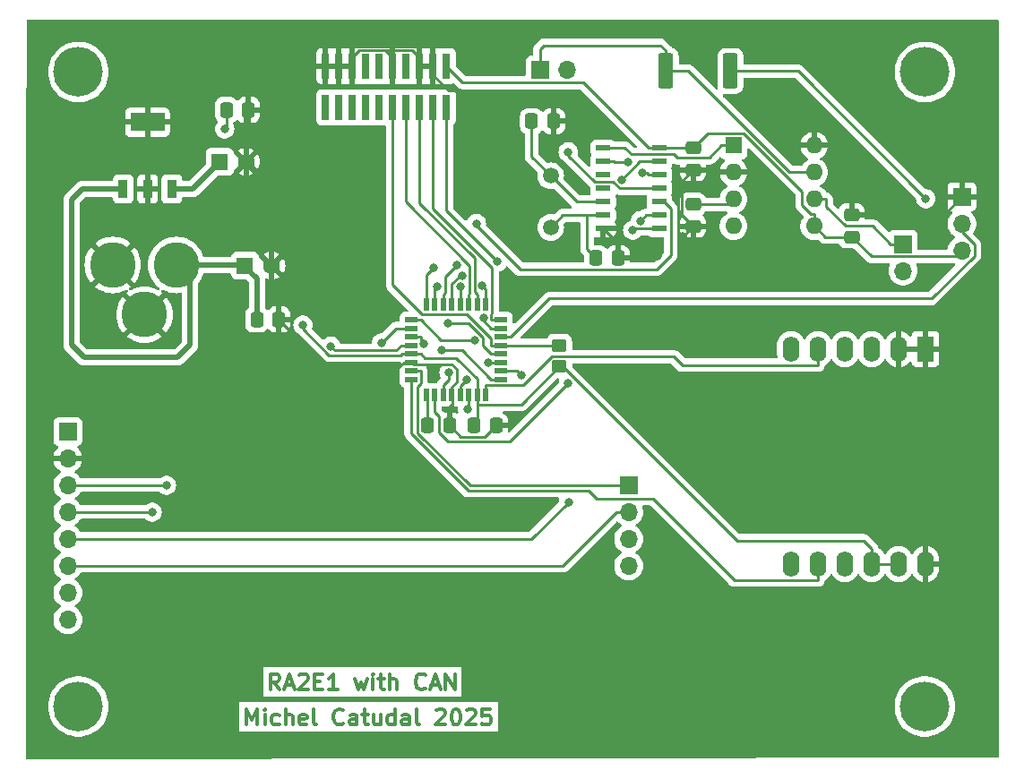
<source format=gtl>
G04 #@! TF.GenerationSoftware,KiCad,Pcbnew,8.0.6*
G04 #@! TF.CreationDate,2025-01-19T13:54:33-05:00*
G04 #@! TF.ProjectId,RA2E1-CAN-Rev2,52413245-312d-4434-914e-2d526576322e,rev?*
G04 #@! TF.SameCoordinates,Original*
G04 #@! TF.FileFunction,Copper,L1,Top*
G04 #@! TF.FilePolarity,Positive*
%FSLAX46Y46*%
G04 Gerber Fmt 4.6, Leading zero omitted, Abs format (unit mm)*
G04 Created by KiCad (PCBNEW 8.0.6) date 2025-01-19 13:54:33*
%MOMM*%
%LPD*%
G01*
G04 APERTURE LIST*
G04 Aperture macros list*
%AMRoundRect*
0 Rectangle with rounded corners*
0 $1 Rounding radius*
0 $2 $3 $4 $5 $6 $7 $8 $9 X,Y pos of 4 corners*
0 Add a 4 corners polygon primitive as box body*
4,1,4,$2,$3,$4,$5,$6,$7,$8,$9,$2,$3,0*
0 Add four circle primitives for the rounded corners*
1,1,$1+$1,$2,$3*
1,1,$1+$1,$4,$5*
1,1,$1+$1,$6,$7*
1,1,$1+$1,$8,$9*
0 Add four rect primitives between the rounded corners*
20,1,$1+$1,$2,$3,$4,$5,0*
20,1,$1+$1,$4,$5,$6,$7,0*
20,1,$1+$1,$6,$7,$8,$9,0*
20,1,$1+$1,$8,$9,$2,$3,0*%
G04 Aperture macros list end*
%ADD10C,0.300000*%
G04 #@! TA.AperFunction,NonConductor*
%ADD11C,0.300000*%
G04 #@! TD*
G04 #@! TA.AperFunction,ComponentPad*
%ADD12C,4.700000*%
G04 #@! TD*
G04 #@! TA.AperFunction,ComponentPad*
%ADD13R,1.700000X1.700000*%
G04 #@! TD*
G04 #@! TA.AperFunction,ComponentPad*
%ADD14O,1.700000X1.700000*%
G04 #@! TD*
G04 #@! TA.AperFunction,ComponentPad*
%ADD15C,1.500000*%
G04 #@! TD*
G04 #@! TA.AperFunction,SMDPad,CuDef*
%ADD16R,0.500000X1.200000*%
G04 #@! TD*
G04 #@! TA.AperFunction,SMDPad,CuDef*
%ADD17R,1.200000X0.500000*%
G04 #@! TD*
G04 #@! TA.AperFunction,ComponentPad*
%ADD18R,1.600000X1.600000*%
G04 #@! TD*
G04 #@! TA.AperFunction,ComponentPad*
%ADD19C,1.600000*%
G04 #@! TD*
G04 #@! TA.AperFunction,SMDPad,CuDef*
%ADD20RoundRect,0.250000X-0.450000X0.350000X-0.450000X-0.350000X0.450000X-0.350000X0.450000X0.350000X0*%
G04 #@! TD*
G04 #@! TA.AperFunction,SMDPad,CuDef*
%ADD21RoundRect,0.250000X-0.337500X-0.475000X0.337500X-0.475000X0.337500X0.475000X-0.337500X0.475000X0*%
G04 #@! TD*
G04 #@! TA.AperFunction,SMDPad,CuDef*
%ADD22R,1.397000X0.558800*%
G04 #@! TD*
G04 #@! TA.AperFunction,SMDPad,CuDef*
%ADD23R,0.950000X1.750000*%
G04 #@! TD*
G04 #@! TA.AperFunction,SMDPad,CuDef*
%ADD24R,3.200000X1.750000*%
G04 #@! TD*
G04 #@! TA.AperFunction,SMDPad,CuDef*
%ADD25RoundRect,0.250000X0.475000X-0.337500X0.475000X0.337500X-0.475000X0.337500X-0.475000X-0.337500X0*%
G04 #@! TD*
G04 #@! TA.AperFunction,ComponentPad*
%ADD26O,1.600000X1.600000*%
G04 #@! TD*
G04 #@! TA.AperFunction,SMDPad,CuDef*
%ADD27R,0.740000X2.400000*%
G04 #@! TD*
G04 #@! TA.AperFunction,SMDPad,CuDef*
%ADD28RoundRect,0.250000X-0.475000X0.337500X-0.475000X-0.337500X0.475000X-0.337500X0.475000X0.337500X0*%
G04 #@! TD*
G04 #@! TA.AperFunction,ComponentPad*
%ADD29R,1.600000X2.400000*%
G04 #@! TD*
G04 #@! TA.AperFunction,ComponentPad*
%ADD30O,1.600000X2.400000*%
G04 #@! TD*
G04 #@! TA.AperFunction,ComponentPad*
%ADD31C,4.318000*%
G04 #@! TD*
G04 #@! TA.AperFunction,SMDPad,CuDef*
%ADD32RoundRect,0.249999X-0.450001X-1.425001X0.450001X-1.425001X0.450001X1.425001X-0.450001X1.425001X0*%
G04 #@! TD*
G04 #@! TA.AperFunction,ViaPad*
%ADD33C,0.800000*%
G04 #@! TD*
G04 #@! TA.AperFunction,Conductor*
%ADD34C,0.250000*%
G04 #@! TD*
G04 #@! TA.AperFunction,Conductor*
%ADD35C,0.500000*%
G04 #@! TD*
G04 APERTURE END LIST*
D10*
D11*
X93996857Y-88412328D02*
X93496857Y-87698042D01*
X93139714Y-88412328D02*
X93139714Y-86912328D01*
X93139714Y-86912328D02*
X93711143Y-86912328D01*
X93711143Y-86912328D02*
X93854000Y-86983757D01*
X93854000Y-86983757D02*
X93925429Y-87055185D01*
X93925429Y-87055185D02*
X93996857Y-87198042D01*
X93996857Y-87198042D02*
X93996857Y-87412328D01*
X93996857Y-87412328D02*
X93925429Y-87555185D01*
X93925429Y-87555185D02*
X93854000Y-87626614D01*
X93854000Y-87626614D02*
X93711143Y-87698042D01*
X93711143Y-87698042D02*
X93139714Y-87698042D01*
X94568286Y-87983757D02*
X95282572Y-87983757D01*
X94425429Y-88412328D02*
X94925429Y-86912328D01*
X94925429Y-86912328D02*
X95425429Y-88412328D01*
X95854000Y-87055185D02*
X95925428Y-86983757D01*
X95925428Y-86983757D02*
X96068286Y-86912328D01*
X96068286Y-86912328D02*
X96425428Y-86912328D01*
X96425428Y-86912328D02*
X96568286Y-86983757D01*
X96568286Y-86983757D02*
X96639714Y-87055185D01*
X96639714Y-87055185D02*
X96711143Y-87198042D01*
X96711143Y-87198042D02*
X96711143Y-87340900D01*
X96711143Y-87340900D02*
X96639714Y-87555185D01*
X96639714Y-87555185D02*
X95782571Y-88412328D01*
X95782571Y-88412328D02*
X96711143Y-88412328D01*
X97353999Y-87626614D02*
X97853999Y-87626614D01*
X98068285Y-88412328D02*
X97353999Y-88412328D01*
X97353999Y-88412328D02*
X97353999Y-86912328D01*
X97353999Y-86912328D02*
X98068285Y-86912328D01*
X99496857Y-88412328D02*
X98639714Y-88412328D01*
X99068285Y-88412328D02*
X99068285Y-86912328D01*
X99068285Y-86912328D02*
X98925428Y-87126614D01*
X98925428Y-87126614D02*
X98782571Y-87269471D01*
X98782571Y-87269471D02*
X98639714Y-87340900D01*
X101139713Y-87412328D02*
X101425428Y-88412328D01*
X101425428Y-88412328D02*
X101711142Y-87698042D01*
X101711142Y-87698042D02*
X101996856Y-88412328D01*
X101996856Y-88412328D02*
X102282570Y-87412328D01*
X102853999Y-88412328D02*
X102853999Y-87412328D01*
X102853999Y-86912328D02*
X102782571Y-86983757D01*
X102782571Y-86983757D02*
X102853999Y-87055185D01*
X102853999Y-87055185D02*
X102925428Y-86983757D01*
X102925428Y-86983757D02*
X102853999Y-86912328D01*
X102853999Y-86912328D02*
X102853999Y-87055185D01*
X103354000Y-87412328D02*
X103925428Y-87412328D01*
X103568285Y-86912328D02*
X103568285Y-88198042D01*
X103568285Y-88198042D02*
X103639714Y-88340900D01*
X103639714Y-88340900D02*
X103782571Y-88412328D01*
X103782571Y-88412328D02*
X103925428Y-88412328D01*
X104425428Y-88412328D02*
X104425428Y-86912328D01*
X105068286Y-88412328D02*
X105068286Y-87626614D01*
X105068286Y-87626614D02*
X104996857Y-87483757D01*
X104996857Y-87483757D02*
X104854000Y-87412328D01*
X104854000Y-87412328D02*
X104639714Y-87412328D01*
X104639714Y-87412328D02*
X104496857Y-87483757D01*
X104496857Y-87483757D02*
X104425428Y-87555185D01*
X107782571Y-88269471D02*
X107711143Y-88340900D01*
X107711143Y-88340900D02*
X107496857Y-88412328D01*
X107496857Y-88412328D02*
X107354000Y-88412328D01*
X107354000Y-88412328D02*
X107139714Y-88340900D01*
X107139714Y-88340900D02*
X106996857Y-88198042D01*
X106996857Y-88198042D02*
X106925428Y-88055185D01*
X106925428Y-88055185D02*
X106854000Y-87769471D01*
X106854000Y-87769471D02*
X106854000Y-87555185D01*
X106854000Y-87555185D02*
X106925428Y-87269471D01*
X106925428Y-87269471D02*
X106996857Y-87126614D01*
X106996857Y-87126614D02*
X107139714Y-86983757D01*
X107139714Y-86983757D02*
X107354000Y-86912328D01*
X107354000Y-86912328D02*
X107496857Y-86912328D01*
X107496857Y-86912328D02*
X107711143Y-86983757D01*
X107711143Y-86983757D02*
X107782571Y-87055185D01*
X108354000Y-87983757D02*
X109068286Y-87983757D01*
X108211143Y-88412328D02*
X108711143Y-86912328D01*
X108711143Y-86912328D02*
X109211143Y-88412328D01*
X109711142Y-88412328D02*
X109711142Y-86912328D01*
X109711142Y-86912328D02*
X110568285Y-88412328D01*
X110568285Y-88412328D02*
X110568285Y-86912328D01*
D10*
D11*
X90900000Y-91728328D02*
X90900000Y-90228328D01*
X90900000Y-90228328D02*
X91400000Y-91299757D01*
X91400000Y-91299757D02*
X91900000Y-90228328D01*
X91900000Y-90228328D02*
X91900000Y-91728328D01*
X92614286Y-91728328D02*
X92614286Y-90728328D01*
X92614286Y-90228328D02*
X92542858Y-90299757D01*
X92542858Y-90299757D02*
X92614286Y-90371185D01*
X92614286Y-90371185D02*
X92685715Y-90299757D01*
X92685715Y-90299757D02*
X92614286Y-90228328D01*
X92614286Y-90228328D02*
X92614286Y-90371185D01*
X93971430Y-91656900D02*
X93828572Y-91728328D01*
X93828572Y-91728328D02*
X93542858Y-91728328D01*
X93542858Y-91728328D02*
X93400001Y-91656900D01*
X93400001Y-91656900D02*
X93328572Y-91585471D01*
X93328572Y-91585471D02*
X93257144Y-91442614D01*
X93257144Y-91442614D02*
X93257144Y-91014042D01*
X93257144Y-91014042D02*
X93328572Y-90871185D01*
X93328572Y-90871185D02*
X93400001Y-90799757D01*
X93400001Y-90799757D02*
X93542858Y-90728328D01*
X93542858Y-90728328D02*
X93828572Y-90728328D01*
X93828572Y-90728328D02*
X93971430Y-90799757D01*
X94614286Y-91728328D02*
X94614286Y-90228328D01*
X95257144Y-91728328D02*
X95257144Y-90942614D01*
X95257144Y-90942614D02*
X95185715Y-90799757D01*
X95185715Y-90799757D02*
X95042858Y-90728328D01*
X95042858Y-90728328D02*
X94828572Y-90728328D01*
X94828572Y-90728328D02*
X94685715Y-90799757D01*
X94685715Y-90799757D02*
X94614286Y-90871185D01*
X96542858Y-91656900D02*
X96400001Y-91728328D01*
X96400001Y-91728328D02*
X96114287Y-91728328D01*
X96114287Y-91728328D02*
X95971429Y-91656900D01*
X95971429Y-91656900D02*
X95900001Y-91514042D01*
X95900001Y-91514042D02*
X95900001Y-90942614D01*
X95900001Y-90942614D02*
X95971429Y-90799757D01*
X95971429Y-90799757D02*
X96114287Y-90728328D01*
X96114287Y-90728328D02*
X96400001Y-90728328D01*
X96400001Y-90728328D02*
X96542858Y-90799757D01*
X96542858Y-90799757D02*
X96614287Y-90942614D01*
X96614287Y-90942614D02*
X96614287Y-91085471D01*
X96614287Y-91085471D02*
X95900001Y-91228328D01*
X97471429Y-91728328D02*
X97328572Y-91656900D01*
X97328572Y-91656900D02*
X97257143Y-91514042D01*
X97257143Y-91514042D02*
X97257143Y-90228328D01*
X100042857Y-91585471D02*
X99971429Y-91656900D01*
X99971429Y-91656900D02*
X99757143Y-91728328D01*
X99757143Y-91728328D02*
X99614286Y-91728328D01*
X99614286Y-91728328D02*
X99400000Y-91656900D01*
X99400000Y-91656900D02*
X99257143Y-91514042D01*
X99257143Y-91514042D02*
X99185714Y-91371185D01*
X99185714Y-91371185D02*
X99114286Y-91085471D01*
X99114286Y-91085471D02*
X99114286Y-90871185D01*
X99114286Y-90871185D02*
X99185714Y-90585471D01*
X99185714Y-90585471D02*
X99257143Y-90442614D01*
X99257143Y-90442614D02*
X99400000Y-90299757D01*
X99400000Y-90299757D02*
X99614286Y-90228328D01*
X99614286Y-90228328D02*
X99757143Y-90228328D01*
X99757143Y-90228328D02*
X99971429Y-90299757D01*
X99971429Y-90299757D02*
X100042857Y-90371185D01*
X101328572Y-91728328D02*
X101328572Y-90942614D01*
X101328572Y-90942614D02*
X101257143Y-90799757D01*
X101257143Y-90799757D02*
X101114286Y-90728328D01*
X101114286Y-90728328D02*
X100828572Y-90728328D01*
X100828572Y-90728328D02*
X100685714Y-90799757D01*
X101328572Y-91656900D02*
X101185714Y-91728328D01*
X101185714Y-91728328D02*
X100828572Y-91728328D01*
X100828572Y-91728328D02*
X100685714Y-91656900D01*
X100685714Y-91656900D02*
X100614286Y-91514042D01*
X100614286Y-91514042D02*
X100614286Y-91371185D01*
X100614286Y-91371185D02*
X100685714Y-91228328D01*
X100685714Y-91228328D02*
X100828572Y-91156900D01*
X100828572Y-91156900D02*
X101185714Y-91156900D01*
X101185714Y-91156900D02*
X101328572Y-91085471D01*
X101828572Y-90728328D02*
X102400000Y-90728328D01*
X102042857Y-90228328D02*
X102042857Y-91514042D01*
X102042857Y-91514042D02*
X102114286Y-91656900D01*
X102114286Y-91656900D02*
X102257143Y-91728328D01*
X102257143Y-91728328D02*
X102400000Y-91728328D01*
X103542858Y-90728328D02*
X103542858Y-91728328D01*
X102900000Y-90728328D02*
X102900000Y-91514042D01*
X102900000Y-91514042D02*
X102971429Y-91656900D01*
X102971429Y-91656900D02*
X103114286Y-91728328D01*
X103114286Y-91728328D02*
X103328572Y-91728328D01*
X103328572Y-91728328D02*
X103471429Y-91656900D01*
X103471429Y-91656900D02*
X103542858Y-91585471D01*
X104900001Y-91728328D02*
X104900001Y-90228328D01*
X104900001Y-91656900D02*
X104757143Y-91728328D01*
X104757143Y-91728328D02*
X104471429Y-91728328D01*
X104471429Y-91728328D02*
X104328572Y-91656900D01*
X104328572Y-91656900D02*
X104257143Y-91585471D01*
X104257143Y-91585471D02*
X104185715Y-91442614D01*
X104185715Y-91442614D02*
X104185715Y-91014042D01*
X104185715Y-91014042D02*
X104257143Y-90871185D01*
X104257143Y-90871185D02*
X104328572Y-90799757D01*
X104328572Y-90799757D02*
X104471429Y-90728328D01*
X104471429Y-90728328D02*
X104757143Y-90728328D01*
X104757143Y-90728328D02*
X104900001Y-90799757D01*
X106257144Y-91728328D02*
X106257144Y-90942614D01*
X106257144Y-90942614D02*
X106185715Y-90799757D01*
X106185715Y-90799757D02*
X106042858Y-90728328D01*
X106042858Y-90728328D02*
X105757144Y-90728328D01*
X105757144Y-90728328D02*
X105614286Y-90799757D01*
X106257144Y-91656900D02*
X106114286Y-91728328D01*
X106114286Y-91728328D02*
X105757144Y-91728328D01*
X105757144Y-91728328D02*
X105614286Y-91656900D01*
X105614286Y-91656900D02*
X105542858Y-91514042D01*
X105542858Y-91514042D02*
X105542858Y-91371185D01*
X105542858Y-91371185D02*
X105614286Y-91228328D01*
X105614286Y-91228328D02*
X105757144Y-91156900D01*
X105757144Y-91156900D02*
X106114286Y-91156900D01*
X106114286Y-91156900D02*
X106257144Y-91085471D01*
X107185715Y-91728328D02*
X107042858Y-91656900D01*
X107042858Y-91656900D02*
X106971429Y-91514042D01*
X106971429Y-91514042D02*
X106971429Y-90228328D01*
X108828572Y-90371185D02*
X108900000Y-90299757D01*
X108900000Y-90299757D02*
X109042858Y-90228328D01*
X109042858Y-90228328D02*
X109400000Y-90228328D01*
X109400000Y-90228328D02*
X109542858Y-90299757D01*
X109542858Y-90299757D02*
X109614286Y-90371185D01*
X109614286Y-90371185D02*
X109685715Y-90514042D01*
X109685715Y-90514042D02*
X109685715Y-90656900D01*
X109685715Y-90656900D02*
X109614286Y-90871185D01*
X109614286Y-90871185D02*
X108757143Y-91728328D01*
X108757143Y-91728328D02*
X109685715Y-91728328D01*
X110614286Y-90228328D02*
X110757143Y-90228328D01*
X110757143Y-90228328D02*
X110900000Y-90299757D01*
X110900000Y-90299757D02*
X110971429Y-90371185D01*
X110971429Y-90371185D02*
X111042857Y-90514042D01*
X111042857Y-90514042D02*
X111114286Y-90799757D01*
X111114286Y-90799757D02*
X111114286Y-91156900D01*
X111114286Y-91156900D02*
X111042857Y-91442614D01*
X111042857Y-91442614D02*
X110971429Y-91585471D01*
X110971429Y-91585471D02*
X110900000Y-91656900D01*
X110900000Y-91656900D02*
X110757143Y-91728328D01*
X110757143Y-91728328D02*
X110614286Y-91728328D01*
X110614286Y-91728328D02*
X110471429Y-91656900D01*
X110471429Y-91656900D02*
X110400000Y-91585471D01*
X110400000Y-91585471D02*
X110328571Y-91442614D01*
X110328571Y-91442614D02*
X110257143Y-91156900D01*
X110257143Y-91156900D02*
X110257143Y-90799757D01*
X110257143Y-90799757D02*
X110328571Y-90514042D01*
X110328571Y-90514042D02*
X110400000Y-90371185D01*
X110400000Y-90371185D02*
X110471429Y-90299757D01*
X110471429Y-90299757D02*
X110614286Y-90228328D01*
X111685714Y-90371185D02*
X111757142Y-90299757D01*
X111757142Y-90299757D02*
X111900000Y-90228328D01*
X111900000Y-90228328D02*
X112257142Y-90228328D01*
X112257142Y-90228328D02*
X112400000Y-90299757D01*
X112400000Y-90299757D02*
X112471428Y-90371185D01*
X112471428Y-90371185D02*
X112542857Y-90514042D01*
X112542857Y-90514042D02*
X112542857Y-90656900D01*
X112542857Y-90656900D02*
X112471428Y-90871185D01*
X112471428Y-90871185D02*
X111614285Y-91728328D01*
X111614285Y-91728328D02*
X112542857Y-91728328D01*
X113899999Y-90228328D02*
X113185713Y-90228328D01*
X113185713Y-90228328D02*
X113114285Y-90942614D01*
X113114285Y-90942614D02*
X113185713Y-90871185D01*
X113185713Y-90871185D02*
X113328571Y-90799757D01*
X113328571Y-90799757D02*
X113685713Y-90799757D01*
X113685713Y-90799757D02*
X113828571Y-90871185D01*
X113828571Y-90871185D02*
X113899999Y-90942614D01*
X113899999Y-90942614D02*
X113971428Y-91085471D01*
X113971428Y-91085471D02*
X113971428Y-91442614D01*
X113971428Y-91442614D02*
X113899999Y-91585471D01*
X113899999Y-91585471D02*
X113828571Y-91656900D01*
X113828571Y-91656900D02*
X113685713Y-91728328D01*
X113685713Y-91728328D02*
X113328571Y-91728328D01*
X113328571Y-91728328D02*
X113185713Y-91656900D01*
X113185713Y-91656900D02*
X113114285Y-91585471D01*
D12*
X75000000Y-30000000D03*
X155000000Y-30000000D03*
X75000000Y-90000000D03*
X155000000Y-90000000D03*
D13*
X74000000Y-64000000D03*
D14*
X74000000Y-66540000D03*
X74000000Y-69080000D03*
X74000000Y-71620000D03*
X74000000Y-74160000D03*
X74000000Y-76700000D03*
X74000000Y-79240000D03*
X74000000Y-81780000D03*
D15*
X119634000Y-39818000D03*
X119634000Y-44698000D03*
D16*
X107900000Y-60500000D03*
X108700000Y-60500000D03*
X109500000Y-60500000D03*
X110300000Y-60500000D03*
X111100000Y-60500000D03*
X111900000Y-60500000D03*
X112700000Y-60500000D03*
X113500000Y-60500000D03*
D17*
X114950000Y-59050000D03*
X114950000Y-58250000D03*
X114950000Y-57450000D03*
X114950000Y-56650000D03*
X114950000Y-55850000D03*
X114950000Y-55050000D03*
X114950000Y-54250000D03*
X114950000Y-53450000D03*
D16*
X113500000Y-52000000D03*
X112700000Y-52000000D03*
X111900000Y-52000000D03*
X111100000Y-52000000D03*
X110300000Y-52000000D03*
X109500000Y-52000000D03*
X108700000Y-52000000D03*
X107900000Y-52000000D03*
D17*
X106450000Y-53450000D03*
X106450000Y-54250000D03*
X106450000Y-55050000D03*
X106450000Y-55850000D03*
X106450000Y-56650000D03*
X106450000Y-57450000D03*
X106450000Y-58250000D03*
X106450000Y-59050000D03*
D18*
X90750000Y-48300000D03*
D19*
X93250000Y-48300000D03*
D20*
X120450000Y-55850000D03*
X120450000Y-57850000D03*
D21*
X112412500Y-63450000D03*
X114487500Y-63450000D03*
D22*
X124599700Y-37188000D03*
X124599700Y-38458000D03*
X124599700Y-39728000D03*
X124599700Y-40998000D03*
X124599700Y-42268000D03*
X124599700Y-43538000D03*
X124599700Y-44808000D03*
X129908300Y-44808000D03*
X129908300Y-43538000D03*
X129908300Y-42268000D03*
X129908300Y-40998000D03*
X129908300Y-39728000D03*
X129908300Y-38458000D03*
X129908300Y-37188000D03*
D21*
X123930500Y-47602000D03*
X126005500Y-47602000D03*
D23*
X79232400Y-41050000D03*
X81532400Y-41050000D03*
X83832400Y-41050000D03*
D24*
X81532400Y-34750000D03*
D13*
X118638000Y-29797000D03*
D14*
X121178000Y-29797000D03*
D25*
X148082000Y-45591500D03*
X148082000Y-43516500D03*
D18*
X136916000Y-36944000D03*
D26*
X136916000Y-39484000D03*
X136916000Y-42024000D03*
X136916000Y-44564000D03*
X144536000Y-44564000D03*
X144536000Y-42024000D03*
X144536000Y-39484000D03*
X144536000Y-36944000D03*
D13*
X158500000Y-41800000D03*
D14*
X158500000Y-44340000D03*
X158500000Y-46880000D03*
D21*
X88994900Y-33600000D03*
X91069900Y-33600000D03*
D27*
X109780000Y-29450000D03*
X109780000Y-33350000D03*
X108510000Y-29450000D03*
X108510000Y-33350000D03*
X107240000Y-29450000D03*
X107240000Y-33350000D03*
X105970000Y-29450000D03*
X105970000Y-33350000D03*
X104700000Y-29450000D03*
X104700000Y-33350000D03*
X103430000Y-29450000D03*
X103430000Y-33350000D03*
X102160000Y-29450000D03*
X102160000Y-33350000D03*
X100890000Y-29450000D03*
X100890000Y-33350000D03*
X99620000Y-29450000D03*
X99620000Y-33350000D03*
X98350000Y-29450000D03*
X98350000Y-33350000D03*
D28*
X133096000Y-42500500D03*
X133096000Y-44575500D03*
D18*
X88350000Y-38500000D03*
D19*
X90850000Y-38500000D03*
D29*
X155050000Y-56200000D03*
D30*
X152510000Y-56200000D03*
X149970000Y-56200000D03*
X147430000Y-56200000D03*
X144890000Y-56200000D03*
X142350000Y-56200000D03*
X142350000Y-76520000D03*
X144890000Y-76520000D03*
X147430000Y-76520000D03*
X149970000Y-76520000D03*
X152510000Y-76520000D03*
X155050000Y-76520000D03*
D21*
X117834500Y-34648000D03*
X119909500Y-34648000D03*
D28*
X133096000Y-37166500D03*
X133096000Y-39241500D03*
D21*
X91862500Y-53400000D03*
X93937500Y-53400000D03*
D13*
X127000000Y-69080000D03*
D14*
X127000000Y-71620000D03*
X127000000Y-74160000D03*
X127000000Y-76700000D03*
D21*
X108012500Y-63450000D03*
X110087500Y-63450000D03*
D13*
X152950000Y-46275000D03*
D14*
X152950000Y-48815000D03*
D31*
X78250000Y-48250000D03*
X81250000Y-52950000D03*
X84250000Y-48250000D03*
D32*
X130527000Y-29923000D03*
X136627000Y-29923000D03*
D33*
X129777000Y-47373000D03*
X132137532Y-45533532D03*
X96227000Y-53923000D03*
X88831100Y-35374500D03*
X155077000Y-41973000D03*
X114621000Y-47953800D03*
X113170600Y-50199900D03*
X113734300Y-57451200D03*
X81977000Y-71620000D03*
X109355800Y-56312500D03*
X113278000Y-53228700D03*
X121321700Y-70674900D03*
X116867400Y-58682200D03*
X83329600Y-69075600D03*
X109963400Y-53741000D03*
X98871200Y-55921500D03*
X103664200Y-55601800D03*
X107664600Y-55679900D03*
X111101600Y-50280600D03*
X111733300Y-59068800D03*
X112434600Y-55366400D03*
X111787400Y-61880200D03*
X108929600Y-50282200D03*
X121290700Y-37565900D03*
X128285600Y-39528800D03*
X108564100Y-48548400D03*
X128109200Y-44083000D03*
X121309900Y-59413100D03*
X126347600Y-40170300D03*
X111258200Y-49278800D03*
X127384200Y-44948000D03*
X110021600Y-58415200D03*
X110784700Y-48215200D03*
X112627000Y-44323000D03*
X126920100Y-38494500D03*
D34*
X112627000Y-44323000D02*
X112627000Y-44523000D01*
X116756000Y-48652000D02*
X129648000Y-48652000D01*
X130327400Y-42268000D02*
X129908300Y-42268000D01*
X112627000Y-44523000D02*
X116756000Y-48652000D01*
X129648000Y-48652000D02*
X130977000Y-47323000D01*
X130977000Y-47323000D02*
X130977000Y-42917600D01*
X130977000Y-42917600D02*
X130327400Y-42268000D01*
X125927000Y-47373000D02*
X129777000Y-47373000D01*
X132137532Y-45533532D02*
X133096000Y-44575500D01*
X128109200Y-44083000D02*
X128654200Y-43538000D01*
X128654200Y-43538000D02*
X129908300Y-43538000D01*
X127384200Y-44948000D02*
X127524200Y-44808000D01*
X98960500Y-58423000D02*
X93937500Y-53400000D01*
X126006000Y-45751500D02*
X125927000Y-45673000D01*
D35*
X90850000Y-38500000D02*
X90850000Y-42746000D01*
D34*
X108510000Y-29450000D02*
X108510000Y-30280000D01*
X98350000Y-29450000D02*
X99620000Y-29450000D01*
X119927000Y-32673000D02*
X119910000Y-32690500D01*
X106450000Y-57450000D02*
X106673000Y-57673000D01*
X99620000Y-29450000D02*
X100890000Y-29450000D01*
X107240000Y-28620000D02*
X107240000Y-29450000D01*
X113438000Y-64500000D02*
X111138000Y-64500000D01*
X110746600Y-59353400D02*
X110300000Y-59800000D01*
D35*
X90850000Y-37196000D02*
X90850000Y-33819900D01*
D34*
X104005000Y-27925000D02*
X104700000Y-28620000D01*
X91069900Y-30380100D02*
X92027000Y-29423000D01*
X125465000Y-45673000D02*
X125927000Y-45673000D01*
X132046000Y-43525500D02*
X133096000Y-44575500D01*
X92227000Y-29423000D02*
X92254000Y-29450000D01*
X110746600Y-58114895D02*
X110746600Y-59353400D01*
X132046000Y-40291500D02*
X132046000Y-43525500D01*
D35*
X90327000Y-36673000D02*
X90850000Y-37196000D01*
D34*
X104005000Y-27925000D02*
X106545000Y-27925000D01*
D35*
X90850000Y-33819900D02*
X91069900Y-33600000D01*
D34*
X136674000Y-39241500D02*
X136916000Y-39484000D01*
X110327000Y-61923000D02*
X110327000Y-60527000D01*
X107240000Y-29450000D02*
X108510000Y-29450000D01*
X119910000Y-32690500D02*
X119910000Y-34648000D01*
X110003000Y-31773000D02*
X119227000Y-31773000D01*
X105750000Y-57450000D02*
X104777000Y-58423000D01*
X110088000Y-62162500D02*
X110327000Y-61923000D01*
D35*
X90850000Y-37196000D02*
X90850000Y-38500000D01*
D34*
X148082000Y-43516500D02*
X156784000Y-43516500D01*
X92254000Y-29450000D02*
X98350000Y-29450000D01*
X126006000Y-47602000D02*
X126006000Y-45751500D01*
X110300000Y-59800000D02*
X110300000Y-60500000D01*
X100890000Y-29450000D02*
X100890000Y-28620000D01*
X110088000Y-63450000D02*
X110088000Y-62162500D01*
X110327000Y-60527000D02*
X110300000Y-60500000D01*
D35*
X81532400Y-41050000D02*
X81532400Y-44967600D01*
X90850000Y-38500000D02*
X90850000Y-37196000D01*
X93250000Y-48300000D02*
X93250000Y-50346000D01*
D34*
X100890000Y-28620000D02*
X101585000Y-27925000D01*
X124600000Y-44808000D02*
X125465000Y-45673000D01*
X119227000Y-31773000D02*
X119927000Y-32473000D01*
X101585000Y-27925000D02*
X104005000Y-27925000D01*
D35*
X81532400Y-34750000D02*
X81532400Y-36673000D01*
D34*
X104777000Y-58423000D02*
X98960500Y-58423000D01*
D35*
X81532400Y-36673000D02*
X90327000Y-36673000D01*
D34*
X92027000Y-29423000D02*
X92227000Y-29423000D01*
X111138000Y-64500000D02*
X110088000Y-63450000D01*
D35*
X81532400Y-36673000D02*
X81532400Y-41050000D01*
D34*
X106450000Y-57450000D02*
X105750000Y-57450000D01*
X133096000Y-39241500D02*
X136674000Y-39241500D01*
X108510000Y-30280000D02*
X110003000Y-31773000D01*
D35*
X93250000Y-50346000D02*
X93937500Y-51033500D01*
X90850000Y-42746000D02*
X93250000Y-45146000D01*
D34*
X119927000Y-32473000D02*
X119927000Y-32673000D01*
X133096000Y-39241500D02*
X132046000Y-40291500D01*
X114488000Y-63450000D02*
X113438000Y-64500000D01*
X91069900Y-33600000D02*
X91069900Y-30380100D01*
X106673000Y-57673000D02*
X110304705Y-57673000D01*
X106545000Y-27925000D02*
X107240000Y-28620000D01*
D35*
X93937500Y-51033500D02*
X93937500Y-53400000D01*
X93250000Y-45146000D02*
X93250000Y-48300000D01*
D34*
X110304705Y-57673000D02*
X110746600Y-58114895D01*
X156784000Y-43516500D02*
X158500000Y-41800000D01*
X104700000Y-28620000D02*
X104700000Y-29450000D01*
D35*
X81532400Y-44967600D02*
X78250000Y-48250000D01*
X84377000Y-56973000D02*
X85577000Y-55773000D01*
D34*
X133096000Y-42500500D02*
X136440000Y-42500500D01*
X136440000Y-42500500D02*
X136916000Y-42024000D01*
D35*
X75527000Y-56973000D02*
X84377000Y-56973000D01*
X79232400Y-41050000D02*
X75400000Y-41050000D01*
X74377000Y-55823000D02*
X75527000Y-56973000D01*
X90750000Y-48300000D02*
X90750000Y-48446000D01*
X84250000Y-48250000D02*
X90700000Y-48250000D01*
X90700000Y-48250000D02*
X90750000Y-48300000D01*
X74377000Y-42073000D02*
X74377000Y-55823000D01*
X90750000Y-48446000D02*
X91862500Y-49558500D01*
X91862500Y-49558500D02*
X91862500Y-53400000D01*
X75400000Y-41050000D02*
X74377000Y-42073000D01*
X85577000Y-49577000D02*
X84250000Y-48250000D01*
X85577000Y-55773000D02*
X85577000Y-49577000D01*
D34*
X88994900Y-35210700D02*
X88994900Y-33983100D01*
X110731400Y-57039200D02*
X112700000Y-59007800D01*
X149970000Y-75066000D02*
X149227000Y-74323000D01*
X157930000Y-47450000D02*
X158500000Y-46880000D01*
X120774500Y-57850000D02*
X120450000Y-57850000D01*
X111318200Y-30988200D02*
X122683300Y-30988200D01*
X137247500Y-74323000D02*
X120774500Y-57850000D01*
X105471500Y-56778500D02*
X98702895Y-56778500D01*
X112412500Y-63450000D02*
X112412300Y-63449800D01*
X145595000Y-45623000D02*
X146677000Y-45623000D01*
X88994900Y-33983100D02*
X88994900Y-33791500D01*
X120450000Y-57850000D02*
X116873300Y-61426700D01*
X146677000Y-45623000D02*
X146708000Y-45591500D01*
X149227000Y-74323000D02*
X137247500Y-74323000D01*
X98702895Y-56778500D02*
X96227000Y-54302605D01*
X129908000Y-37188000D02*
X129908300Y-37188000D01*
X112701500Y-61426700D02*
X112700000Y-61425200D01*
X112700000Y-59007800D02*
X112700000Y-59573300D01*
X144254200Y-43437300D02*
X143409300Y-42592400D01*
X129908300Y-37188000D02*
X133074000Y-37188000D01*
X133074000Y-37188000D02*
X133096000Y-37166500D01*
X88994900Y-33600100D02*
X88994900Y-33600000D01*
X146708000Y-45591500D02*
X148082000Y-45591500D01*
X144536000Y-43437300D02*
X144254200Y-43437300D01*
X116873300Y-61426700D02*
X112701500Y-61426700D01*
X88994900Y-33611900D02*
X88994900Y-33605900D01*
D35*
X85800000Y-41050000D02*
X88350000Y-38500000D01*
D34*
X148082000Y-45591500D02*
X149940000Y-47450000D01*
X152510000Y-76520000D02*
X149970000Y-76520000D01*
X88994900Y-33601400D02*
X88994900Y-33600700D01*
X88994900Y-33600700D02*
X88994900Y-33600300D01*
X134445200Y-35817300D02*
X133096000Y-37166500D01*
X149940000Y-47450000D02*
X157930000Y-47450000D01*
X112700000Y-60500000D02*
X112700000Y-59573300D01*
X96227000Y-54302605D02*
X96227000Y-53923000D01*
X149970000Y-76520000D02*
X149970000Y-75066000D01*
X137896600Y-35817300D02*
X134445200Y-35817300D01*
X106450000Y-56650000D02*
X105600000Y-56650000D01*
X88831100Y-35374500D02*
X88994900Y-35210700D01*
X112412000Y-63450000D02*
X112412300Y-63449800D01*
X106450000Y-56650000D02*
X107376700Y-56650000D01*
X88994900Y-33602900D02*
X88994900Y-33601400D01*
X112700000Y-61425200D02*
X112700000Y-60500000D01*
X129908000Y-37188000D02*
X128883100Y-37188000D01*
X88994900Y-33695700D02*
X88994900Y-33647800D01*
X109780000Y-29450000D02*
X110549100Y-30219100D01*
X88994900Y-33623900D02*
X88994900Y-33611900D01*
X88994900Y-33647800D02*
X88994900Y-33623900D01*
X143409300Y-42592400D02*
X143409300Y-41330000D01*
X144536000Y-44564000D02*
X144536000Y-43437300D01*
X105600000Y-56650000D02*
X105471500Y-56778500D01*
X110549100Y-30219100D02*
X111318200Y-30988200D01*
X88994900Y-33791500D02*
X88994900Y-33695700D01*
X144536000Y-44564000D02*
X145595000Y-45623000D01*
X122683300Y-30988200D02*
X128883100Y-37188000D01*
D35*
X83832400Y-41050000D02*
X85800000Y-41050000D01*
D34*
X112412300Y-63449800D02*
X112700000Y-63162500D01*
X143409300Y-41330000D02*
X137896600Y-35817300D01*
X107765900Y-57039200D02*
X110731400Y-57039200D01*
X88994900Y-33600300D02*
X88994900Y-33600100D01*
X107376700Y-56650000D02*
X107765900Y-57039200D01*
X112700000Y-63162500D02*
X112700000Y-61425200D01*
X88994900Y-33605900D02*
X88994900Y-33602900D01*
X123930000Y-47602000D02*
X123077000Y-46748500D01*
X124599700Y-43538000D02*
X124600000Y-43538000D01*
X123077000Y-43538000D02*
X124599700Y-43538000D01*
X123930500Y-47602000D02*
X123930000Y-47602000D01*
X120794000Y-43538000D02*
X123077000Y-43538000D01*
X119634000Y-44698000D02*
X120794000Y-43538000D01*
X123077000Y-46748500D02*
X123077000Y-43538000D01*
X124599700Y-42268000D02*
X124600000Y-42268000D01*
X117834000Y-34648000D02*
X117834000Y-35911200D01*
X117834000Y-38018500D02*
X119634000Y-39818000D01*
X117834500Y-35910700D02*
X117834500Y-34648000D01*
X119634000Y-39818000D02*
X122084000Y-42268000D01*
X117834000Y-35911200D02*
X117834500Y-35910700D01*
X122084000Y-42268000D02*
X124599700Y-42268000D01*
X117834000Y-35911200D02*
X117834000Y-38018500D01*
X108012000Y-63450000D02*
X108012000Y-62627100D01*
X108012000Y-62627100D02*
X108012500Y-62627600D01*
X108012500Y-62627600D02*
X108012500Y-63450000D01*
X108012000Y-60612500D02*
X107900000Y-60500000D01*
X108012000Y-62627100D02*
X108012000Y-60612500D01*
X143027000Y-29923000D02*
X155077000Y-41973000D01*
X136627000Y-29923000D02*
X143027000Y-29923000D01*
X150052300Y-44554000D02*
X147488500Y-44554000D01*
X152950000Y-46275000D02*
X151773300Y-46275000D01*
X147488500Y-44554000D02*
X145662700Y-42728200D01*
X151773300Y-46275000D02*
X150052300Y-44554000D01*
X145662700Y-42728200D02*
X145662700Y-42024000D01*
X144536000Y-42024000D02*
X145662700Y-42024000D01*
X159676700Y-46325600D02*
X158500000Y-45148900D01*
X158500000Y-45148900D02*
X158500000Y-44340000D01*
X114950000Y-55050000D02*
X115876700Y-55050000D01*
X115876700Y-55050000D02*
X119509300Y-51417400D01*
X159676700Y-47382400D02*
X159676700Y-46325600D01*
X155641700Y-51417400D02*
X159676700Y-47382400D01*
X119509300Y-51417400D02*
X155641700Y-51417400D01*
X115413400Y-55850000D02*
X115876700Y-55850000D01*
X114023300Y-55223200D02*
X114023300Y-55850000D01*
X104700000Y-33350000D02*
X104700000Y-50136600D01*
X111748200Y-52948100D02*
X114023300Y-55223200D01*
X120450000Y-55850000D02*
X115876700Y-55850000D01*
X104700000Y-50136600D02*
X107511500Y-52948100D01*
X115413400Y-55850000D02*
X114950000Y-55850000D01*
X107511500Y-52948100D02*
X111748200Y-52948100D01*
X114950000Y-55850000D02*
X114023300Y-55850000D01*
X113500000Y-52000000D02*
X113500000Y-50529300D01*
X113500000Y-50529300D02*
X113170600Y-50199900D01*
X109780000Y-33350000D02*
X109780000Y-43112800D01*
X109780000Y-43112800D02*
X114621000Y-47953800D01*
X107240000Y-33350000D02*
X107240000Y-42382400D01*
X112439700Y-50813000D02*
X112700000Y-51073300D01*
X112700000Y-52000000D02*
X112700000Y-51073300D01*
X107240000Y-42382400D02*
X112439700Y-47582100D01*
X112439700Y-47582100D02*
X112439700Y-50813000D01*
X114081200Y-52815400D02*
X114023300Y-52873300D01*
X114950000Y-53450000D02*
X114023300Y-53450000D01*
X114081200Y-48500000D02*
X114081200Y-52815400D01*
X108510000Y-42928800D02*
X114081200Y-48500000D01*
X114023300Y-52873300D02*
X114023300Y-53450000D01*
X108510000Y-33350000D02*
X108510000Y-42928800D01*
X111985000Y-50988300D02*
X111985000Y-48299200D01*
X111985000Y-48299200D02*
X105970000Y-42284200D01*
X105970000Y-42284200D02*
X105970000Y-33350000D01*
X111900000Y-52000000D02*
X111900000Y-51073300D01*
X111900000Y-51073300D02*
X111985000Y-50988300D01*
X114950000Y-57450000D02*
X113735500Y-57450000D01*
X113735500Y-57450000D02*
X113734300Y-57451200D01*
X114023300Y-59050000D02*
X111285800Y-56312500D01*
X81977000Y-71620000D02*
X74000000Y-71620000D01*
X111285800Y-56312500D02*
X109355800Y-56312500D01*
X114950000Y-59050000D02*
X114023300Y-59050000D01*
X114023300Y-54250000D02*
X113278000Y-53504700D01*
X113278000Y-53504700D02*
X113278000Y-53228700D01*
X125823300Y-71620000D02*
X120743300Y-76700000D01*
X127000000Y-71620000D02*
X125823300Y-71620000D01*
X120743300Y-76700000D02*
X74000000Y-76700000D01*
X114950000Y-54250000D02*
X114023300Y-54250000D01*
X121321700Y-70674900D02*
X117836600Y-74160000D01*
X116435200Y-58250000D02*
X116867400Y-58682200D01*
X114950000Y-58250000D02*
X116435200Y-58250000D01*
X117836600Y-74160000D02*
X74000000Y-74160000D01*
X109963400Y-53741000D02*
X111871300Y-53741000D01*
X111871300Y-53741000D02*
X113225100Y-55094800D01*
X113225100Y-55851800D02*
X114023300Y-56650000D01*
X114950000Y-56650000D02*
X114023300Y-56650000D01*
X83329600Y-69075600D02*
X83325200Y-69080000D01*
X113225100Y-55094800D02*
X113225100Y-55851800D01*
X83325200Y-69080000D02*
X74000000Y-69080000D01*
X105044800Y-56328500D02*
X99278200Y-56328500D01*
X99278200Y-56328500D02*
X98871200Y-55921500D01*
X106450000Y-55850000D02*
X105523300Y-55850000D01*
X105523300Y-55850000D02*
X105044800Y-56328500D01*
X130027000Y-27473000D02*
X130527000Y-27973000D01*
X118638000Y-29797000D02*
X118638000Y-27812000D01*
X118638000Y-27812000D02*
X118977000Y-27473000D01*
X118977000Y-27473000D02*
X130027000Y-27473000D01*
X130527000Y-29923000D02*
X132638696Y-29923000D01*
X130527000Y-27973000D02*
X130527000Y-29923000D01*
X132638696Y-29923000D02*
X142199696Y-39484000D01*
X142199696Y-39484000D02*
X144536000Y-39484000D01*
X105016000Y-54250000D02*
X103664200Y-55601800D01*
X106450000Y-54250000D02*
X105016000Y-54250000D01*
X107376700Y-55050000D02*
X107376700Y-55392000D01*
X106450000Y-55050000D02*
X107376700Y-55050000D01*
X107376700Y-55392000D02*
X107664600Y-55679900D01*
X112004100Y-69080000D02*
X107076700Y-64152600D01*
X106450000Y-58250000D02*
X107376700Y-58250000D01*
X107376700Y-59453100D02*
X107376700Y-58250000D01*
X107076700Y-64152600D02*
X107076700Y-59753100D01*
X127000000Y-69080000D02*
X112004100Y-69080000D01*
X107076700Y-59753100D02*
X107376700Y-59453100D01*
X129334600Y-70349900D02*
X137031400Y-78046700D01*
X106450000Y-59050000D02*
X106450000Y-64166400D01*
X111864300Y-69580700D02*
X123206600Y-69580700D01*
X144890000Y-76520000D02*
X144890000Y-78046700D01*
X106450000Y-64166400D02*
X111864300Y-69580700D01*
X123206600Y-69580700D02*
X123975800Y-70349900D01*
X137031400Y-78046700D02*
X144890000Y-78046700D01*
X123975800Y-70349900D02*
X129334600Y-70349900D01*
X111100000Y-52000000D02*
X111100000Y-50282200D01*
X111100000Y-50282200D02*
X111101600Y-50280600D01*
X111100000Y-60500000D02*
X111100000Y-59702100D01*
X111100000Y-59702100D02*
X111733300Y-59068800D01*
X107376700Y-53450000D02*
X109293100Y-55366400D01*
X109293100Y-55366400D02*
X112434600Y-55366400D01*
X106450000Y-53450000D02*
X107376700Y-53450000D01*
X111787400Y-61880200D02*
X111787400Y-61539300D01*
X111900000Y-60500000D02*
X111900000Y-61426700D01*
X111787400Y-61539300D02*
X111900000Y-61426700D01*
X114076700Y-59573300D02*
X113500000Y-59573300D01*
X119738700Y-56906500D02*
X117013900Y-59631300D01*
X132072600Y-57726700D02*
X131252400Y-56906500D01*
X144890000Y-57726700D02*
X132072600Y-57726700D01*
X131252400Y-56906500D02*
X119738700Y-56906500D01*
X144890000Y-56200000D02*
X144890000Y-57726700D01*
X117013900Y-59631300D02*
X114134700Y-59631300D01*
X113500000Y-60500000D02*
X113500000Y-59573300D01*
X114134700Y-59631300D02*
X114076700Y-59573300D01*
X123786900Y-40391900D02*
X125541600Y-40391900D01*
X121290700Y-37895700D02*
X123786900Y-40391900D01*
X126147700Y-40998000D02*
X129908300Y-40998000D01*
X125541600Y-40391900D02*
X126147700Y-40998000D01*
X108700000Y-50511800D02*
X108929600Y-50282200D01*
X121290700Y-37565900D02*
X121290700Y-37895700D01*
X108700000Y-52000000D02*
X108700000Y-50511800D01*
X107900000Y-52000000D02*
X107900000Y-49212500D01*
X129908300Y-39728000D02*
X128883100Y-39728000D01*
X128285600Y-39528800D02*
X128683900Y-39528800D01*
X128683900Y-39528800D02*
X128883100Y-39728000D01*
X107900000Y-49212500D02*
X108564100Y-48548400D01*
X109050000Y-64092300D02*
X109923500Y-64965800D01*
X109923500Y-64965800D02*
X115757200Y-64965800D01*
X108700000Y-62174000D02*
X109050000Y-62524000D01*
X115757200Y-64965800D02*
X121309900Y-59413100D01*
X109050000Y-62524000D02*
X109050000Y-64092300D01*
X108700000Y-60500000D02*
X108700000Y-62174000D01*
X110300000Y-50054600D02*
X111075800Y-49278800D01*
X111075800Y-49278800D02*
X111258200Y-49278800D01*
X110300000Y-52000000D02*
X110300000Y-51073300D01*
X128059900Y-38458000D02*
X126347600Y-40170300D01*
X129908300Y-38458000D02*
X128059900Y-38458000D01*
X110300000Y-51073300D02*
X110300000Y-50054600D01*
X109500000Y-60500000D02*
X109500000Y-59573300D01*
X109500000Y-59573300D02*
X110021600Y-59051700D01*
X110021600Y-59051700D02*
X110021600Y-58415200D01*
X109500000Y-52000000D02*
X109500000Y-51073300D01*
X109658900Y-50914400D02*
X109500000Y-51073300D01*
X109658900Y-49341000D02*
X109658900Y-50914400D01*
X110784700Y-48215200D02*
X109658900Y-49341000D01*
X126920100Y-38494500D02*
X125661400Y-38494500D01*
X125661400Y-38494500D02*
X125624900Y-38458000D01*
X124599700Y-38458000D02*
X125624900Y-38458000D01*
X124599700Y-37188000D02*
X125624900Y-37188000D01*
X131277200Y-37794100D02*
X127247400Y-37794100D01*
X136916000Y-36944000D02*
X135789300Y-36944000D01*
X131584600Y-38101500D02*
X131277200Y-37794100D01*
X126641300Y-37188000D02*
X125624900Y-37188000D01*
X134631800Y-38101500D02*
X131584600Y-38101500D01*
X127247400Y-37794100D02*
X126641300Y-37188000D01*
X135789300Y-36944000D02*
X134631800Y-38101500D01*
X127524200Y-44808000D02*
X129908300Y-44808000D01*
G04 #@! TA.AperFunction,Conductor*
G36*
X120397052Y-58978501D02*
G01*
X120443545Y-59032157D01*
X120453649Y-59102431D01*
X120448764Y-59123435D01*
X120416357Y-59223170D01*
X120398992Y-59388392D01*
X120371979Y-59454049D01*
X120362777Y-59464316D01*
X115798095Y-64029000D01*
X115735783Y-64063025D01*
X115664968Y-64057961D01*
X115608132Y-64015414D01*
X115583321Y-63948894D01*
X115583000Y-63939905D01*
X115583000Y-63704000D01*
X114359500Y-63704000D01*
X114291379Y-63683998D01*
X114244886Y-63630342D01*
X114233500Y-63578000D01*
X114233500Y-63322000D01*
X114253502Y-63253879D01*
X114307158Y-63207386D01*
X114359500Y-63196000D01*
X115583000Y-63196000D01*
X115583000Y-62924483D01*
X115572394Y-62820681D01*
X115572393Y-62820678D01*
X115516657Y-62652474D01*
X115423634Y-62501660D01*
X115423629Y-62501654D01*
X115298345Y-62376370D01*
X115298339Y-62376365D01*
X115163897Y-62293441D01*
X115116419Y-62240655D01*
X115105016Y-62170580D01*
X115133308Y-62105465D01*
X115192314Y-62065982D01*
X115230044Y-62060200D01*
X116935693Y-62060200D01*
X116935694Y-62060200D01*
X117058085Y-62035855D01*
X117173375Y-61988100D01*
X117277133Y-61918771D01*
X120200500Y-58995404D01*
X120262812Y-58961378D01*
X120289595Y-58958499D01*
X120328931Y-58958499D01*
X120397052Y-58978501D01*
G37*
G04 #@! TD.AperFunction*
G04 #@! TA.AperFunction,Conductor*
G36*
X110389096Y-61334965D02*
G01*
X110400868Y-61348551D01*
X110486739Y-61463261D01*
X110486742Y-61463263D01*
X110499506Y-61472818D01*
X110542054Y-61529652D01*
X110550000Y-61573688D01*
X110550000Y-61608000D01*
X110598585Y-61608000D01*
X110598597Y-61607999D01*
X110659094Y-61601494D01*
X110666770Y-61599681D01*
X110667333Y-61602065D01*
X110726059Y-61597862D01*
X110737309Y-61601164D01*
X110740799Y-61601989D01*
X110776339Y-61605810D01*
X110841932Y-61632978D01*
X110882424Y-61691295D01*
X110888183Y-61744257D01*
X110873896Y-61880199D01*
X110893857Y-62070127D01*
X110912181Y-62126520D01*
X110914209Y-62197488D01*
X110877546Y-62258286D01*
X110813834Y-62289611D01*
X110752716Y-62285062D01*
X110579324Y-62227606D01*
X110579318Y-62227605D01*
X110475516Y-62217000D01*
X110341500Y-62217000D01*
X110341500Y-63578000D01*
X110321498Y-63646121D01*
X110267842Y-63692614D01*
X110215500Y-63704000D01*
X109959500Y-63704000D01*
X109891379Y-63683998D01*
X109844886Y-63630342D01*
X109833500Y-63578000D01*
X109833500Y-62217000D01*
X109699478Y-62217000D01*
X109688129Y-62218159D01*
X109618329Y-62205179D01*
X109570567Y-62162812D01*
X109542078Y-62120175D01*
X109542074Y-62120170D01*
X109542072Y-62120167D01*
X109370405Y-61948500D01*
X109336379Y-61886188D01*
X109333500Y-61859405D01*
X109333500Y-61734500D01*
X109353502Y-61666379D01*
X109407158Y-61619886D01*
X109459500Y-61608500D01*
X109798632Y-61608500D01*
X109798638Y-61608500D01*
X109859201Y-61601989D01*
X109859204Y-61601987D01*
X109866878Y-61600175D01*
X109867349Y-61602169D01*
X109927475Y-61597857D01*
X109935563Y-61600232D01*
X109940906Y-61601494D01*
X110001402Y-61607999D01*
X110001415Y-61608000D01*
X110050000Y-61608000D01*
X110050000Y-61573688D01*
X110070002Y-61505567D01*
X110100494Y-61472818D01*
X110113261Y-61463261D01*
X110199132Y-61348550D01*
X110255968Y-61306004D01*
X110326784Y-61300940D01*
X110389096Y-61334965D01*
G37*
G04 #@! TD.AperFunction*
G04 #@! TA.AperFunction,Conductor*
G36*
X109252764Y-57692702D02*
G01*
X109299257Y-57746358D01*
X109309361Y-57816632D01*
X109284351Y-57871392D01*
X109286443Y-57872912D01*
X109282558Y-57878258D01*
X109187076Y-58043638D01*
X109187073Y-58043644D01*
X109180065Y-58065212D01*
X109128057Y-58225272D01*
X109108096Y-58415200D01*
X109128057Y-58605127D01*
X109154441Y-58686327D01*
X109187073Y-58786756D01*
X109187076Y-58786761D01*
X109213241Y-58832081D01*
X109229979Y-58901077D01*
X109206758Y-58968169D01*
X109193218Y-58984176D01*
X109096167Y-59081229D01*
X109007927Y-59169469D01*
X109007926Y-59169471D01*
X108938599Y-59273225D01*
X108938597Y-59273229D01*
X108921826Y-59313719D01*
X108877278Y-59368999D01*
X108809914Y-59391420D01*
X108805418Y-59391500D01*
X108401350Y-59391500D01*
X108340804Y-59398009D01*
X108333133Y-59399823D01*
X108332613Y-59397624D01*
X108273201Y-59401866D01*
X108263672Y-59399068D01*
X108259195Y-59398009D01*
X108198649Y-59391500D01*
X108198638Y-59391500D01*
X108136200Y-59391500D01*
X108068079Y-59371498D01*
X108021586Y-59317842D01*
X108010200Y-59265500D01*
X108010200Y-58187607D01*
X108010199Y-58187603D01*
X107985855Y-58065215D01*
X107938100Y-57949925D01*
X107883827Y-57868700D01*
X107862613Y-57800949D01*
X107881396Y-57732482D01*
X107934213Y-57685039D01*
X107988593Y-57672700D01*
X109184643Y-57672700D01*
X109252764Y-57692702D01*
G37*
G04 #@! TD.AperFunction*
G04 #@! TA.AperFunction,Conductor*
G36*
X154729920Y-55954394D02*
G01*
X154677259Y-56045606D01*
X154650000Y-56147339D01*
X154650000Y-56252661D01*
X154677259Y-56354394D01*
X154729920Y-56445606D01*
X154738314Y-56454000D01*
X152821686Y-56454000D01*
X152830080Y-56445606D01*
X152882741Y-56354394D01*
X152910000Y-56252661D01*
X152910000Y-56147339D01*
X152882741Y-56045606D01*
X152830080Y-55954394D01*
X152821686Y-55946000D01*
X154738314Y-55946000D01*
X154729920Y-55954394D01*
G37*
G04 #@! TD.AperFunction*
G04 #@! TA.AperFunction,Conductor*
G36*
X138433012Y-37250070D02*
G01*
X138439595Y-37256199D01*
X142738895Y-41555499D01*
X142772921Y-41617811D01*
X142775800Y-41644594D01*
X142775800Y-42654796D01*
X142784511Y-42698585D01*
X142800145Y-42777185D01*
X142847900Y-42892475D01*
X142917229Y-42996233D01*
X142917231Y-42996235D01*
X143500711Y-43579715D01*
X143534737Y-43642027D01*
X143529672Y-43712842D01*
X143514830Y-43741080D01*
X143398476Y-43907251D01*
X143301717Y-44114753D01*
X143301715Y-44114759D01*
X143260350Y-44269135D01*
X143242457Y-44335913D01*
X143222502Y-44564000D01*
X143242457Y-44792087D01*
X143275617Y-44915842D01*
X143301715Y-45013240D01*
X143301717Y-45013246D01*
X143398477Y-45220749D01*
X143482755Y-45341111D01*
X143529802Y-45408300D01*
X143691700Y-45570198D01*
X143879251Y-45701523D01*
X144086757Y-45798284D01*
X144307913Y-45857543D01*
X144536000Y-45877498D01*
X144764087Y-45857543D01*
X144827541Y-45840540D01*
X144898516Y-45842228D01*
X144949247Y-45873151D01*
X145191167Y-46115071D01*
X145294925Y-46184400D01*
X145410215Y-46232155D01*
X145532606Y-46256500D01*
X145657394Y-46256500D01*
X146608689Y-46256500D01*
X146619368Y-46256981D01*
X146619673Y-46256978D01*
X146619676Y-46256979D01*
X146679007Y-46256503D01*
X146680017Y-46256500D01*
X146739576Y-46256500D01*
X146741386Y-46256307D01*
X146742392Y-46256204D01*
X146744269Y-46256019D01*
X146744457Y-46255980D01*
X146744460Y-46255980D01*
X146802731Y-46243903D01*
X146803349Y-46243777D01*
X146812467Y-46241964D01*
X146883180Y-46248296D01*
X146939245Y-46291853D01*
X146944274Y-46299386D01*
X146993755Y-46379606D01*
X147007970Y-46402652D01*
X147007975Y-46402658D01*
X147133341Y-46528024D01*
X147133347Y-46528029D01*
X147133348Y-46528030D01*
X147284262Y-46621115D01*
X147452574Y-46676887D01*
X147556455Y-46687500D01*
X148229720Y-46687499D01*
X148297841Y-46707501D01*
X148318827Y-46724416D01*
X149443475Y-47849366D01*
X149443602Y-47849506D01*
X149447928Y-47853832D01*
X149447929Y-47853833D01*
X149491445Y-47897349D01*
X149536101Y-47942017D01*
X149536104Y-47942019D01*
X149536165Y-47942069D01*
X149536167Y-47942071D01*
X149563929Y-47960621D01*
X149585763Y-47975210D01*
X149585761Y-47975212D01*
X149585774Y-47975217D01*
X149639849Y-48011360D01*
X149639850Y-48011360D01*
X149639857Y-48011365D01*
X149639905Y-48011391D01*
X149639922Y-48011398D01*
X149639925Y-48011400D01*
X149685171Y-48030141D01*
X149696022Y-48034636D01*
X149696021Y-48034637D01*
X149696034Y-48034640D01*
X149724723Y-48046528D01*
X149755127Y-48059128D01*
X149755131Y-48059129D01*
X149755133Y-48059130D01*
X149755134Y-48059130D01*
X149755210Y-48059153D01*
X149755215Y-48059155D01*
X149819192Y-48071880D01*
X149819207Y-48071888D01*
X149819208Y-48071884D01*
X149848719Y-48077758D01*
X149877521Y-48083491D01*
X149877522Y-48083491D01*
X149877527Y-48083492D01*
X149877604Y-48083499D01*
X149877606Y-48083500D01*
X149877607Y-48083500D01*
X149943585Y-48083500D01*
X150002308Y-48083508D01*
X150002311Y-48083507D01*
X150008426Y-48083508D01*
X150008609Y-48083500D01*
X151594563Y-48083500D01*
X151662684Y-48103502D01*
X151709177Y-48157158D01*
X151719281Y-48227432D01*
X151709950Y-48260114D01*
X151660705Y-48372380D01*
X151660702Y-48372387D01*
X151605437Y-48590624D01*
X151605436Y-48590630D01*
X151605436Y-48590632D01*
X151586844Y-48815000D01*
X151605110Y-49035438D01*
X151605437Y-49039375D01*
X151660702Y-49257612D01*
X151660703Y-49257613D01*
X151660704Y-49257616D01*
X151711623Y-49373700D01*
X151751141Y-49463793D01*
X151874275Y-49652265D01*
X151874279Y-49652270D01*
X152026762Y-49817908D01*
X152049719Y-49835776D01*
X152204424Y-49956189D01*
X152402426Y-50063342D01*
X152402427Y-50063342D01*
X152402428Y-50063343D01*
X152514227Y-50101723D01*
X152615365Y-50136444D01*
X152837431Y-50173500D01*
X152837435Y-50173500D01*
X153062565Y-50173500D01*
X153062569Y-50173500D01*
X153284635Y-50136444D01*
X153497574Y-50063342D01*
X153695576Y-49956189D01*
X153873240Y-49817906D01*
X154025722Y-49652268D01*
X154148860Y-49463791D01*
X154239296Y-49257616D01*
X154294564Y-49039368D01*
X154313156Y-48815000D01*
X154294564Y-48590632D01*
X154278704Y-48528002D01*
X154239297Y-48372387D01*
X154239294Y-48372380D01*
X154237347Y-48367942D01*
X154190049Y-48260113D01*
X154181003Y-48189696D01*
X154211463Y-48125566D01*
X154271760Y-48088084D01*
X154305437Y-48083500D01*
X157775504Y-48083500D01*
X157843625Y-48103502D01*
X157890118Y-48157158D01*
X157900222Y-48227432D01*
X157870728Y-48292012D01*
X157864599Y-48298595D01*
X155416201Y-50746995D01*
X155353889Y-50781020D01*
X155327106Y-50783900D01*
X119446903Y-50783900D01*
X119373868Y-50798428D01*
X119324515Y-50808245D01*
X119324513Y-50808245D01*
X119324512Y-50808246D01*
X119209223Y-50856001D01*
X119105471Y-50925326D01*
X119105464Y-50925331D01*
X116273595Y-53757201D01*
X116211283Y-53791227D01*
X116140468Y-53786162D01*
X116083632Y-53743615D01*
X116058821Y-53677095D01*
X116058500Y-53668106D01*
X116058500Y-53151367D01*
X116058499Y-53151350D01*
X116051990Y-53090803D01*
X116051988Y-53090795D01*
X116000889Y-52953797D01*
X116000887Y-52953792D01*
X115913261Y-52836738D01*
X115796207Y-52749112D01*
X115796202Y-52749110D01*
X115659204Y-52698011D01*
X115659196Y-52698009D01*
X115598649Y-52691500D01*
X115598638Y-52691500D01*
X114840700Y-52691500D01*
X114772579Y-52671498D01*
X114726086Y-52617842D01*
X114714700Y-52565500D01*
X114714700Y-48964712D01*
X114734702Y-48896591D01*
X114788358Y-48850098D01*
X114814497Y-48841467D01*
X114903288Y-48822594D01*
X115077752Y-48744918D01*
X115232253Y-48632666D01*
X115240080Y-48623973D01*
X115360034Y-48490751D01*
X115360035Y-48490749D01*
X115360040Y-48490744D01*
X115401947Y-48418158D01*
X115453328Y-48369167D01*
X115523042Y-48355731D01*
X115588953Y-48382117D01*
X115600159Y-48392063D01*
X116352167Y-49144072D01*
X116455925Y-49213400D01*
X116571215Y-49261155D01*
X116693606Y-49285500D01*
X116693607Y-49285500D01*
X129710393Y-49285500D01*
X129710394Y-49285500D01*
X129832785Y-49261155D01*
X129948075Y-49213400D01*
X130051833Y-49144071D01*
X131469071Y-47726833D01*
X131538400Y-47623075D01*
X131586155Y-47507785D01*
X131610500Y-47385394D01*
X131610500Y-47260606D01*
X131610500Y-44963516D01*
X131863000Y-44963516D01*
X131873605Y-45067318D01*
X131873606Y-45067321D01*
X131929342Y-45235525D01*
X132022365Y-45386339D01*
X132022370Y-45386345D01*
X132147654Y-45511629D01*
X132147660Y-45511634D01*
X132298474Y-45604657D01*
X132466678Y-45660393D01*
X132466681Y-45660394D01*
X132570483Y-45670999D01*
X132570483Y-45671000D01*
X132842000Y-45671000D01*
X133350000Y-45671000D01*
X133621517Y-45671000D01*
X133621516Y-45670999D01*
X133725318Y-45660394D01*
X133725321Y-45660393D01*
X133893525Y-45604657D01*
X134044339Y-45511634D01*
X134044345Y-45511629D01*
X134169629Y-45386345D01*
X134169634Y-45386339D01*
X134262657Y-45235525D01*
X134318393Y-45067321D01*
X134318394Y-45067318D01*
X134328999Y-44963516D01*
X134329000Y-44963516D01*
X134329000Y-44829500D01*
X133350000Y-44829500D01*
X133350000Y-45671000D01*
X132842000Y-45671000D01*
X132842000Y-44829500D01*
X131863000Y-44829500D01*
X131863000Y-44963516D01*
X131610500Y-44963516D01*
X131610500Y-42855206D01*
X131586155Y-42732815D01*
X131538400Y-42617525D01*
X131469071Y-42513767D01*
X131380833Y-42425529D01*
X131152205Y-42196901D01*
X131118179Y-42134589D01*
X131115300Y-42107806D01*
X131115300Y-41939967D01*
X131115299Y-41939950D01*
X131108790Y-41879403D01*
X131108788Y-41879395D01*
X131057690Y-41742398D01*
X131057689Y-41742397D01*
X131057689Y-41742396D01*
X131032320Y-41708508D01*
X131007510Y-41641989D01*
X131022601Y-41572615D01*
X131032321Y-41557491D01*
X131040923Y-41546000D01*
X131057689Y-41523604D01*
X131090346Y-41436048D01*
X131108788Y-41386604D01*
X131108790Y-41386596D01*
X131115299Y-41326049D01*
X131115300Y-41326032D01*
X131115300Y-40669967D01*
X131115299Y-40669950D01*
X131108790Y-40609403D01*
X131108788Y-40609395D01*
X131057690Y-40472398D01*
X131057689Y-40472397D01*
X131057689Y-40472396D01*
X131032320Y-40438508D01*
X131007510Y-40371989D01*
X131022601Y-40302615D01*
X131032321Y-40287491D01*
X131057689Y-40253604D01*
X131086025Y-40177634D01*
X131108788Y-40116604D01*
X131108790Y-40116596D01*
X131115299Y-40056049D01*
X131115300Y-40056032D01*
X131115300Y-39629516D01*
X131863000Y-39629516D01*
X131873605Y-39733318D01*
X131873606Y-39733321D01*
X131929342Y-39901525D01*
X132022365Y-40052339D01*
X132022370Y-40052345D01*
X132147654Y-40177629D01*
X132147660Y-40177634D01*
X132298474Y-40270657D01*
X132466678Y-40326393D01*
X132466681Y-40326394D01*
X132570483Y-40336999D01*
X132570483Y-40337000D01*
X132842000Y-40337000D01*
X133350000Y-40337000D01*
X133621517Y-40337000D01*
X133621516Y-40336999D01*
X133725318Y-40326394D01*
X133725321Y-40326393D01*
X133893525Y-40270657D01*
X134044339Y-40177634D01*
X134044345Y-40177629D01*
X134169629Y-40052345D01*
X134169634Y-40052339D01*
X134262657Y-39901525D01*
X134318393Y-39733321D01*
X134318394Y-39733318D01*
X134328999Y-39629516D01*
X134329000Y-39629516D01*
X134329000Y-39495500D01*
X133350000Y-39495500D01*
X133350000Y-40337000D01*
X132842000Y-40337000D01*
X132842000Y-39495500D01*
X131863000Y-39495500D01*
X131863000Y-39629516D01*
X131115300Y-39629516D01*
X131115300Y-39399967D01*
X131115299Y-39399950D01*
X131108790Y-39339403D01*
X131108788Y-39339395D01*
X131057690Y-39202398D01*
X131057689Y-39202397D01*
X131057689Y-39202396D01*
X131032320Y-39168508D01*
X131007510Y-39101989D01*
X131022601Y-39032615D01*
X131032321Y-39017491D01*
X131057689Y-38983604D01*
X131108789Y-38846601D01*
X131110521Y-38830498D01*
X131115299Y-38786049D01*
X131115300Y-38786032D01*
X131115300Y-38781377D01*
X131135302Y-38713256D01*
X131188958Y-38666763D01*
X131259232Y-38656659D01*
X131289519Y-38664969D01*
X131399807Y-38710652D01*
X131399808Y-38710652D01*
X131399815Y-38710655D01*
X131522206Y-38735000D01*
X131522207Y-38735000D01*
X131737000Y-38735000D01*
X131805121Y-38755002D01*
X131851614Y-38808658D01*
X131863000Y-38861000D01*
X131863000Y-38987500D01*
X134329000Y-38987500D01*
X134329000Y-38861000D01*
X134349002Y-38792879D01*
X134402658Y-38746386D01*
X134455000Y-38735000D01*
X134694193Y-38735000D01*
X134694194Y-38735000D01*
X134816585Y-38710655D01*
X134931875Y-38662900D01*
X135035633Y-38593571D01*
X135551110Y-38078092D01*
X135613423Y-38044068D01*
X135684238Y-38049132D01*
X135741074Y-38091679D01*
X135752738Y-38107261D01*
X135869792Y-38194887D01*
X135869794Y-38194888D01*
X135869796Y-38194889D01*
X135892414Y-38203325D01*
X136006795Y-38245988D01*
X136006798Y-38245988D01*
X136006799Y-38245989D01*
X136006804Y-38245990D01*
X136016951Y-38247081D01*
X136082544Y-38274249D01*
X136123036Y-38332566D01*
X136125572Y-38403517D01*
X136089345Y-38464576D01*
X136075758Y-38475570D01*
X136072031Y-38478179D01*
X136072019Y-38478189D01*
X135910189Y-38640019D01*
X135910184Y-38640025D01*
X135778912Y-38827501D01*
X135682188Y-39034926D01*
X135682186Y-39034931D01*
X135629917Y-39230000D01*
X136604314Y-39230000D01*
X136595920Y-39238394D01*
X136543259Y-39329606D01*
X136516000Y-39431339D01*
X136516000Y-39536661D01*
X136543259Y-39638394D01*
X136595920Y-39729606D01*
X136604314Y-39738000D01*
X135629918Y-39738000D01*
X135682186Y-39933068D01*
X135682188Y-39933073D01*
X135778912Y-40140498D01*
X135910184Y-40327974D01*
X135910189Y-40327980D01*
X136072019Y-40489810D01*
X136072025Y-40489815D01*
X136259503Y-40621089D01*
X136299049Y-40639530D01*
X136352334Y-40686447D01*
X136371794Y-40754724D01*
X136351252Y-40822684D01*
X136299049Y-40867918D01*
X136259252Y-40886475D01*
X136071703Y-41017799D01*
X136071697Y-41017804D01*
X135909804Y-41179697D01*
X135909799Y-41179703D01*
X135778477Y-41367250D01*
X135681717Y-41574753D01*
X135681715Y-41574758D01*
X135663701Y-41641989D01*
X135628431Y-41773614D01*
X135591482Y-41834234D01*
X135527622Y-41865255D01*
X135506727Y-41867000D01*
X134349930Y-41867000D01*
X134281809Y-41846998D01*
X134242689Y-41807147D01*
X134227839Y-41783072D01*
X134170030Y-41689348D01*
X134170029Y-41689347D01*
X134170024Y-41689341D01*
X134044658Y-41563975D01*
X134044652Y-41563970D01*
X134015518Y-41546000D01*
X133893738Y-41470885D01*
X133788605Y-41436048D01*
X133725427Y-41415113D01*
X133725420Y-41415112D01*
X133621553Y-41404500D01*
X132570455Y-41404500D01*
X132466574Y-41415112D01*
X132298261Y-41470885D01*
X132147347Y-41563970D01*
X132147341Y-41563975D01*
X132021975Y-41689341D01*
X132021970Y-41689347D01*
X131928885Y-41840262D01*
X131873113Y-42008572D01*
X131873112Y-42008579D01*
X131862500Y-42112446D01*
X131862500Y-42888544D01*
X131873112Y-42992425D01*
X131928885Y-43160738D01*
X132021970Y-43311652D01*
X132021975Y-43311658D01*
X132147345Y-43437028D01*
X132150450Y-43439483D01*
X132152027Y-43441710D01*
X132152537Y-43442220D01*
X132152449Y-43442307D01*
X132191481Y-43497422D01*
X132194673Y-43568347D01*
X132159014Y-43629739D01*
X132150454Y-43637157D01*
X132147654Y-43639370D01*
X132022370Y-43764654D01*
X132022365Y-43764660D01*
X131929342Y-43915474D01*
X131873606Y-44083678D01*
X131873605Y-44083681D01*
X131863000Y-44187483D01*
X131863000Y-44321500D01*
X134329000Y-44321500D01*
X134329000Y-44187483D01*
X134318394Y-44083681D01*
X134318393Y-44083678D01*
X134262657Y-43915474D01*
X134169634Y-43764660D01*
X134169629Y-43764654D01*
X134044344Y-43639369D01*
X134041551Y-43637161D01*
X134040131Y-43635156D01*
X134039150Y-43634175D01*
X134039317Y-43634007D01*
X134000519Y-43579222D01*
X133997325Y-43508298D01*
X134032983Y-43446905D01*
X134041554Y-43439478D01*
X134044639Y-43437037D01*
X134044652Y-43437030D01*
X134170030Y-43311652D01*
X134242689Y-43193852D01*
X134295475Y-43146375D01*
X134349930Y-43134000D01*
X136180216Y-43134000D01*
X136248337Y-43154002D01*
X136252486Y-43156787D01*
X136259247Y-43161521D01*
X136298457Y-43179805D01*
X136351742Y-43226722D01*
X136371203Y-43294999D01*
X136350661Y-43362959D01*
X136298457Y-43408195D01*
X136259250Y-43426477D01*
X136071703Y-43557799D01*
X136071697Y-43557804D01*
X135909804Y-43719697D01*
X135909799Y-43719703D01*
X135778477Y-43907250D01*
X135681717Y-44114753D01*
X135681715Y-44114759D01*
X135640350Y-44269135D01*
X135622457Y-44335913D01*
X135602502Y-44564000D01*
X135622457Y-44792087D01*
X135655617Y-44915842D01*
X135681715Y-45013240D01*
X135681717Y-45013246D01*
X135778477Y-45220749D01*
X135862755Y-45341111D01*
X135909802Y-45408300D01*
X136071700Y-45570198D01*
X136259251Y-45701523D01*
X136466757Y-45798284D01*
X136687913Y-45857543D01*
X136916000Y-45877498D01*
X137144087Y-45857543D01*
X137365243Y-45798284D01*
X137572749Y-45701523D01*
X137760300Y-45570198D01*
X137922198Y-45408300D01*
X138053523Y-45220749D01*
X138150284Y-45013243D01*
X138209543Y-44792087D01*
X138229498Y-44564000D01*
X138209543Y-44335913D01*
X138150284Y-44114757D01*
X138053523Y-43907251D01*
X137922198Y-43719700D01*
X137760300Y-43557802D01*
X137572749Y-43426477D01*
X137533543Y-43408195D01*
X137480258Y-43361279D01*
X137460796Y-43293002D01*
X137481337Y-43225042D01*
X137533543Y-43179805D01*
X137535997Y-43178660D01*
X137572749Y-43161523D01*
X137760300Y-43030198D01*
X137922198Y-42868300D01*
X138053523Y-42680749D01*
X138150284Y-42473243D01*
X138209543Y-42252087D01*
X138229498Y-42024000D01*
X138209543Y-41795913D01*
X138150284Y-41574757D01*
X138053523Y-41367251D01*
X137922198Y-41179700D01*
X137760300Y-41017802D01*
X137742188Y-41005120D01*
X137572749Y-40886477D01*
X137532951Y-40867919D01*
X137479666Y-40821002D01*
X137460205Y-40752725D01*
X137480747Y-40684765D01*
X137532951Y-40639529D01*
X137572498Y-40621087D01*
X137759974Y-40489815D01*
X137759980Y-40489810D01*
X137921810Y-40327980D01*
X137921815Y-40327974D01*
X138053087Y-40140498D01*
X138149811Y-39933073D01*
X138149813Y-39933068D01*
X138202082Y-39738000D01*
X137227686Y-39738000D01*
X137236080Y-39729606D01*
X137288741Y-39638394D01*
X137316000Y-39536661D01*
X137316000Y-39431339D01*
X137288741Y-39329606D01*
X137236080Y-39238394D01*
X137227686Y-39230000D01*
X138202082Y-39230000D01*
X138149813Y-39034931D01*
X138149811Y-39034926D01*
X138053087Y-38827501D01*
X137921815Y-38640025D01*
X137921810Y-38640019D01*
X137759977Y-38478186D01*
X137756247Y-38475575D01*
X137711916Y-38420119D01*
X137704605Y-38349500D01*
X137736634Y-38286138D01*
X137797834Y-38250151D01*
X137815048Y-38247081D01*
X137825196Y-38245990D01*
X137825199Y-38245989D01*
X137825201Y-38245989D01*
X137828486Y-38244764D01*
X137844045Y-38238960D01*
X137962204Y-38194889D01*
X137968125Y-38190457D01*
X138079261Y-38107261D01*
X138166887Y-37990207D01*
X138166887Y-37990206D01*
X138166889Y-37990204D01*
X138217989Y-37853201D01*
X138218458Y-37848845D01*
X138224499Y-37792649D01*
X138224500Y-37792632D01*
X138224500Y-37345294D01*
X138244502Y-37277173D01*
X138298158Y-37230680D01*
X138368432Y-37220576D01*
X138433012Y-37250070D01*
G37*
G04 #@! TD.AperFunction*
G04 #@! TA.AperFunction,Conductor*
G36*
X125913604Y-41586816D02*
G01*
X125917776Y-41588457D01*
X125935611Y-41595845D01*
X125962909Y-41607153D01*
X125962911Y-41607153D01*
X125962915Y-41607155D01*
X126085306Y-41631500D01*
X126210094Y-41631500D01*
X128618799Y-41631500D01*
X128686920Y-41651502D01*
X128733413Y-41705158D01*
X128743517Y-41775432D01*
X128736855Y-41801529D01*
X128728446Y-41824072D01*
X128707810Y-41879398D01*
X128707809Y-41879403D01*
X128701300Y-41939950D01*
X128701300Y-42596049D01*
X128707809Y-42656596D01*
X128707810Y-42656601D01*
X128720046Y-42689405D01*
X128736854Y-42734467D01*
X128741920Y-42805282D01*
X128707895Y-42867595D01*
X128645584Y-42901620D01*
X128618799Y-42904500D01*
X128591803Y-42904500D01*
X128518768Y-42919028D01*
X128469415Y-42928845D01*
X128469413Y-42928845D01*
X128469412Y-42928846D01*
X128435652Y-42942830D01*
X128354128Y-42976599D01*
X128354123Y-42976601D01*
X128250371Y-43045926D01*
X128250364Y-43045931D01*
X128158701Y-43137595D01*
X128096389Y-43171621D01*
X128069606Y-43174500D01*
X128013713Y-43174500D01*
X127826911Y-43214206D01*
X127652447Y-43291882D01*
X127497944Y-43404135D01*
X127370165Y-43546048D01*
X127370158Y-43546058D01*
X127283103Y-43696842D01*
X127274673Y-43711444D01*
X127257384Y-43764654D01*
X127215659Y-43893067D01*
X127215658Y-43893069D01*
X127215658Y-43893072D01*
X127212134Y-43926601D01*
X127207815Y-43967688D01*
X127180800Y-44033344D01*
X127122578Y-44073973D01*
X127108709Y-44077760D01*
X127101915Y-44079204D01*
X126927447Y-44156882D01*
X126772944Y-44269135D01*
X126645165Y-44411048D01*
X126645158Y-44411058D01*
X126549676Y-44576438D01*
X126549673Y-44576445D01*
X126490657Y-44758072D01*
X126470696Y-44948000D01*
X126490657Y-45137927D01*
X126513264Y-45207502D01*
X126549673Y-45319556D01*
X126549676Y-45319561D01*
X126645158Y-45484941D01*
X126645165Y-45484951D01*
X126772944Y-45626864D01*
X126819093Y-45660393D01*
X126927448Y-45739118D01*
X127101912Y-45816794D01*
X127288713Y-45856500D01*
X127479687Y-45856500D01*
X127666488Y-45816794D01*
X127840952Y-45739118D01*
X127995453Y-45626866D01*
X127995455Y-45626864D01*
X128124820Y-45483190D01*
X128185266Y-45445950D01*
X128218456Y-45441500D01*
X128792364Y-45441500D01*
X128860485Y-45461502D01*
X128867873Y-45466632D01*
X128963592Y-45538287D01*
X128963594Y-45538288D01*
X128963596Y-45538289D01*
X129022675Y-45560324D01*
X129100595Y-45589388D01*
X129100603Y-45589390D01*
X129161150Y-45595899D01*
X129161155Y-45595899D01*
X129161162Y-45595900D01*
X130217500Y-45595900D01*
X130285621Y-45615902D01*
X130332114Y-45669558D01*
X130343500Y-45721900D01*
X130343500Y-47008406D01*
X130323498Y-47076527D01*
X130306595Y-47097501D01*
X129422501Y-47981595D01*
X129360189Y-48015621D01*
X129333406Y-48018500D01*
X127227000Y-48018500D01*
X127158879Y-47998498D01*
X127112386Y-47944842D01*
X127101000Y-47892500D01*
X127101000Y-47856000D01*
X125877500Y-47856000D01*
X125809379Y-47835998D01*
X125762886Y-47782342D01*
X125751500Y-47730000D01*
X125751500Y-47348000D01*
X126259500Y-47348000D01*
X127101000Y-47348000D01*
X127101000Y-47076483D01*
X127090394Y-46972681D01*
X127090393Y-46972678D01*
X127034657Y-46804474D01*
X126941634Y-46653660D01*
X126941629Y-46653654D01*
X126816345Y-46528370D01*
X126816339Y-46528365D01*
X126665525Y-46435342D01*
X126497321Y-46379606D01*
X126497318Y-46379605D01*
X126393516Y-46369000D01*
X126259500Y-46369000D01*
X126259500Y-47348000D01*
X125751500Y-47348000D01*
X125751500Y-46369000D01*
X125617483Y-46369000D01*
X125513681Y-46379605D01*
X125513678Y-46379606D01*
X125345474Y-46435342D01*
X125194660Y-46528365D01*
X125194654Y-46528370D01*
X125069370Y-46653654D01*
X125067157Y-46656454D01*
X125065149Y-46657875D01*
X125064175Y-46658850D01*
X125064008Y-46658683D01*
X125009216Y-46697482D01*
X124938291Y-46700672D01*
X124876900Y-46665011D01*
X124869483Y-46656450D01*
X124867028Y-46653345D01*
X124741658Y-46527975D01*
X124741652Y-46527970D01*
X124590738Y-46434885D01*
X124506582Y-46406999D01*
X124422427Y-46379113D01*
X124422420Y-46379112D01*
X124318553Y-46368500D01*
X124318545Y-46368500D01*
X123836500Y-46368500D01*
X123768379Y-46348498D01*
X123721886Y-46294842D01*
X123710500Y-46242500D01*
X123710500Y-45720394D01*
X123730502Y-45652273D01*
X123784158Y-45605780D01*
X123849235Y-45595237D01*
X123849236Y-45595219D01*
X123849318Y-45595223D01*
X123849976Y-45595117D01*
X123852598Y-45595399D01*
X123852615Y-45595400D01*
X124345700Y-45595400D01*
X124853700Y-45595400D01*
X125346785Y-45595400D01*
X125346797Y-45595399D01*
X125407293Y-45588894D01*
X125544164Y-45537844D01*
X125544165Y-45537844D01*
X125661104Y-45450304D01*
X125748644Y-45333365D01*
X125748644Y-45333364D01*
X125799694Y-45196493D01*
X125806199Y-45135997D01*
X125806200Y-45135985D01*
X125806200Y-45062000D01*
X124853700Y-45062000D01*
X124853700Y-45595400D01*
X124345700Y-45595400D01*
X124345700Y-44680000D01*
X124365702Y-44611879D01*
X124419358Y-44565386D01*
X124471700Y-44554000D01*
X125806200Y-44554000D01*
X125806200Y-44480014D01*
X125806199Y-44480002D01*
X125799694Y-44419506D01*
X125748645Y-44282636D01*
X125723409Y-44248926D01*
X125698598Y-44182406D01*
X125713689Y-44113031D01*
X125723407Y-44097909D01*
X125747036Y-44066347D01*
X125749087Y-44063607D01*
X125749087Y-44063606D01*
X125749089Y-44063604D01*
X125800189Y-43926601D01*
X125801386Y-43915474D01*
X125806699Y-43866049D01*
X125806700Y-43866032D01*
X125806700Y-43209967D01*
X125806699Y-43209950D01*
X125800190Y-43149403D01*
X125800188Y-43149395D01*
X125749090Y-43012398D01*
X125749089Y-43012397D01*
X125749089Y-43012396D01*
X125723720Y-42978508D01*
X125698910Y-42911989D01*
X125714001Y-42842615D01*
X125723721Y-42827491D01*
X125727433Y-42822532D01*
X125749089Y-42793604D01*
X125800189Y-42656601D01*
X125800384Y-42654796D01*
X125806699Y-42596049D01*
X125806700Y-42596032D01*
X125806700Y-41939967D01*
X125806699Y-41939950D01*
X125800190Y-41879403D01*
X125800188Y-41879395D01*
X125751517Y-41748905D01*
X125746451Y-41678089D01*
X125780476Y-41615777D01*
X125842788Y-41581752D01*
X125913604Y-41586816D01*
G37*
G04 #@! TD.AperFunction*
G04 #@! TA.AperFunction,Conductor*
G36*
X161916621Y-25045502D02*
G01*
X161963114Y-25099158D01*
X161974500Y-25151500D01*
X161974500Y-94720279D01*
X161954498Y-94788400D01*
X161900842Y-94834893D01*
X161848674Y-94846279D01*
X70151674Y-94972757D01*
X70083526Y-94952849D01*
X70036959Y-94899257D01*
X70025500Y-94846757D01*
X70025500Y-90000000D01*
X72136656Y-90000000D01*
X72156016Y-90332403D01*
X72156016Y-90332409D01*
X72156017Y-90332414D01*
X72213838Y-90660333D01*
X72309337Y-90979321D01*
X72309339Y-90979327D01*
X72309340Y-90979328D01*
X72441220Y-91285063D01*
X72441222Y-91285066D01*
X72607711Y-91573433D01*
X72607714Y-91573437D01*
X72806552Y-91840523D01*
X73035057Y-92082724D01*
X73290134Y-92296758D01*
X73568320Y-92479724D01*
X73568328Y-92479729D01*
X73865887Y-92629169D01*
X74022335Y-92686111D01*
X74178775Y-92743051D01*
X74178776Y-92743051D01*
X74178784Y-92743054D01*
X74502786Y-92819843D01*
X74691771Y-92841932D01*
X74833508Y-92858500D01*
X74833511Y-92858500D01*
X75166492Y-92858500D01*
X75290510Y-92844003D01*
X75497214Y-92819843D01*
X75821216Y-92743054D01*
X76134113Y-92629169D01*
X76431672Y-92479729D01*
X76562696Y-92393553D01*
X90235339Y-92393553D01*
X114636653Y-92393553D01*
X114636653Y-90000000D01*
X152136656Y-90000000D01*
X152156016Y-90332403D01*
X152156016Y-90332409D01*
X152156017Y-90332414D01*
X152213838Y-90660333D01*
X152309337Y-90979321D01*
X152309339Y-90979327D01*
X152309340Y-90979328D01*
X152441220Y-91285063D01*
X152441222Y-91285066D01*
X152607711Y-91573433D01*
X152607714Y-91573437D01*
X152806552Y-91840523D01*
X153035057Y-92082724D01*
X153290134Y-92296758D01*
X153568320Y-92479724D01*
X153568328Y-92479729D01*
X153865887Y-92629169D01*
X154022335Y-92686111D01*
X154178775Y-92743051D01*
X154178776Y-92743051D01*
X154178784Y-92743054D01*
X154502786Y-92819843D01*
X154691771Y-92841932D01*
X154833508Y-92858500D01*
X154833511Y-92858500D01*
X155166492Y-92858500D01*
X155290510Y-92844003D01*
X155497214Y-92819843D01*
X155821216Y-92743054D01*
X156134113Y-92629169D01*
X156431672Y-92479729D01*
X156709870Y-92296755D01*
X156964946Y-92082721D01*
X157193449Y-91840522D01*
X157392289Y-91573433D01*
X157558778Y-91285066D01*
X157690663Y-90979321D01*
X157786162Y-90660333D01*
X157843983Y-90332414D01*
X157863344Y-90000000D01*
X157843983Y-89667586D01*
X157786162Y-89339667D01*
X157690663Y-89020679D01*
X157558778Y-88714934D01*
X157392289Y-88426567D01*
X157193449Y-88159478D01*
X156964946Y-87917279D01*
X156964944Y-87917278D01*
X156964942Y-87917275D01*
X156709865Y-87703241D01*
X156431679Y-87520275D01*
X156431675Y-87520273D01*
X156431672Y-87520271D01*
X156134113Y-87370831D01*
X156134108Y-87370829D01*
X156134103Y-87370827D01*
X155821224Y-87256948D01*
X155821217Y-87256946D01*
X155821216Y-87256946D01*
X155639258Y-87213821D01*
X155497219Y-87180158D01*
X155497209Y-87180156D01*
X155166492Y-87141500D01*
X155166489Y-87141500D01*
X154833511Y-87141500D01*
X154833508Y-87141500D01*
X154502790Y-87180156D01*
X154502780Y-87180158D01*
X154178784Y-87256946D01*
X154178775Y-87256948D01*
X153865896Y-87370827D01*
X153865891Y-87370829D01*
X153568320Y-87520275D01*
X153290134Y-87703241D01*
X153035057Y-87917275D01*
X152806552Y-88159476D01*
X152607714Y-88426562D01*
X152607704Y-88426578D01*
X152441223Y-88714931D01*
X152441220Y-88714936D01*
X152309340Y-89020671D01*
X152309338Y-89020677D01*
X152213838Y-89339666D01*
X152156016Y-89667590D01*
X152156016Y-89667596D01*
X152136656Y-90000000D01*
X114636653Y-90000000D01*
X114636653Y-89562629D01*
X90235339Y-89562629D01*
X90235339Y-92393553D01*
X76562696Y-92393553D01*
X76709870Y-92296755D01*
X76964946Y-92082721D01*
X77193449Y-91840522D01*
X77392289Y-91573433D01*
X77558778Y-91285066D01*
X77690663Y-90979321D01*
X77786162Y-90660333D01*
X77843983Y-90332414D01*
X77863344Y-90000000D01*
X77843983Y-89667586D01*
X77786162Y-89339667D01*
X77708020Y-89078655D01*
X92476214Y-89078655D01*
X111234310Y-89078655D01*
X111234310Y-86245984D01*
X92476214Y-86245984D01*
X92476214Y-89078655D01*
X77708020Y-89078655D01*
X77690663Y-89020679D01*
X77558778Y-88714934D01*
X77392289Y-88426567D01*
X77193449Y-88159478D01*
X76964946Y-87917279D01*
X76964944Y-87917278D01*
X76964942Y-87917275D01*
X76709865Y-87703241D01*
X76431679Y-87520275D01*
X76431675Y-87520273D01*
X76431672Y-87520271D01*
X76134113Y-87370831D01*
X76134108Y-87370829D01*
X76134103Y-87370827D01*
X75821224Y-87256948D01*
X75821217Y-87256946D01*
X75821216Y-87256946D01*
X75639258Y-87213821D01*
X75497219Y-87180158D01*
X75497209Y-87180156D01*
X75166492Y-87141500D01*
X75166489Y-87141500D01*
X74833511Y-87141500D01*
X74833508Y-87141500D01*
X74502790Y-87180156D01*
X74502780Y-87180158D01*
X74178784Y-87256946D01*
X74178775Y-87256948D01*
X73865896Y-87370827D01*
X73865891Y-87370829D01*
X73568320Y-87520275D01*
X73290134Y-87703241D01*
X73035057Y-87917275D01*
X72806552Y-88159476D01*
X72607714Y-88426562D01*
X72607704Y-88426578D01*
X72441223Y-88714931D01*
X72441220Y-88714936D01*
X72309340Y-89020671D01*
X72309338Y-89020677D01*
X72213838Y-89339666D01*
X72156016Y-89667590D01*
X72156016Y-89667596D01*
X72136656Y-90000000D01*
X70025500Y-90000000D01*
X70025500Y-69080000D01*
X72636844Y-69080000D01*
X72652217Y-69265527D01*
X72655437Y-69304375D01*
X72710702Y-69522612D01*
X72710703Y-69522613D01*
X72710704Y-69522616D01*
X72750150Y-69612544D01*
X72801141Y-69728793D01*
X72924275Y-69917265D01*
X72924279Y-69917270D01*
X73076762Y-70082908D01*
X73131331Y-70125381D01*
X73254424Y-70221189D01*
X73287680Y-70239186D01*
X73338071Y-70289200D01*
X73353423Y-70358516D01*
X73328862Y-70425129D01*
X73287680Y-70460813D01*
X73254426Y-70478810D01*
X73254424Y-70478811D01*
X73076762Y-70617091D01*
X72924279Y-70782729D01*
X72924275Y-70782734D01*
X72801141Y-70971206D01*
X72710703Y-71177386D01*
X72710702Y-71177387D01*
X72655437Y-71395624D01*
X72655436Y-71395630D01*
X72655436Y-71395632D01*
X72636844Y-71620000D01*
X72652582Y-71809928D01*
X72655437Y-71844375D01*
X72710702Y-72062612D01*
X72710703Y-72062613D01*
X72710704Y-72062616D01*
X72752080Y-72156944D01*
X72801141Y-72268793D01*
X72924275Y-72457265D01*
X72924279Y-72457270D01*
X73076762Y-72622908D01*
X73131331Y-72665381D01*
X73254424Y-72761189D01*
X73287680Y-72779186D01*
X73338071Y-72829200D01*
X73353423Y-72898516D01*
X73328862Y-72965129D01*
X73287680Y-73000813D01*
X73254426Y-73018810D01*
X73254424Y-73018811D01*
X73076762Y-73157091D01*
X72924279Y-73322729D01*
X72924275Y-73322734D01*
X72801141Y-73511206D01*
X72710703Y-73717386D01*
X72710702Y-73717387D01*
X72655437Y-73935624D01*
X72636844Y-74160000D01*
X72655437Y-74384375D01*
X72710702Y-74602612D01*
X72710703Y-74602613D01*
X72710704Y-74602616D01*
X72782338Y-74765927D01*
X72801141Y-74808793D01*
X72924275Y-74997265D01*
X72924279Y-74997270D01*
X73076762Y-75162908D01*
X73130581Y-75204797D01*
X73254424Y-75301189D01*
X73287680Y-75319186D01*
X73338071Y-75369200D01*
X73353423Y-75438516D01*
X73328862Y-75505129D01*
X73287680Y-75540813D01*
X73254426Y-75558810D01*
X73254424Y-75558811D01*
X73076762Y-75697091D01*
X72924279Y-75862729D01*
X72924275Y-75862734D01*
X72801141Y-76051206D01*
X72710703Y-76257386D01*
X72710702Y-76257387D01*
X72655437Y-76475624D01*
X72655436Y-76475630D01*
X72655436Y-76475632D01*
X72636844Y-76700000D01*
X72652815Y-76892741D01*
X72655437Y-76924375D01*
X72710702Y-77142612D01*
X72710703Y-77142613D01*
X72710704Y-77142616D01*
X72747462Y-77226416D01*
X72801141Y-77348793D01*
X72924275Y-77537265D01*
X72924279Y-77537270D01*
X73076762Y-77702908D01*
X73131331Y-77745381D01*
X73254424Y-77841189D01*
X73287680Y-77859186D01*
X73338071Y-77909200D01*
X73353423Y-77978516D01*
X73328862Y-78045129D01*
X73287680Y-78080813D01*
X73254426Y-78098810D01*
X73254424Y-78098811D01*
X73076762Y-78237091D01*
X72924279Y-78402729D01*
X72924275Y-78402734D01*
X72801141Y-78591206D01*
X72710703Y-78797386D01*
X72710702Y-78797387D01*
X72655437Y-79015624D01*
X72636844Y-79240000D01*
X72655437Y-79464375D01*
X72710702Y-79682612D01*
X72710703Y-79682613D01*
X72801141Y-79888793D01*
X72924275Y-80077265D01*
X72924279Y-80077270D01*
X73076762Y-80242908D01*
X73131331Y-80285381D01*
X73254424Y-80381189D01*
X73287680Y-80399186D01*
X73338071Y-80449200D01*
X73353423Y-80518516D01*
X73328862Y-80585129D01*
X73287680Y-80620813D01*
X73254426Y-80638810D01*
X73254424Y-80638811D01*
X73076762Y-80777091D01*
X72924279Y-80942729D01*
X72924275Y-80942734D01*
X72801141Y-81131206D01*
X72710703Y-81337386D01*
X72710702Y-81337387D01*
X72655437Y-81555624D01*
X72636844Y-81780000D01*
X72655437Y-82004375D01*
X72710702Y-82222612D01*
X72710703Y-82222613D01*
X72801141Y-82428793D01*
X72924275Y-82617265D01*
X72924279Y-82617270D01*
X73076762Y-82782908D01*
X73131331Y-82825381D01*
X73254424Y-82921189D01*
X73452426Y-83028342D01*
X73452427Y-83028342D01*
X73452428Y-83028343D01*
X73564227Y-83066723D01*
X73665365Y-83101444D01*
X73887431Y-83138500D01*
X73887435Y-83138500D01*
X74112565Y-83138500D01*
X74112569Y-83138500D01*
X74334635Y-83101444D01*
X74547574Y-83028342D01*
X74745576Y-82921189D01*
X74923240Y-82782906D01*
X75075722Y-82617268D01*
X75198860Y-82428791D01*
X75289296Y-82222616D01*
X75344564Y-82004368D01*
X75363156Y-81780000D01*
X75344564Y-81555632D01*
X75289296Y-81337384D01*
X75198860Y-81131209D01*
X75192140Y-81120924D01*
X75075724Y-80942734D01*
X75075720Y-80942729D01*
X74923237Y-80777091D01*
X74841382Y-80713381D01*
X74745576Y-80638811D01*
X74712319Y-80620813D01*
X74661929Y-80570802D01*
X74646576Y-80501485D01*
X74671136Y-80434872D01*
X74712320Y-80399186D01*
X74745576Y-80381189D01*
X74923240Y-80242906D01*
X75075722Y-80077268D01*
X75198860Y-79888791D01*
X75289296Y-79682616D01*
X75344564Y-79464368D01*
X75363156Y-79240000D01*
X75344564Y-79015632D01*
X75289296Y-78797384D01*
X75198860Y-78591209D01*
X75164599Y-78538768D01*
X75075724Y-78402734D01*
X75075720Y-78402729D01*
X74923237Y-78237091D01*
X74841382Y-78173381D01*
X74745576Y-78098811D01*
X74712319Y-78080813D01*
X74661929Y-78030802D01*
X74646576Y-77961485D01*
X74671136Y-77894872D01*
X74712320Y-77859186D01*
X74745576Y-77841189D01*
X74923240Y-77702906D01*
X75075722Y-77537268D01*
X75125318Y-77461356D01*
X75171555Y-77390585D01*
X75225558Y-77344496D01*
X75277038Y-77333500D01*
X120805693Y-77333500D01*
X120805694Y-77333500D01*
X120928085Y-77309155D01*
X121043375Y-77261400D01*
X121147133Y-77192071D01*
X125811127Y-72528075D01*
X125873437Y-72494052D01*
X125944252Y-72499116D01*
X125992920Y-72531834D01*
X126076759Y-72622905D01*
X126076760Y-72622906D01*
X126254424Y-72761189D01*
X126287680Y-72779186D01*
X126338071Y-72829200D01*
X126353423Y-72898516D01*
X126328862Y-72965129D01*
X126287680Y-73000813D01*
X126254426Y-73018810D01*
X126254424Y-73018811D01*
X126076762Y-73157091D01*
X125924279Y-73322729D01*
X125924275Y-73322734D01*
X125801141Y-73511206D01*
X125710703Y-73717386D01*
X125710702Y-73717387D01*
X125655437Y-73935624D01*
X125636844Y-74160000D01*
X125655437Y-74384375D01*
X125710702Y-74602612D01*
X125710703Y-74602613D01*
X125710704Y-74602616D01*
X125782338Y-74765927D01*
X125801141Y-74808793D01*
X125924275Y-74997265D01*
X125924279Y-74997270D01*
X126076762Y-75162908D01*
X126130581Y-75204797D01*
X126254424Y-75301189D01*
X126287680Y-75319186D01*
X126338071Y-75369200D01*
X126353423Y-75438516D01*
X126328862Y-75505129D01*
X126287680Y-75540813D01*
X126254426Y-75558810D01*
X126254424Y-75558811D01*
X126076762Y-75697091D01*
X125924279Y-75862729D01*
X125924275Y-75862734D01*
X125801141Y-76051206D01*
X125710703Y-76257386D01*
X125710702Y-76257387D01*
X125655437Y-76475624D01*
X125655436Y-76475630D01*
X125655436Y-76475632D01*
X125636844Y-76700000D01*
X125652815Y-76892741D01*
X125655437Y-76924375D01*
X125710702Y-77142612D01*
X125710703Y-77142613D01*
X125710704Y-77142616D01*
X125747462Y-77226416D01*
X125801141Y-77348793D01*
X125924275Y-77537265D01*
X125924279Y-77537270D01*
X126076762Y-77702908D01*
X126131331Y-77745381D01*
X126254424Y-77841189D01*
X126452426Y-77948342D01*
X126452427Y-77948342D01*
X126452428Y-77948343D01*
X126540320Y-77978516D01*
X126665365Y-78021444D01*
X126887431Y-78058500D01*
X126887435Y-78058500D01*
X127112565Y-78058500D01*
X127112569Y-78058500D01*
X127334635Y-78021444D01*
X127547574Y-77948342D01*
X127745576Y-77841189D01*
X127923240Y-77702906D01*
X128075722Y-77537268D01*
X128198860Y-77348791D01*
X128289296Y-77142616D01*
X128344564Y-76924368D01*
X128363156Y-76700000D01*
X128344564Y-76475632D01*
X128289296Y-76257384D01*
X128198860Y-76051209D01*
X128171555Y-76009415D01*
X128075724Y-75862734D01*
X128075720Y-75862729D01*
X127923237Y-75697091D01*
X127821500Y-75617906D01*
X127745576Y-75558811D01*
X127712319Y-75540813D01*
X127661929Y-75490802D01*
X127646576Y-75421485D01*
X127671136Y-75354872D01*
X127712320Y-75319186D01*
X127745576Y-75301189D01*
X127923240Y-75162906D01*
X128075722Y-74997268D01*
X128198860Y-74808791D01*
X128289296Y-74602616D01*
X128344564Y-74384368D01*
X128363156Y-74160000D01*
X128344564Y-73935632D01*
X128289296Y-73717384D01*
X128198860Y-73511209D01*
X128171555Y-73469415D01*
X128075724Y-73322734D01*
X128075720Y-73322729D01*
X127923237Y-73157091D01*
X127841382Y-73093381D01*
X127745576Y-73018811D01*
X127712319Y-73000813D01*
X127661929Y-72950802D01*
X127646576Y-72881485D01*
X127671136Y-72814872D01*
X127712320Y-72779186D01*
X127745576Y-72761189D01*
X127923240Y-72622906D01*
X128075722Y-72457268D01*
X128198860Y-72268791D01*
X128289296Y-72062616D01*
X128344564Y-71844368D01*
X128363156Y-71620000D01*
X128344564Y-71395632D01*
X128307291Y-71248444D01*
X128289297Y-71177387D01*
X128289294Y-71177380D01*
X128281677Y-71160014D01*
X128272630Y-71089597D01*
X128303090Y-71025466D01*
X128363386Y-70987984D01*
X128397064Y-70983400D01*
X129020006Y-70983400D01*
X129088127Y-71003402D01*
X129109101Y-71020305D01*
X136539329Y-78450533D01*
X136627567Y-78538771D01*
X136731325Y-78608100D01*
X136846615Y-78655855D01*
X136969006Y-78680200D01*
X136969007Y-78680200D01*
X144952393Y-78680200D01*
X144952394Y-78680200D01*
X145074785Y-78655855D01*
X145190075Y-78608100D01*
X145293833Y-78538771D01*
X145382071Y-78450533D01*
X145451400Y-78346775D01*
X145499155Y-78231485D01*
X145521336Y-78119969D01*
X145554243Y-78057061D01*
X145572227Y-78042631D01*
X145571797Y-78042039D01*
X145575800Y-78039130D01*
X145575803Y-78039129D01*
X145742430Y-77918068D01*
X145888068Y-77772430D01*
X146009129Y-77605803D01*
X146047734Y-77530034D01*
X146096481Y-77478422D01*
X146165396Y-77461356D01*
X146232598Y-77484257D01*
X146272264Y-77530034D01*
X146310871Y-77605803D01*
X146431932Y-77772430D01*
X146431934Y-77772432D01*
X146431936Y-77772435D01*
X146577564Y-77918063D01*
X146577567Y-77918065D01*
X146577570Y-77918068D01*
X146744197Y-78039129D01*
X146927710Y-78132634D01*
X147123592Y-78196280D01*
X147327019Y-78228500D01*
X147327022Y-78228500D01*
X147532978Y-78228500D01*
X147532981Y-78228500D01*
X147736408Y-78196280D01*
X147932290Y-78132634D01*
X148115803Y-78039129D01*
X148282430Y-77918068D01*
X148428068Y-77772430D01*
X148549129Y-77605803D01*
X148587734Y-77530034D01*
X148636481Y-77478422D01*
X148705396Y-77461356D01*
X148772598Y-77484257D01*
X148812264Y-77530034D01*
X148850871Y-77605803D01*
X148971932Y-77772430D01*
X148971934Y-77772432D01*
X148971936Y-77772435D01*
X149117564Y-77918063D01*
X149117567Y-77918065D01*
X149117570Y-77918068D01*
X149284197Y-78039129D01*
X149467710Y-78132634D01*
X149663592Y-78196280D01*
X149867019Y-78228500D01*
X149867022Y-78228500D01*
X150072978Y-78228500D01*
X150072981Y-78228500D01*
X150276408Y-78196280D01*
X150472290Y-78132634D01*
X150655803Y-78039129D01*
X150822430Y-77918068D01*
X150968068Y-77772430D01*
X151089129Y-77605803D01*
X151127734Y-77530034D01*
X151176481Y-77478422D01*
X151245396Y-77461356D01*
X151312598Y-77484257D01*
X151352264Y-77530034D01*
X151390871Y-77605803D01*
X151511932Y-77772430D01*
X151511934Y-77772432D01*
X151511936Y-77772435D01*
X151657564Y-77918063D01*
X151657567Y-77918065D01*
X151657570Y-77918068D01*
X151824197Y-78039129D01*
X152007710Y-78132634D01*
X152203592Y-78196280D01*
X152407019Y-78228500D01*
X152407022Y-78228500D01*
X152612978Y-78228500D01*
X152612981Y-78228500D01*
X152816408Y-78196280D01*
X153012290Y-78132634D01*
X153195803Y-78039129D01*
X153362430Y-77918068D01*
X153508068Y-77772430D01*
X153629129Y-77605803D01*
X153668014Y-77529486D01*
X153716759Y-77477874D01*
X153785674Y-77460807D01*
X153852876Y-77483707D01*
X153892545Y-77529487D01*
X153931298Y-77605542D01*
X154052315Y-77772107D01*
X154052317Y-77772110D01*
X154197889Y-77917682D01*
X154197892Y-77917684D01*
X154364454Y-78038699D01*
X154547900Y-78132170D01*
X154547906Y-78132173D01*
X154743705Y-78195791D01*
X154743717Y-78195794D01*
X154795999Y-78204074D01*
X154796000Y-78204074D01*
X154796000Y-76831686D01*
X154804394Y-76840080D01*
X154895606Y-76892741D01*
X154997339Y-76920000D01*
X155102661Y-76920000D01*
X155204394Y-76892741D01*
X155295606Y-76840080D01*
X155304000Y-76831686D01*
X155304000Y-78204074D01*
X155356282Y-78195794D01*
X155356294Y-78195791D01*
X155552093Y-78132173D01*
X155552099Y-78132170D01*
X155735545Y-78038699D01*
X155902107Y-77917684D01*
X155902110Y-77917682D01*
X156047682Y-77772110D01*
X156047684Y-77772107D01*
X156168699Y-77605545D01*
X156262170Y-77422099D01*
X156262173Y-77422093D01*
X156325791Y-77226296D01*
X156358000Y-77022938D01*
X156358000Y-76774000D01*
X155361686Y-76774000D01*
X155370080Y-76765606D01*
X155422741Y-76674394D01*
X155450000Y-76572661D01*
X155450000Y-76467339D01*
X155422741Y-76365606D01*
X155370080Y-76274394D01*
X155361686Y-76266000D01*
X156358000Y-76266000D01*
X156358000Y-76017061D01*
X156325791Y-75813703D01*
X156262173Y-75617906D01*
X156262170Y-75617900D01*
X156168699Y-75434454D01*
X156047684Y-75267892D01*
X156047682Y-75267889D01*
X155902110Y-75122317D01*
X155902107Y-75122315D01*
X155735545Y-75001300D01*
X155552099Y-74907829D01*
X155552093Y-74907826D01*
X155356294Y-74844208D01*
X155356296Y-74844208D01*
X155304000Y-74835925D01*
X155304000Y-76208314D01*
X155295606Y-76199920D01*
X155204394Y-76147259D01*
X155102661Y-76120000D01*
X154997339Y-76120000D01*
X154895606Y-76147259D01*
X154804394Y-76199920D01*
X154796000Y-76208314D01*
X154796000Y-74835925D01*
X154743704Y-74844208D01*
X154547906Y-74907826D01*
X154547900Y-74907829D01*
X154364454Y-75001300D01*
X154197892Y-75122315D01*
X154197889Y-75122317D01*
X154052317Y-75267889D01*
X154052315Y-75267892D01*
X153931299Y-75434455D01*
X153892545Y-75510513D01*
X153843796Y-75562127D01*
X153774881Y-75579192D01*
X153707680Y-75556290D01*
X153668013Y-75510511D01*
X153629129Y-75434197D01*
X153508068Y-75267570D01*
X153508065Y-75267567D01*
X153508063Y-75267564D01*
X153362435Y-75121936D01*
X153362432Y-75121934D01*
X153362430Y-75121932D01*
X153231226Y-75026607D01*
X153195806Y-75000873D01*
X153195805Y-75000872D01*
X153195803Y-75000871D01*
X153012290Y-74907366D01*
X153012287Y-74907365D01*
X153012285Y-74907364D01*
X152816412Y-74843721D01*
X152816410Y-74843720D01*
X152816408Y-74843720D01*
X152612981Y-74811500D01*
X152407019Y-74811500D01*
X152203592Y-74843720D01*
X152203590Y-74843720D01*
X152203587Y-74843721D01*
X152007714Y-74907364D01*
X152007708Y-74907367D01*
X151824193Y-75000873D01*
X151657567Y-75121934D01*
X151657564Y-75121936D01*
X151511936Y-75267564D01*
X151511934Y-75267567D01*
X151390873Y-75434193D01*
X151390871Y-75434197D01*
X151354730Y-75505129D01*
X151352267Y-75509962D01*
X151303518Y-75561577D01*
X151234603Y-75578643D01*
X151167402Y-75555742D01*
X151127733Y-75509962D01*
X151089129Y-75434197D01*
X150968068Y-75267570D01*
X150968065Y-75267567D01*
X150968063Y-75267564D01*
X150822435Y-75121936D01*
X150822432Y-75121934D01*
X150822430Y-75121932D01*
X150750869Y-75069940D01*
X150655804Y-75000871D01*
X150651439Y-74998647D01*
X150599828Y-74949894D01*
X150585073Y-74910965D01*
X150579156Y-74881219D01*
X150579155Y-74881216D01*
X150566467Y-74850585D01*
X150546708Y-74802881D01*
X150542822Y-74793500D01*
X150531402Y-74765927D01*
X150505280Y-74726833D01*
X150462072Y-74662167D01*
X149630833Y-73830929D01*
X149527075Y-73761600D01*
X149411785Y-73713845D01*
X149338086Y-73699185D01*
X149289396Y-73689500D01*
X149289394Y-73689500D01*
X137562094Y-73689500D01*
X137493973Y-73669498D01*
X137472999Y-73652595D01*
X121695404Y-57875000D01*
X121661378Y-57812688D01*
X121658499Y-57785905D01*
X121658499Y-57666000D01*
X121678501Y-57597879D01*
X121732157Y-57551386D01*
X121784499Y-57540000D01*
X130937806Y-57540000D01*
X131005927Y-57560002D01*
X131026901Y-57576905D01*
X131580529Y-58130533D01*
X131668767Y-58218771D01*
X131772525Y-58288100D01*
X131887815Y-58335855D01*
X132010206Y-58360200D01*
X132010207Y-58360200D01*
X144952393Y-58360200D01*
X144952394Y-58360200D01*
X145074785Y-58335855D01*
X145190075Y-58288100D01*
X145293833Y-58218771D01*
X145382071Y-58130533D01*
X145451400Y-58026775D01*
X145499155Y-57911485D01*
X145521336Y-57799969D01*
X145554243Y-57737061D01*
X145572227Y-57722631D01*
X145571797Y-57722039D01*
X145575800Y-57719130D01*
X145575803Y-57719129D01*
X145742430Y-57598068D01*
X145888068Y-57452430D01*
X146009129Y-57285803D01*
X146047734Y-57210034D01*
X146096481Y-57158422D01*
X146165396Y-57141356D01*
X146232598Y-57164257D01*
X146272264Y-57210034D01*
X146310871Y-57285803D01*
X146431932Y-57452430D01*
X146431934Y-57452432D01*
X146431936Y-57452435D01*
X146577564Y-57598063D01*
X146577567Y-57598065D01*
X146577570Y-57598068D01*
X146744197Y-57719129D01*
X146927710Y-57812634D01*
X147123592Y-57876280D01*
X147327019Y-57908500D01*
X147327022Y-57908500D01*
X147532978Y-57908500D01*
X147532981Y-57908500D01*
X147736408Y-57876280D01*
X147932290Y-57812634D01*
X148115803Y-57719129D01*
X148282430Y-57598068D01*
X148428068Y-57452430D01*
X148549129Y-57285803D01*
X148587734Y-57210034D01*
X148636481Y-57158422D01*
X148705396Y-57141356D01*
X148772598Y-57164257D01*
X148812264Y-57210034D01*
X148850871Y-57285803D01*
X148971932Y-57452430D01*
X148971934Y-57452432D01*
X148971936Y-57452435D01*
X149117564Y-57598063D01*
X149117567Y-57598065D01*
X149117570Y-57598068D01*
X149284197Y-57719129D01*
X149467710Y-57812634D01*
X149663592Y-57876280D01*
X149867019Y-57908500D01*
X149867022Y-57908500D01*
X150072978Y-57908500D01*
X150072981Y-57908500D01*
X150276408Y-57876280D01*
X150472290Y-57812634D01*
X150655803Y-57719129D01*
X150822430Y-57598068D01*
X150968068Y-57452430D01*
X151089129Y-57285803D01*
X151128014Y-57209486D01*
X151176759Y-57157874D01*
X151245674Y-57140807D01*
X151312876Y-57163707D01*
X151352545Y-57209487D01*
X151391298Y-57285542D01*
X151512315Y-57452107D01*
X151512317Y-57452110D01*
X151657889Y-57597682D01*
X151657892Y-57597684D01*
X151824454Y-57718699D01*
X152007900Y-57812170D01*
X152007906Y-57812173D01*
X152203705Y-57875791D01*
X152203717Y-57875794D01*
X152255999Y-57884074D01*
X152256000Y-57884074D01*
X152256000Y-56511686D01*
X152264394Y-56520080D01*
X152355606Y-56572741D01*
X152457339Y-56600000D01*
X152562661Y-56600000D01*
X152664394Y-56572741D01*
X152755606Y-56520080D01*
X152764000Y-56511686D01*
X152764000Y-57884074D01*
X152816282Y-57875794D01*
X152816294Y-57875791D01*
X153012093Y-57812173D01*
X153012099Y-57812170D01*
X153195545Y-57718699D01*
X153362107Y-57597684D01*
X153362110Y-57597682D01*
X153507682Y-57452110D01*
X153519871Y-57435333D01*
X153576091Y-57391977D01*
X153646827Y-57385899D01*
X153709620Y-57419028D01*
X153744534Y-57480846D01*
X153747087Y-57495914D01*
X153748504Y-57509090D01*
X153748504Y-57509091D01*
X153799555Y-57645964D01*
X153799555Y-57645965D01*
X153887095Y-57762904D01*
X154004034Y-57850444D01*
X154140906Y-57901494D01*
X154201402Y-57907999D01*
X154201415Y-57908000D01*
X154796000Y-57908000D01*
X154796000Y-56511686D01*
X154804394Y-56520080D01*
X154895606Y-56572741D01*
X154997339Y-56600000D01*
X155102661Y-56600000D01*
X155204394Y-56572741D01*
X155295606Y-56520080D01*
X155304000Y-56511686D01*
X155304000Y-57908000D01*
X155898585Y-57908000D01*
X155898597Y-57907999D01*
X155959093Y-57901494D01*
X156095964Y-57850444D01*
X156095965Y-57850444D01*
X156212904Y-57762904D01*
X156300444Y-57645965D01*
X156300444Y-57645964D01*
X156351494Y-57509093D01*
X156357999Y-57448597D01*
X156358000Y-57448585D01*
X156358000Y-56454000D01*
X155361686Y-56454000D01*
X155370080Y-56445606D01*
X155422741Y-56354394D01*
X155450000Y-56252661D01*
X155450000Y-56147339D01*
X155422741Y-56045606D01*
X155370080Y-55954394D01*
X155361686Y-55946000D01*
X156358000Y-55946000D01*
X156358000Y-54951414D01*
X156357999Y-54951395D01*
X156351494Y-54890906D01*
X156300444Y-54754035D01*
X156300444Y-54754034D01*
X156212904Y-54637095D01*
X156095965Y-54549555D01*
X155959093Y-54498505D01*
X155898597Y-54492000D01*
X155304000Y-54492000D01*
X155304000Y-55888314D01*
X155295606Y-55879920D01*
X155204394Y-55827259D01*
X155102661Y-55800000D01*
X154997339Y-55800000D01*
X154895606Y-55827259D01*
X154804394Y-55879920D01*
X154796000Y-55888314D01*
X154796000Y-54492000D01*
X154201402Y-54492000D01*
X154140906Y-54498505D01*
X154004035Y-54549555D01*
X154004034Y-54549555D01*
X153887095Y-54637095D01*
X153799555Y-54754034D01*
X153799555Y-54754035D01*
X153748504Y-54890908D01*
X153748504Y-54890909D01*
X153747087Y-54904085D01*
X153719914Y-54969676D01*
X153661593Y-55010163D01*
X153590642Y-55012693D01*
X153529586Y-54976462D01*
X153519873Y-54964668D01*
X153507687Y-54947895D01*
X153507682Y-54947889D01*
X153362110Y-54802317D01*
X153362107Y-54802315D01*
X153195545Y-54681300D01*
X153012099Y-54587829D01*
X153012093Y-54587826D01*
X152816294Y-54524208D01*
X152816296Y-54524208D01*
X152764000Y-54515925D01*
X152764000Y-55888314D01*
X152755606Y-55879920D01*
X152664394Y-55827259D01*
X152562661Y-55800000D01*
X152457339Y-55800000D01*
X152355606Y-55827259D01*
X152264394Y-55879920D01*
X152256000Y-55888314D01*
X152256000Y-54515925D01*
X152203704Y-54524208D01*
X152007906Y-54587826D01*
X152007900Y-54587829D01*
X151824454Y-54681300D01*
X151657892Y-54802315D01*
X151657889Y-54802317D01*
X151512317Y-54947889D01*
X151512315Y-54947892D01*
X151391299Y-55114455D01*
X151352545Y-55190513D01*
X151303796Y-55242127D01*
X151234881Y-55259192D01*
X151167680Y-55236290D01*
X151128013Y-55190511D01*
X151089129Y-55114197D01*
X150968068Y-54947570D01*
X150968065Y-54947567D01*
X150968063Y-54947564D01*
X150822435Y-54801936D01*
X150822432Y-54801934D01*
X150822430Y-54801932D01*
X150664974Y-54687534D01*
X150655806Y-54680873D01*
X150655805Y-54680872D01*
X150655803Y-54680871D01*
X150472290Y-54587366D01*
X150472287Y-54587365D01*
X150472285Y-54587364D01*
X150276412Y-54523721D01*
X150276410Y-54523720D01*
X150276408Y-54523720D01*
X150072981Y-54491500D01*
X149867019Y-54491500D01*
X149663592Y-54523720D01*
X149663590Y-54523720D01*
X149663587Y-54523721D01*
X149467714Y-54587364D01*
X149467708Y-54587367D01*
X149284193Y-54680873D01*
X149117567Y-54801934D01*
X149117564Y-54801936D01*
X148971936Y-54947564D01*
X148971934Y-54947567D01*
X148850873Y-55114193D01*
X148812267Y-55189962D01*
X148763518Y-55241577D01*
X148694603Y-55258643D01*
X148627402Y-55235742D01*
X148587733Y-55189962D01*
X148581262Y-55177262D01*
X148549129Y-55114197D01*
X148428068Y-54947570D01*
X148428065Y-54947567D01*
X148428063Y-54947564D01*
X148282435Y-54801936D01*
X148282432Y-54801934D01*
X148282430Y-54801932D01*
X148124974Y-54687534D01*
X148115806Y-54680873D01*
X148115805Y-54680872D01*
X148115803Y-54680871D01*
X147932290Y-54587366D01*
X147932287Y-54587365D01*
X147932285Y-54587364D01*
X147736412Y-54523721D01*
X147736410Y-54523720D01*
X147736408Y-54523720D01*
X147532981Y-54491500D01*
X147327019Y-54491500D01*
X147123592Y-54523720D01*
X147123590Y-54523720D01*
X147123587Y-54523721D01*
X146927714Y-54587364D01*
X146927708Y-54587367D01*
X146744193Y-54680873D01*
X146577567Y-54801934D01*
X146577564Y-54801936D01*
X146431936Y-54947564D01*
X146431934Y-54947567D01*
X146310873Y-55114193D01*
X146272267Y-55189962D01*
X146223518Y-55241577D01*
X146154603Y-55258643D01*
X146087402Y-55235742D01*
X146047733Y-55189962D01*
X146041262Y-55177262D01*
X146009129Y-55114197D01*
X145888068Y-54947570D01*
X145888065Y-54947567D01*
X145888063Y-54947564D01*
X145742435Y-54801936D01*
X145742432Y-54801934D01*
X145742430Y-54801932D01*
X145584974Y-54687534D01*
X145575806Y-54680873D01*
X145575805Y-54680872D01*
X145575803Y-54680871D01*
X145392290Y-54587366D01*
X145392287Y-54587365D01*
X145392285Y-54587364D01*
X145196412Y-54523721D01*
X145196410Y-54523720D01*
X145196408Y-54523720D01*
X144992981Y-54491500D01*
X144787019Y-54491500D01*
X144583592Y-54523720D01*
X144583590Y-54523720D01*
X144583587Y-54523721D01*
X144387714Y-54587364D01*
X144387708Y-54587367D01*
X144204193Y-54680873D01*
X144037567Y-54801934D01*
X144037564Y-54801936D01*
X143891936Y-54947564D01*
X143891934Y-54947567D01*
X143770873Y-55114193D01*
X143732267Y-55189962D01*
X143683518Y-55241577D01*
X143614603Y-55258643D01*
X143547402Y-55235742D01*
X143507733Y-55189962D01*
X143501262Y-55177262D01*
X143469129Y-55114197D01*
X143348068Y-54947570D01*
X143348065Y-54947567D01*
X143348063Y-54947564D01*
X143202435Y-54801936D01*
X143202432Y-54801934D01*
X143202430Y-54801932D01*
X143044974Y-54687534D01*
X143035806Y-54680873D01*
X143035805Y-54680872D01*
X143035803Y-54680871D01*
X142852290Y-54587366D01*
X142852287Y-54587365D01*
X142852285Y-54587364D01*
X142656412Y-54523721D01*
X142656410Y-54523720D01*
X142656408Y-54523720D01*
X142452981Y-54491500D01*
X142247019Y-54491500D01*
X142043592Y-54523720D01*
X142043590Y-54523720D01*
X142043587Y-54523721D01*
X141847714Y-54587364D01*
X141847708Y-54587367D01*
X141664193Y-54680873D01*
X141497567Y-54801934D01*
X141497564Y-54801936D01*
X141351936Y-54947564D01*
X141351934Y-54947567D01*
X141230873Y-55114193D01*
X141137367Y-55297708D01*
X141137364Y-55297714D01*
X141073721Y-55493587D01*
X141073720Y-55493590D01*
X141073720Y-55493592D01*
X141041500Y-55697019D01*
X141041500Y-56702981D01*
X141052485Y-56772334D01*
X141073721Y-56906415D01*
X141073722Y-56906416D01*
X141080821Y-56928265D01*
X141082848Y-56999232D01*
X141046186Y-57060030D01*
X140982473Y-57091355D01*
X140960988Y-57093200D01*
X132387194Y-57093200D01*
X132319073Y-57073198D01*
X132298099Y-57056295D01*
X131656235Y-56414431D01*
X131656233Y-56414429D01*
X131552475Y-56345100D01*
X131437185Y-56297345D01*
X131363486Y-56282685D01*
X131314796Y-56273000D01*
X131314794Y-56273000D01*
X121784500Y-56273000D01*
X121716379Y-56252998D01*
X121669886Y-56199342D01*
X121658500Y-56147000D01*
X121658499Y-55449455D01*
X121647887Y-55345574D01*
X121613777Y-55242635D01*
X121592115Y-55177262D01*
X121499030Y-55026348D01*
X121499029Y-55026347D01*
X121499024Y-55026341D01*
X121373658Y-54900975D01*
X121373652Y-54900970D01*
X121345329Y-54883500D01*
X121222738Y-54807885D01*
X121138582Y-54779999D01*
X121054427Y-54752113D01*
X121054420Y-54752112D01*
X120950553Y-54741500D01*
X119949455Y-54741500D01*
X119845574Y-54752112D01*
X119677261Y-54807885D01*
X119526347Y-54900970D01*
X119526341Y-54900975D01*
X119400975Y-55026341D01*
X119400970Y-55026347D01*
X119372461Y-55072568D01*
X119346787Y-55114193D01*
X119320601Y-55156647D01*
X119267815Y-55204125D01*
X119213360Y-55216500D01*
X116910294Y-55216500D01*
X116842173Y-55196498D01*
X116795680Y-55142842D01*
X116785576Y-55072568D01*
X116815070Y-55007988D01*
X116821199Y-55001405D01*
X119734799Y-52087805D01*
X119797111Y-52053779D01*
X119823894Y-52050900D01*
X155704093Y-52050900D01*
X155704094Y-52050900D01*
X155826485Y-52026555D01*
X155941775Y-51978800D01*
X156045533Y-51909471D01*
X160168772Y-47786233D01*
X160238101Y-47682475D01*
X160279617Y-47582244D01*
X160285855Y-47567185D01*
X160310200Y-47444794D01*
X160310200Y-46263206D01*
X160285855Y-46140815D01*
X160238100Y-46025525D01*
X160168771Y-45921767D01*
X160080533Y-45833529D01*
X159588115Y-45341111D01*
X159554089Y-45278799D01*
X159559154Y-45207984D01*
X159573603Y-45182110D01*
X159572871Y-45181632D01*
X159613463Y-45119501D01*
X159698860Y-44988791D01*
X159789296Y-44782616D01*
X159844564Y-44564368D01*
X159863156Y-44340000D01*
X159844564Y-44115632D01*
X159835339Y-44079204D01*
X159789297Y-43897387D01*
X159789296Y-43897386D01*
X159789296Y-43897384D01*
X159698860Y-43691209D01*
X159668105Y-43644135D01*
X159575724Y-43502734D01*
X159575714Y-43502722D01*
X159432159Y-43346782D01*
X159400737Y-43283117D01*
X159408723Y-43212571D01*
X159453582Y-43157542D01*
X159480827Y-43143388D01*
X159595965Y-43100444D01*
X159712904Y-43012904D01*
X159800444Y-42895965D01*
X159800444Y-42895964D01*
X159851494Y-42759093D01*
X159857999Y-42698597D01*
X159858000Y-42698585D01*
X159858000Y-42054000D01*
X158930703Y-42054000D01*
X158965925Y-41992993D01*
X159000000Y-41865826D01*
X159000000Y-41734174D01*
X158965925Y-41607007D01*
X158930703Y-41546000D01*
X159858000Y-41546000D01*
X159858000Y-40901414D01*
X159857999Y-40901402D01*
X159851494Y-40840906D01*
X159800444Y-40704035D01*
X159800444Y-40704034D01*
X159712904Y-40587095D01*
X159595965Y-40499555D01*
X159459093Y-40448505D01*
X159398597Y-40442000D01*
X158754000Y-40442000D01*
X158754000Y-41369297D01*
X158692993Y-41334075D01*
X158565826Y-41300000D01*
X158434174Y-41300000D01*
X158307007Y-41334075D01*
X158246000Y-41369297D01*
X158246000Y-40442000D01*
X157601402Y-40442000D01*
X157540906Y-40448505D01*
X157404035Y-40499555D01*
X157404034Y-40499555D01*
X157287095Y-40587095D01*
X157199555Y-40704034D01*
X157199555Y-40704035D01*
X157148505Y-40840906D01*
X157142000Y-40901402D01*
X157142000Y-41546000D01*
X158069297Y-41546000D01*
X158034075Y-41607007D01*
X158000000Y-41734174D01*
X158000000Y-41865826D01*
X158034075Y-41992993D01*
X158069297Y-42054000D01*
X157142000Y-42054000D01*
X157142000Y-42698597D01*
X157148505Y-42759093D01*
X157199555Y-42895964D01*
X157199555Y-42895965D01*
X157287095Y-43012904D01*
X157404034Y-43100444D01*
X157519172Y-43143388D01*
X157576008Y-43185935D01*
X157600819Y-43252455D01*
X157585728Y-43321829D01*
X157567841Y-43346782D01*
X157424280Y-43502729D01*
X157424275Y-43502734D01*
X157301141Y-43691206D01*
X157210703Y-43897386D01*
X157210702Y-43897387D01*
X157155437Y-44115624D01*
X157155436Y-44115630D01*
X157155436Y-44115632D01*
X157136844Y-44340000D01*
X157151173Y-44512928D01*
X157155437Y-44564375D01*
X157210702Y-44782612D01*
X157210703Y-44782613D01*
X157210704Y-44782616D01*
X157301140Y-44988791D01*
X157301141Y-44988793D01*
X157424275Y-45177265D01*
X157424279Y-45177270D01*
X157576762Y-45342908D01*
X157619728Y-45376350D01*
X157754424Y-45481189D01*
X157787680Y-45499186D01*
X157838071Y-45549200D01*
X157853423Y-45618516D01*
X157828862Y-45685129D01*
X157787680Y-45720814D01*
X157754426Y-45738810D01*
X157754424Y-45738811D01*
X157576762Y-45877091D01*
X157424279Y-46042729D01*
X157424275Y-46042734D01*
X157301141Y-46231206D01*
X157210703Y-46437386D01*
X157210702Y-46437387D01*
X157155437Y-46655624D01*
X157155436Y-46655630D01*
X157155436Y-46655632D01*
X157151969Y-46697482D01*
X157151685Y-46700905D01*
X157126125Y-46767142D01*
X157068813Y-46809045D01*
X157026115Y-46816500D01*
X154434500Y-46816500D01*
X154366379Y-46796498D01*
X154319886Y-46742842D01*
X154308500Y-46690500D01*
X154308500Y-45376367D01*
X154308499Y-45376350D01*
X154301990Y-45315803D01*
X154301988Y-45315795D01*
X154266537Y-45220749D01*
X154250889Y-45178796D01*
X154250888Y-45178794D01*
X154250887Y-45178792D01*
X154163261Y-45061738D01*
X154046207Y-44974112D01*
X154046202Y-44974110D01*
X153909204Y-44923011D01*
X153909196Y-44923009D01*
X153848649Y-44916500D01*
X153848638Y-44916500D01*
X152051362Y-44916500D01*
X152051350Y-44916500D01*
X151990803Y-44923009D01*
X151990795Y-44923011D01*
X151853797Y-44974110D01*
X151853792Y-44974112D01*
X151736737Y-45061739D01*
X151703667Y-45105916D01*
X151646831Y-45148462D01*
X151576015Y-45153526D01*
X151513705Y-45119501D01*
X150456135Y-44061931D01*
X150456133Y-44061929D01*
X150352375Y-43992600D01*
X150237085Y-43944845D01*
X150163386Y-43930185D01*
X150114696Y-43920500D01*
X150114694Y-43920500D01*
X149441000Y-43920500D01*
X149372879Y-43900498D01*
X149326386Y-43846842D01*
X149315000Y-43794500D01*
X149315000Y-43770500D01*
X147954000Y-43770500D01*
X147885879Y-43750498D01*
X147839386Y-43696842D01*
X147828000Y-43644500D01*
X147828000Y-43262500D01*
X148336000Y-43262500D01*
X149315000Y-43262500D01*
X149315000Y-43128483D01*
X149304394Y-43024681D01*
X149304393Y-43024678D01*
X149248657Y-42856474D01*
X149155634Y-42705660D01*
X149155629Y-42705654D01*
X149030345Y-42580370D01*
X149030339Y-42580365D01*
X148879525Y-42487342D01*
X148711321Y-42431606D01*
X148711318Y-42431605D01*
X148607516Y-42421000D01*
X148336000Y-42421000D01*
X148336000Y-43262500D01*
X147828000Y-43262500D01*
X147828000Y-42421000D01*
X147556483Y-42421000D01*
X147452681Y-42431605D01*
X147452678Y-42431606D01*
X147284474Y-42487342D01*
X147133660Y-42580365D01*
X147133654Y-42580370D01*
X147008370Y-42705654D01*
X147008365Y-42705660D01*
X146911840Y-42862152D01*
X146859054Y-42909630D01*
X146788979Y-42921033D01*
X146723863Y-42892740D01*
X146715504Y-42885100D01*
X146333105Y-42502701D01*
X146299079Y-42440389D01*
X146296200Y-42413606D01*
X146296200Y-41961607D01*
X146296199Y-41961603D01*
X146295298Y-41957073D01*
X146271855Y-41839215D01*
X146224100Y-41723925D01*
X146154771Y-41620167D01*
X146066533Y-41531929D01*
X145962775Y-41462600D01*
X145881256Y-41428833D01*
X145847488Y-41414846D01*
X145847486Y-41414845D01*
X145847485Y-41414845D01*
X145810237Y-41407436D01*
X145733705Y-41392212D01*
X145670796Y-41359303D01*
X145655075Y-41340904D01*
X145542200Y-41179703D01*
X145542195Y-41179697D01*
X145380302Y-41017804D01*
X145380296Y-41017799D01*
X145214064Y-40901402D01*
X145192749Y-40886477D01*
X145153543Y-40868195D01*
X145100258Y-40821279D01*
X145080796Y-40753002D01*
X145101337Y-40685042D01*
X145153543Y-40639805D01*
X145155997Y-40638660D01*
X145192749Y-40621523D01*
X145380300Y-40490198D01*
X145542198Y-40328300D01*
X145673523Y-40140749D01*
X145770284Y-39933243D01*
X145829543Y-39712087D01*
X145849498Y-39484000D01*
X145829543Y-39255913D01*
X145770284Y-39034757D01*
X145673523Y-38827251D01*
X145542198Y-38639700D01*
X145380300Y-38477802D01*
X145377112Y-38475570D01*
X145192749Y-38346477D01*
X145152951Y-38327919D01*
X145099666Y-38281002D01*
X145080205Y-38212725D01*
X145100747Y-38144765D01*
X145152951Y-38099529D01*
X145192498Y-38081087D01*
X145379974Y-37949815D01*
X145379980Y-37949810D01*
X145541810Y-37787980D01*
X145541815Y-37787974D01*
X145673087Y-37600498D01*
X145769811Y-37393073D01*
X145769813Y-37393068D01*
X145822082Y-37198000D01*
X144847686Y-37198000D01*
X144856080Y-37189606D01*
X144908741Y-37098394D01*
X144936000Y-36996661D01*
X144936000Y-36891339D01*
X144908741Y-36789606D01*
X144856080Y-36698394D01*
X144847686Y-36690000D01*
X145822082Y-36690000D01*
X145769813Y-36494931D01*
X145769811Y-36494926D01*
X145673087Y-36287501D01*
X145541815Y-36100025D01*
X145541810Y-36100019D01*
X145379980Y-35938189D01*
X145379974Y-35938184D01*
X145192498Y-35806912D01*
X144985073Y-35710188D01*
X144985071Y-35710187D01*
X144790000Y-35657917D01*
X144790000Y-36632314D01*
X144781606Y-36623920D01*
X144690394Y-36571259D01*
X144588661Y-36544000D01*
X144483339Y-36544000D01*
X144381606Y-36571259D01*
X144290394Y-36623920D01*
X144282000Y-36632314D01*
X144282000Y-35657917D01*
X144281999Y-35657917D01*
X144086928Y-35710187D01*
X144086926Y-35710188D01*
X143879501Y-35806912D01*
X143692025Y-35938184D01*
X143692019Y-35938189D01*
X143530189Y-36100019D01*
X143530184Y-36100025D01*
X143398912Y-36287501D01*
X143302188Y-36494926D01*
X143302186Y-36494931D01*
X143249917Y-36690000D01*
X144224314Y-36690000D01*
X144215920Y-36698394D01*
X144163259Y-36789606D01*
X144136000Y-36891339D01*
X144136000Y-36996661D01*
X144163259Y-37098394D01*
X144215920Y-37189606D01*
X144224314Y-37198000D01*
X143249918Y-37198000D01*
X143302186Y-37393068D01*
X143302188Y-37393073D01*
X143398912Y-37600498D01*
X143530184Y-37787974D01*
X143530189Y-37787980D01*
X143692019Y-37949810D01*
X143692025Y-37949815D01*
X143879503Y-38081089D01*
X143919049Y-38099530D01*
X143972334Y-38146447D01*
X143991794Y-38214724D01*
X143971252Y-38282684D01*
X143919049Y-38327918D01*
X143879252Y-38346475D01*
X143691703Y-38477799D01*
X143691697Y-38477804D01*
X143529804Y-38639697D01*
X143529799Y-38639703D01*
X143419819Y-38796771D01*
X143364362Y-38841099D01*
X143316606Y-38850500D01*
X142514290Y-38850500D01*
X142446169Y-38830498D01*
X142425195Y-38813595D01*
X135922072Y-32310472D01*
X135888046Y-32248160D01*
X135893111Y-32177345D01*
X135935658Y-32120509D01*
X136002178Y-32095698D01*
X136023972Y-32096029D01*
X136038327Y-32097496D01*
X136126446Y-32106500D01*
X136126454Y-32106500D01*
X137127554Y-32106500D01*
X137186906Y-32100435D01*
X137231427Y-32095887D01*
X137399739Y-32040115D01*
X137550652Y-31947030D01*
X137676030Y-31821652D01*
X137769115Y-31670739D01*
X137824887Y-31502427D01*
X137829435Y-31457906D01*
X137835500Y-31398554D01*
X137835500Y-30682500D01*
X137855502Y-30614379D01*
X137909158Y-30567886D01*
X137961500Y-30556500D01*
X142712406Y-30556500D01*
X142780527Y-30576502D01*
X142801501Y-30593405D01*
X154129877Y-41921781D01*
X154163903Y-41984093D01*
X154166092Y-41997705D01*
X154183457Y-42162927D01*
X154202589Y-42221806D01*
X154242473Y-42344556D01*
X154257885Y-42371250D01*
X154337958Y-42509941D01*
X154337965Y-42509951D01*
X154465744Y-42651864D01*
X154493229Y-42671833D01*
X154620248Y-42764118D01*
X154794712Y-42841794D01*
X154981513Y-42881500D01*
X155172487Y-42881500D01*
X155359288Y-42841794D01*
X155533752Y-42764118D01*
X155688253Y-42651866D01*
X155812598Y-42513767D01*
X155816034Y-42509951D01*
X155816035Y-42509949D01*
X155816040Y-42509944D01*
X155911527Y-42344556D01*
X155970542Y-42162928D01*
X155990504Y-41973000D01*
X155970542Y-41783072D01*
X155911527Y-41601444D01*
X155816040Y-41436056D01*
X155816038Y-41436054D01*
X155816034Y-41436048D01*
X155688255Y-41294135D01*
X155533752Y-41181882D01*
X155359288Y-41104206D01*
X155172487Y-41064500D01*
X155116594Y-41064500D01*
X155048473Y-41044498D01*
X155027499Y-41027595D01*
X143999904Y-30000000D01*
X152136656Y-30000000D01*
X152156016Y-30332403D01*
X152156016Y-30332409D01*
X152156017Y-30332414D01*
X152213838Y-30660333D01*
X152309337Y-30979321D01*
X152309339Y-30979327D01*
X152309340Y-30979328D01*
X152441220Y-31285063D01*
X152441223Y-31285068D01*
X152606206Y-31570827D01*
X152607711Y-31573433D01*
X152806551Y-31840522D01*
X152995506Y-32040803D01*
X153035057Y-32082724D01*
X153290134Y-32296758D01*
X153497105Y-32432885D01*
X153568328Y-32479729D01*
X153865887Y-32629169D01*
X154022335Y-32686111D01*
X154178775Y-32743051D01*
X154178776Y-32743051D01*
X154178784Y-32743054D01*
X154502786Y-32819843D01*
X154691771Y-32841932D01*
X154833508Y-32858500D01*
X154833511Y-32858500D01*
X155166492Y-32858500D01*
X155290510Y-32844003D01*
X155497214Y-32819843D01*
X155821216Y-32743054D01*
X156134113Y-32629169D01*
X156431672Y-32479729D01*
X156709870Y-32296755D01*
X156964946Y-32082721D01*
X157193449Y-31840522D01*
X157392289Y-31573433D01*
X157558778Y-31285066D01*
X157690663Y-30979321D01*
X157786162Y-30660333D01*
X157843983Y-30332414D01*
X157863344Y-30000000D01*
X157843983Y-29667586D01*
X157786162Y-29339667D01*
X157690663Y-29020679D01*
X157558778Y-28714934D01*
X157392289Y-28426567D01*
X157193449Y-28159478D01*
X156964946Y-27917279D01*
X156964944Y-27917278D01*
X156964942Y-27917275D01*
X156709865Y-27703241D01*
X156431679Y-27520275D01*
X156431675Y-27520273D01*
X156431672Y-27520271D01*
X156134113Y-27370831D01*
X156134108Y-27370829D01*
X156134103Y-27370827D01*
X155821224Y-27256948D01*
X155821217Y-27256946D01*
X155821216Y-27256946D01*
X155639258Y-27213821D01*
X155497219Y-27180158D01*
X155497209Y-27180156D01*
X155166492Y-27141500D01*
X155166489Y-27141500D01*
X154833511Y-27141500D01*
X154833508Y-27141500D01*
X154502790Y-27180156D01*
X154502780Y-27180158D01*
X154178784Y-27256946D01*
X154178775Y-27256948D01*
X153865896Y-27370827D01*
X153865891Y-27370829D01*
X153568320Y-27520275D01*
X153290134Y-27703241D01*
X153035057Y-27917275D01*
X152806552Y-28159476D01*
X152607714Y-28426562D01*
X152607704Y-28426578D01*
X152441223Y-28714931D01*
X152441220Y-28714936D01*
X152309340Y-29020671D01*
X152309338Y-29020677D01*
X152213838Y-29339666D01*
X152156016Y-29667590D01*
X152156016Y-29667596D01*
X152136656Y-30000000D01*
X143999904Y-30000000D01*
X143430835Y-29430931D01*
X143430833Y-29430929D01*
X143327075Y-29361600D01*
X143211785Y-29313845D01*
X143138086Y-29299185D01*
X143089396Y-29289500D01*
X143089394Y-29289500D01*
X137961500Y-29289500D01*
X137893379Y-29269498D01*
X137846886Y-29215842D01*
X137835500Y-29163500D01*
X137835500Y-28447445D01*
X137827060Y-28364842D01*
X137824887Y-28343573D01*
X137769115Y-28175261D01*
X137676030Y-28024348D01*
X137676029Y-28024347D01*
X137676024Y-28024341D01*
X137550658Y-27898975D01*
X137550652Y-27898970D01*
X137531400Y-27887095D01*
X137399739Y-27805885D01*
X137273327Y-27763997D01*
X137231428Y-27750113D01*
X137231421Y-27750112D01*
X137127554Y-27739500D01*
X137127546Y-27739500D01*
X136126454Y-27739500D01*
X136126446Y-27739500D01*
X136022578Y-27750112D01*
X136022571Y-27750113D01*
X135854261Y-27805885D01*
X135703347Y-27898970D01*
X135703341Y-27898975D01*
X135577975Y-28024341D01*
X135577970Y-28024347D01*
X135484885Y-28175261D01*
X135429113Y-28343571D01*
X135429112Y-28343578D01*
X135418500Y-28447445D01*
X135418500Y-31398545D01*
X135428970Y-31501026D01*
X135415995Y-31570827D01*
X135367342Y-31622532D01*
X135298459Y-31639726D01*
X135231215Y-31616950D01*
X135214527Y-31602927D01*
X133042531Y-29430931D01*
X133042529Y-29430929D01*
X132938771Y-29361600D01*
X132823481Y-29313845D01*
X132749782Y-29299185D01*
X132701092Y-29289500D01*
X132701090Y-29289500D01*
X131861500Y-29289500D01*
X131793379Y-29269498D01*
X131746886Y-29215842D01*
X131735500Y-29163500D01*
X131735500Y-28447445D01*
X131727060Y-28364842D01*
X131724887Y-28343573D01*
X131669115Y-28175261D01*
X131576030Y-28024348D01*
X131576029Y-28024347D01*
X131576024Y-28024341D01*
X131450658Y-27898975D01*
X131450652Y-27898970D01*
X131430821Y-27886738D01*
X131299739Y-27805885D01*
X131299737Y-27805884D01*
X131299735Y-27805883D01*
X131173330Y-27763997D01*
X131114959Y-27723584D01*
X131096555Y-27692612D01*
X131088401Y-27672925D01*
X131057856Y-27627212D01*
X131019072Y-27569167D01*
X130961828Y-27511923D01*
X130430833Y-26980929D01*
X130327075Y-26911600D01*
X130211785Y-26863845D01*
X130138086Y-26849185D01*
X130089396Y-26839500D01*
X130089394Y-26839500D01*
X119039393Y-26839500D01*
X118914606Y-26839500D01*
X118914603Y-26839500D01*
X118841568Y-26854028D01*
X118792215Y-26863845D01*
X118792213Y-26863845D01*
X118792212Y-26863846D01*
X118676923Y-26911601D01*
X118573171Y-26980926D01*
X118573164Y-26980931D01*
X118145931Y-27408164D01*
X118145926Y-27408171D01*
X118076601Y-27511923D01*
X118028846Y-27627212D01*
X118004500Y-27749603D01*
X118004500Y-28312500D01*
X117984498Y-28380621D01*
X117930842Y-28427114D01*
X117878500Y-28438500D01*
X117739350Y-28438500D01*
X117678803Y-28445009D01*
X117678795Y-28445011D01*
X117541797Y-28496110D01*
X117541792Y-28496112D01*
X117424738Y-28583738D01*
X117337112Y-28700792D01*
X117337110Y-28700797D01*
X117286011Y-28837795D01*
X117286009Y-28837803D01*
X117279500Y-28898350D01*
X117279500Y-30228700D01*
X117259498Y-30296821D01*
X117205842Y-30343314D01*
X117153500Y-30354700D01*
X111632796Y-30354700D01*
X111564675Y-30334698D01*
X111543701Y-30317796D01*
X111048357Y-29822453D01*
X111048347Y-29822441D01*
X110695405Y-29469499D01*
X110661379Y-29407187D01*
X110658500Y-29380404D01*
X110658500Y-28201367D01*
X110658499Y-28201350D01*
X110651990Y-28140803D01*
X110651988Y-28140795D01*
X110622924Y-28062875D01*
X110600889Y-28003796D01*
X110600888Y-28003794D01*
X110600887Y-28003792D01*
X110513261Y-27886738D01*
X110396207Y-27799112D01*
X110396202Y-27799110D01*
X110259204Y-27748011D01*
X110259196Y-27748009D01*
X110198649Y-27741500D01*
X110198638Y-27741500D01*
X109361362Y-27741500D01*
X109361350Y-27741500D01*
X109300803Y-27748009D01*
X109300799Y-27748010D01*
X109188316Y-27789964D01*
X109117500Y-27795028D01*
X109100253Y-27789964D01*
X108989094Y-27748505D01*
X108989096Y-27748505D01*
X108928597Y-27742000D01*
X108764000Y-27742000D01*
X108764000Y-31158000D01*
X108928585Y-31158000D01*
X108928597Y-31157999D01*
X108989096Y-31151494D01*
X109100251Y-31110035D01*
X109171067Y-31104969D01*
X109188317Y-31110035D01*
X109300795Y-31151988D01*
X109300803Y-31151990D01*
X109361350Y-31158499D01*
X109361355Y-31158499D01*
X109361362Y-31158500D01*
X109361368Y-31158500D01*
X110198632Y-31158500D01*
X110198638Y-31158500D01*
X110198645Y-31158499D01*
X110198649Y-31158499D01*
X110259196Y-31151990D01*
X110259197Y-31151989D01*
X110259201Y-31151989D01*
X110396204Y-31100889D01*
X110396209Y-31100884D01*
X110403175Y-31097081D01*
X110472548Y-31081984D01*
X110539070Y-31106790D01*
X110552664Y-31118569D01*
X110914367Y-31480272D01*
X111018125Y-31549601D01*
X111099647Y-31583368D01*
X111133415Y-31597355D01*
X111255806Y-31621700D01*
X111255807Y-31621700D01*
X111380594Y-31621700D01*
X122368706Y-31621700D01*
X122436827Y-31641702D01*
X122457801Y-31658605D01*
X127744701Y-36945505D01*
X127778727Y-37007817D01*
X127773662Y-37078632D01*
X127731115Y-37135468D01*
X127664595Y-37160279D01*
X127655606Y-37160600D01*
X127561994Y-37160600D01*
X127493873Y-37140598D01*
X127472899Y-37123695D01*
X127045135Y-36695931D01*
X127045133Y-36695929D01*
X126941375Y-36626600D01*
X126826085Y-36578845D01*
X126752386Y-36564185D01*
X126703696Y-36554500D01*
X126703694Y-36554500D01*
X125715636Y-36554500D01*
X125647515Y-36534498D01*
X125640127Y-36529368D01*
X125544407Y-36457712D01*
X125544402Y-36457710D01*
X125407404Y-36406611D01*
X125407396Y-36406609D01*
X125346849Y-36400100D01*
X125346838Y-36400100D01*
X123852562Y-36400100D01*
X123852550Y-36400100D01*
X123792003Y-36406609D01*
X123791995Y-36406611D01*
X123654997Y-36457710D01*
X123654992Y-36457712D01*
X123537938Y-36545338D01*
X123450312Y-36662392D01*
X123450310Y-36662397D01*
X123399211Y-36799395D01*
X123399209Y-36799403D01*
X123392700Y-36859950D01*
X123392700Y-37516049D01*
X123399209Y-37576596D01*
X123399211Y-37576604D01*
X123450310Y-37713602D01*
X123450312Y-37713607D01*
X123475678Y-37747491D01*
X123500489Y-37814011D01*
X123485398Y-37883385D01*
X123475678Y-37898509D01*
X123450312Y-37932392D01*
X123450310Y-37932397D01*
X123399211Y-38069395D01*
X123399209Y-38069403D01*
X123392700Y-38129950D01*
X123392700Y-38786032D01*
X123392881Y-38789411D01*
X123391708Y-38789473D01*
X123379933Y-38854622D01*
X123331537Y-38906568D01*
X123262740Y-38924103D01*
X123195384Y-38901660D01*
X123178184Y-38887280D01*
X122205117Y-37914213D01*
X122171091Y-37851901D01*
X122174380Y-37786179D01*
X122178952Y-37772110D01*
X122184242Y-37755828D01*
X122204204Y-37565900D01*
X122184242Y-37375972D01*
X122125227Y-37194344D01*
X122029740Y-37028956D01*
X122029738Y-37028954D01*
X122029734Y-37028948D01*
X121901955Y-36887035D01*
X121747452Y-36774782D01*
X121572988Y-36697106D01*
X121386187Y-36657400D01*
X121195213Y-36657400D01*
X121008411Y-36697106D01*
X120833947Y-36774782D01*
X120679444Y-36887035D01*
X120551665Y-37028948D01*
X120551658Y-37028958D01*
X120458908Y-37189606D01*
X120456173Y-37194344D01*
X120447650Y-37220576D01*
X120397157Y-37375972D01*
X120377196Y-37565900D01*
X120397157Y-37755827D01*
X120416063Y-37814011D01*
X120456173Y-37937456D01*
X120463437Y-37950038D01*
X120551658Y-38102841D01*
X120551665Y-38102851D01*
X120679444Y-38244764D01*
X120682633Y-38247081D01*
X120833948Y-38357018D01*
X120852417Y-38365241D01*
X120852570Y-38365309D01*
X120890417Y-38391321D01*
X123355795Y-40856699D01*
X123389821Y-40919011D01*
X123392700Y-40945794D01*
X123392700Y-41326049D01*
X123399209Y-41386596D01*
X123399210Y-41386601D01*
X123417654Y-41436048D01*
X123428254Y-41464467D01*
X123433320Y-41535282D01*
X123399295Y-41597595D01*
X123336984Y-41631620D01*
X123310199Y-41634500D01*
X122398594Y-41634500D01*
X122330473Y-41614498D01*
X122309499Y-41597595D01*
X120902326Y-40190422D01*
X120868300Y-40128110D01*
X120869715Y-40068715D01*
X120878115Y-40037371D01*
X120897307Y-39818000D01*
X120878115Y-39598629D01*
X120821120Y-39385924D01*
X120728056Y-39186347D01*
X120601749Y-39005962D01*
X120446038Y-38850251D01*
X120440825Y-38846601D01*
X120364103Y-38792879D01*
X120265654Y-38723944D01*
X120265650Y-38723942D01*
X120066079Y-38630881D01*
X120066073Y-38630879D01*
X119926839Y-38593571D01*
X119853371Y-38573885D01*
X119634000Y-38554693D01*
X119414623Y-38573885D01*
X119383101Y-38582332D01*
X119312124Y-38580642D01*
X119261409Y-38549734D01*
X118682702Y-37971186D01*
X118504417Y-37792950D01*
X118470383Y-37730642D01*
X118467500Y-37703842D01*
X118467500Y-35984361D01*
X118468000Y-35974184D01*
X118468000Y-35901930D01*
X118488002Y-35833809D01*
X118527851Y-35794690D01*
X118645652Y-35722030D01*
X118771030Y-35596652D01*
X118771037Y-35596639D01*
X118773478Y-35593554D01*
X118775709Y-35591973D01*
X118776220Y-35591463D01*
X118776307Y-35591550D01*
X118831416Y-35552521D01*
X118902340Y-35549324D01*
X118963734Y-35584980D01*
X118971161Y-35593551D01*
X118973369Y-35596344D01*
X119098654Y-35721629D01*
X119098660Y-35721634D01*
X119249474Y-35814657D01*
X119417678Y-35870393D01*
X119417681Y-35870394D01*
X119521483Y-35880999D01*
X119521483Y-35881000D01*
X119655500Y-35881000D01*
X120163500Y-35881000D01*
X120297517Y-35881000D01*
X120297516Y-35880999D01*
X120401318Y-35870394D01*
X120401321Y-35870393D01*
X120569525Y-35814657D01*
X120720339Y-35721634D01*
X120720345Y-35721629D01*
X120845629Y-35596345D01*
X120845634Y-35596339D01*
X120938657Y-35445525D01*
X120994393Y-35277321D01*
X120994394Y-35277318D01*
X121004999Y-35173516D01*
X121005000Y-35173516D01*
X121005000Y-34902000D01*
X120163500Y-34902000D01*
X120163500Y-35881000D01*
X119655500Y-35881000D01*
X119655500Y-34394000D01*
X120163500Y-34394000D01*
X121005000Y-34394000D01*
X121005000Y-34122483D01*
X120994394Y-34018681D01*
X120994393Y-34018678D01*
X120938657Y-33850474D01*
X120845634Y-33699660D01*
X120845629Y-33699654D01*
X120720345Y-33574370D01*
X120720339Y-33574365D01*
X120569525Y-33481342D01*
X120401321Y-33425606D01*
X120401318Y-33425605D01*
X120297516Y-33415000D01*
X120163500Y-33415000D01*
X120163500Y-34394000D01*
X119655500Y-34394000D01*
X119655500Y-33415000D01*
X119521483Y-33415000D01*
X119417681Y-33425605D01*
X119417678Y-33425606D01*
X119249474Y-33481342D01*
X119098660Y-33574365D01*
X119098654Y-33574370D01*
X118973370Y-33699654D01*
X118971157Y-33702454D01*
X118969149Y-33703875D01*
X118968175Y-33704850D01*
X118968008Y-33704683D01*
X118913216Y-33743482D01*
X118842291Y-33746672D01*
X118780900Y-33711011D01*
X118773483Y-33702450D01*
X118771028Y-33699345D01*
X118645658Y-33573975D01*
X118645652Y-33573970D01*
X118545337Y-33512095D01*
X118494738Y-33480885D01*
X118410582Y-33452999D01*
X118326427Y-33425113D01*
X118326420Y-33425112D01*
X118222553Y-33414500D01*
X117446455Y-33414500D01*
X117342574Y-33425112D01*
X117174261Y-33480885D01*
X117023347Y-33573970D01*
X117023341Y-33573975D01*
X116897975Y-33699341D01*
X116897970Y-33699347D01*
X116804885Y-33850262D01*
X116749113Y-34018572D01*
X116749112Y-34018579D01*
X116738500Y-34122446D01*
X116738500Y-35173544D01*
X116749112Y-35277425D01*
X116804885Y-35445738D01*
X116897970Y-35596652D01*
X116897975Y-35596658D01*
X117023341Y-35722024D01*
X117023347Y-35722029D01*
X117023348Y-35722030D01*
X117137876Y-35792672D01*
X117140647Y-35794381D01*
X117188125Y-35847167D01*
X117200500Y-35901622D01*
X117200500Y-37950038D01*
X117200491Y-37950225D01*
X117200500Y-38014917D01*
X117200500Y-38080936D01*
X117200508Y-38080981D01*
X117200509Y-38080982D01*
X117210256Y-38129950D01*
X117212151Y-38139467D01*
X117212154Y-38139484D01*
X117224853Y-38203325D01*
X117248896Y-38261351D01*
X117248893Y-38261352D01*
X117248902Y-38261364D01*
X117272618Y-38318620D01*
X117308199Y-38371854D01*
X117308209Y-38371868D01*
X117341931Y-38422336D01*
X117341981Y-38422397D01*
X117341984Y-38422400D01*
X117341985Y-38422401D01*
X117385227Y-38465631D01*
X117419595Y-38499999D01*
X117434347Y-38514751D01*
X117434491Y-38514882D01*
X118365611Y-39445743D01*
X118399645Y-39508051D01*
X118398236Y-39567459D01*
X118389885Y-39598625D01*
X118378101Y-39733321D01*
X118370693Y-39818000D01*
X118389885Y-40037371D01*
X118421236Y-40154373D01*
X118446879Y-40250073D01*
X118446881Y-40250079D01*
X118534747Y-40438509D01*
X118539944Y-40449654D01*
X118636182Y-40587095D01*
X118666251Y-40630038D01*
X118666254Y-40630042D01*
X118821957Y-40785745D01*
X118821961Y-40785748D01*
X118821962Y-40785749D01*
X119002346Y-40912056D01*
X119201924Y-41005120D01*
X119414629Y-41062115D01*
X119634000Y-41081307D01*
X119853371Y-41062115D01*
X119884714Y-41053716D01*
X119955688Y-41055402D01*
X120006422Y-41086326D01*
X121609501Y-42689405D01*
X121643527Y-42751717D01*
X121638462Y-42822532D01*
X121595915Y-42879368D01*
X121529395Y-42904179D01*
X121520406Y-42904500D01*
X120731600Y-42904500D01*
X120609217Y-42928844D01*
X120609209Y-42928846D01*
X120575447Y-42942830D01*
X120575447Y-42942831D01*
X120493925Y-42976599D01*
X120390171Y-43045925D01*
X120390169Y-43045926D01*
X120006422Y-43429673D01*
X119944110Y-43463698D01*
X119884718Y-43462284D01*
X119853372Y-43453885D01*
X119634000Y-43434693D01*
X119414629Y-43453885D01*
X119201926Y-43510879D01*
X119201920Y-43510881D01*
X119002346Y-43603944D01*
X118821965Y-43730248D01*
X118821959Y-43730253D01*
X118666253Y-43885959D01*
X118666248Y-43885965D01*
X118539944Y-44066346D01*
X118446881Y-44265920D01*
X118446879Y-44265926D01*
X118389886Y-44478625D01*
X118389885Y-44478629D01*
X118370693Y-44698000D01*
X118389885Y-44917371D01*
X118407757Y-44984068D01*
X118446879Y-45130073D01*
X118446881Y-45130079D01*
X118539942Y-45329650D01*
X118539944Y-45329654D01*
X118618260Y-45441500D01*
X118666251Y-45510038D01*
X118666254Y-45510042D01*
X118821957Y-45665745D01*
X118821961Y-45665748D01*
X118821962Y-45665749D01*
X119002346Y-45792056D01*
X119201924Y-45885120D01*
X119414629Y-45942115D01*
X119634000Y-45961307D01*
X119853371Y-45942115D01*
X120066076Y-45885120D01*
X120265654Y-45792056D01*
X120446038Y-45665749D01*
X120601749Y-45510038D01*
X120728056Y-45329654D01*
X120821120Y-45130076D01*
X120878115Y-44917371D01*
X120897307Y-44698000D01*
X120878115Y-44478629D01*
X120869716Y-44447284D01*
X120871405Y-44376307D01*
X120902326Y-44325577D01*
X121019501Y-44208404D01*
X121081814Y-44174379D01*
X121108596Y-44171500D01*
X122317500Y-44171500D01*
X122385621Y-44191502D01*
X122432114Y-44245158D01*
X122443500Y-44297500D01*
X122443500Y-46748937D01*
X122443481Y-46810714D01*
X122443499Y-46810890D01*
X122455825Y-46872856D01*
X122455828Y-46872893D01*
X122455832Y-46872893D01*
X122467794Y-46933120D01*
X122467841Y-46933276D01*
X122491931Y-46991435D01*
X122491937Y-46991469D01*
X122491944Y-46991467D01*
X122515514Y-47048416D01*
X122515600Y-47048576D01*
X122549750Y-47099684D01*
X122549773Y-47099718D01*
X122584807Y-47152185D01*
X122584923Y-47152327D01*
X122584928Y-47152332D01*
X122584929Y-47152333D01*
X122627514Y-47194918D01*
X122797622Y-47365126D01*
X122831628Y-47427446D01*
X122834500Y-47454193D01*
X122834500Y-47682475D01*
X122834501Y-47892500D01*
X122814499Y-47960621D01*
X122760844Y-48007114D01*
X122708501Y-48018500D01*
X117070595Y-48018500D01*
X117002474Y-47998498D01*
X116981500Y-47981595D01*
X113562305Y-44562401D01*
X113528279Y-44500089D01*
X113526090Y-44460139D01*
X113540504Y-44323000D01*
X113520542Y-44133072D01*
X113461527Y-43951444D01*
X113366040Y-43786056D01*
X113366038Y-43786054D01*
X113366034Y-43786048D01*
X113238255Y-43644135D01*
X113083752Y-43531882D01*
X112909288Y-43454206D01*
X112722487Y-43414500D01*
X112531513Y-43414500D01*
X112344711Y-43454206D01*
X112170247Y-43531882D01*
X112015744Y-43644135D01*
X111887965Y-43786048D01*
X111887958Y-43786058D01*
X111792476Y-43951438D01*
X111792471Y-43951448D01*
X111787852Y-43965665D01*
X111747778Y-44024270D01*
X111682380Y-44051905D01*
X111612424Y-44039797D01*
X111578925Y-44015821D01*
X110450405Y-42887301D01*
X110416379Y-42824989D01*
X110413500Y-42798206D01*
X110413500Y-35051012D01*
X110433502Y-34982891D01*
X110463987Y-34950146D01*
X110513261Y-34913261D01*
X110600889Y-34796204D01*
X110651989Y-34659201D01*
X110658500Y-34598638D01*
X110658500Y-32101362D01*
X110657927Y-32096030D01*
X110651990Y-32040803D01*
X110651988Y-32040795D01*
X110600889Y-31903797D01*
X110600887Y-31903792D01*
X110513261Y-31786738D01*
X110396207Y-31699112D01*
X110396202Y-31699110D01*
X110259204Y-31648011D01*
X110259196Y-31648009D01*
X110198649Y-31641500D01*
X110198638Y-31641500D01*
X109361362Y-31641500D01*
X109361350Y-31641500D01*
X109300803Y-31648009D01*
X109300800Y-31648010D01*
X109189032Y-31689698D01*
X109118217Y-31694763D01*
X109100968Y-31689698D01*
X108989199Y-31648010D01*
X108989196Y-31648009D01*
X108928649Y-31641500D01*
X108928638Y-31641500D01*
X108091362Y-31641500D01*
X108091350Y-31641500D01*
X108030803Y-31648009D01*
X108030800Y-31648010D01*
X107919032Y-31689698D01*
X107848217Y-31694763D01*
X107830968Y-31689698D01*
X107719199Y-31648010D01*
X107719196Y-31648009D01*
X107658649Y-31641500D01*
X107658638Y-31641500D01*
X106821362Y-31641500D01*
X106821350Y-31641500D01*
X106760803Y-31648009D01*
X106760800Y-31648010D01*
X106649032Y-31689698D01*
X106578217Y-31694763D01*
X106560968Y-31689698D01*
X106449199Y-31648010D01*
X106449196Y-31648009D01*
X106388649Y-31641500D01*
X106388638Y-31641500D01*
X105551362Y-31641500D01*
X105551350Y-31641500D01*
X105490803Y-31648009D01*
X105490800Y-31648010D01*
X105379032Y-31689698D01*
X105308217Y-31694763D01*
X105290968Y-31689698D01*
X105179199Y-31648010D01*
X105179196Y-31648009D01*
X105118649Y-31641500D01*
X105118638Y-31641500D01*
X104281362Y-31641500D01*
X104281350Y-31641500D01*
X104220803Y-31648009D01*
X104220800Y-31648010D01*
X104109032Y-31689698D01*
X104038217Y-31694763D01*
X104020968Y-31689698D01*
X103909199Y-31648010D01*
X103909196Y-31648009D01*
X103848649Y-31641500D01*
X103848638Y-31641500D01*
X103011362Y-31641500D01*
X103011350Y-31641500D01*
X102950803Y-31648009D01*
X102950800Y-31648010D01*
X102839032Y-31689698D01*
X102768217Y-31694763D01*
X102750968Y-31689698D01*
X102639199Y-31648010D01*
X102639196Y-31648009D01*
X102578649Y-31641500D01*
X102578638Y-31641500D01*
X101741362Y-31641500D01*
X101741350Y-31641500D01*
X101680803Y-31648009D01*
X101680800Y-31648010D01*
X101569032Y-31689698D01*
X101498217Y-31694763D01*
X101480968Y-31689698D01*
X101369199Y-31648010D01*
X101369196Y-31648009D01*
X101308649Y-31641500D01*
X101308638Y-31641500D01*
X100471362Y-31641500D01*
X100471350Y-31641500D01*
X100410803Y-31648009D01*
X100410800Y-31648010D01*
X100299032Y-31689698D01*
X100228217Y-31694763D01*
X100210968Y-31689698D01*
X100099199Y-31648010D01*
X100099196Y-31648009D01*
X100038649Y-31641500D01*
X100038638Y-31641500D01*
X99201362Y-31641500D01*
X99201350Y-31641500D01*
X99140803Y-31648009D01*
X99140800Y-31648010D01*
X99029032Y-31689698D01*
X98958217Y-31694763D01*
X98940968Y-31689698D01*
X98829199Y-31648010D01*
X98829196Y-31648009D01*
X98768649Y-31641500D01*
X98768638Y-31641500D01*
X97931362Y-31641500D01*
X97931350Y-31641500D01*
X97870803Y-31648009D01*
X97870795Y-31648011D01*
X97733797Y-31699110D01*
X97733792Y-31699112D01*
X97616738Y-31786738D01*
X97529112Y-31903792D01*
X97529110Y-31903797D01*
X97478011Y-32040795D01*
X97478009Y-32040803D01*
X97471500Y-32101350D01*
X97471500Y-34598649D01*
X97478009Y-34659196D01*
X97478011Y-34659204D01*
X97529110Y-34796202D01*
X97529112Y-34796207D01*
X97616738Y-34913261D01*
X97733792Y-35000887D01*
X97733794Y-35000888D01*
X97733796Y-35000889D01*
X97792875Y-35022924D01*
X97870795Y-35051988D01*
X97870803Y-35051990D01*
X97931350Y-35058499D01*
X97931355Y-35058499D01*
X97931362Y-35058500D01*
X97931368Y-35058500D01*
X98768632Y-35058500D01*
X98768638Y-35058500D01*
X98768645Y-35058499D01*
X98768649Y-35058499D01*
X98829196Y-35051990D01*
X98829199Y-35051989D01*
X98829201Y-35051989D01*
X98831459Y-35051147D01*
X98940967Y-35010302D01*
X99011782Y-35005236D01*
X99029033Y-35010302D01*
X99140795Y-35051988D01*
X99140803Y-35051990D01*
X99201350Y-35058499D01*
X99201355Y-35058499D01*
X99201362Y-35058500D01*
X99201368Y-35058500D01*
X100038632Y-35058500D01*
X100038638Y-35058500D01*
X100038645Y-35058499D01*
X100038649Y-35058499D01*
X100099196Y-35051990D01*
X100099199Y-35051989D01*
X100099201Y-35051989D01*
X100101459Y-35051147D01*
X100210967Y-35010302D01*
X100281782Y-35005236D01*
X100299033Y-35010302D01*
X100410795Y-35051988D01*
X100410803Y-35051990D01*
X100471350Y-35058499D01*
X100471355Y-35058499D01*
X100471362Y-35058500D01*
X100471368Y-35058500D01*
X101308632Y-35058500D01*
X101308638Y-35058500D01*
X101308645Y-35058499D01*
X101308649Y-35058499D01*
X101369196Y-35051990D01*
X101369199Y-35051989D01*
X101369201Y-35051989D01*
X101371459Y-35051147D01*
X101480967Y-35010302D01*
X101551782Y-35005236D01*
X101569033Y-35010302D01*
X101680795Y-35051988D01*
X101680803Y-35051990D01*
X101741350Y-35058499D01*
X101741355Y-35058499D01*
X101741362Y-35058500D01*
X101741368Y-35058500D01*
X102578632Y-35058500D01*
X102578638Y-35058500D01*
X102578645Y-35058499D01*
X102578649Y-35058499D01*
X102639196Y-35051990D01*
X102639199Y-35051989D01*
X102639201Y-35051989D01*
X102641459Y-35051147D01*
X102750967Y-35010302D01*
X102821782Y-35005236D01*
X102839033Y-35010302D01*
X102950795Y-35051988D01*
X102950803Y-35051990D01*
X103011350Y-35058499D01*
X103011355Y-35058499D01*
X103011362Y-35058500D01*
X103011368Y-35058500D01*
X103848632Y-35058500D01*
X103848638Y-35058500D01*
X103848645Y-35058499D01*
X103848649Y-35058499D01*
X103878980Y-35055238D01*
X103909201Y-35051989D01*
X103909204Y-35051987D01*
X103911517Y-35051442D01*
X103913371Y-35051541D01*
X103917039Y-35051147D01*
X103917102Y-35051741D01*
X103982412Y-35055238D01*
X104040000Y-35096760D01*
X104065998Y-35162825D01*
X104066500Y-35174063D01*
X104066500Y-50074206D01*
X104066500Y-50198994D01*
X104090845Y-50321385D01*
X104138600Y-50436675D01*
X104207929Y-50540433D01*
X104207931Y-50540435D01*
X106143901Y-52476405D01*
X106177927Y-52538717D01*
X106172862Y-52609532D01*
X106130315Y-52666368D01*
X106063795Y-52691179D01*
X106054806Y-52691500D01*
X105801350Y-52691500D01*
X105740803Y-52698009D01*
X105740795Y-52698011D01*
X105603797Y-52749110D01*
X105603792Y-52749112D01*
X105486738Y-52836738D01*
X105399112Y-52953792D01*
X105399110Y-52953797D01*
X105348011Y-53090795D01*
X105348009Y-53090803D01*
X105341500Y-53151350D01*
X105341500Y-53490500D01*
X105321498Y-53558621D01*
X105267842Y-53605114D01*
X105215500Y-53616500D01*
X104953603Y-53616500D01*
X104880568Y-53631028D01*
X104831215Y-53640845D01*
X104831213Y-53640845D01*
X104831212Y-53640846D01*
X104799456Y-53654000D01*
X104743701Y-53677095D01*
X104715923Y-53688601D01*
X104612171Y-53757926D01*
X104612164Y-53757931D01*
X103713701Y-54656395D01*
X103651389Y-54690421D01*
X103624606Y-54693300D01*
X103568713Y-54693300D01*
X103381911Y-54733006D01*
X103207447Y-54810682D01*
X103052944Y-54922935D01*
X102925165Y-55064848D01*
X102925158Y-55064858D01*
X102837608Y-55216500D01*
X102829673Y-55230244D01*
X102825991Y-55241577D01*
X102770657Y-55411872D01*
X102752759Y-55582170D01*
X102725746Y-55647827D01*
X102667524Y-55688457D01*
X102627449Y-55695000D01*
X99844403Y-55695000D01*
X99776282Y-55674998D01*
X99729789Y-55621342D01*
X99724570Y-55607937D01*
X99722576Y-55601800D01*
X99705727Y-55549944D01*
X99610240Y-55384556D01*
X99610238Y-55384554D01*
X99610234Y-55384548D01*
X99482455Y-55242635D01*
X99327952Y-55130382D01*
X99153488Y-55052706D01*
X98966687Y-55013000D01*
X98775713Y-55013000D01*
X98588911Y-55052706D01*
X98414447Y-55130382D01*
X98259949Y-55242632D01*
X98259942Y-55242638D01*
X98255439Y-55247639D01*
X98194990Y-55284874D01*
X98124006Y-55283516D01*
X98072715Y-55252416D01*
X97129203Y-54308904D01*
X97095177Y-54246592D01*
X97098465Y-54180872D01*
X97120542Y-54112927D01*
X97129329Y-54029321D01*
X97140504Y-53923000D01*
X97120542Y-53733072D01*
X97061527Y-53551444D01*
X96966040Y-53386056D01*
X96966038Y-53386054D01*
X96966034Y-53386048D01*
X96838255Y-53244135D01*
X96683752Y-53131882D01*
X96509288Y-53054206D01*
X96322487Y-53014500D01*
X96131513Y-53014500D01*
X95944711Y-53054206D01*
X95770247Y-53131882D01*
X95615744Y-53244135D01*
X95487965Y-53386048D01*
X95487958Y-53386058D01*
X95392476Y-53551438D01*
X95392473Y-53551445D01*
X95333457Y-53733072D01*
X95313496Y-53923000D01*
X95333457Y-54112927D01*
X95359043Y-54191671D01*
X95392473Y-54294556D01*
X95392476Y-54294561D01*
X95487958Y-54459941D01*
X95487965Y-54459951D01*
X95615741Y-54601861D01*
X95615745Y-54601864D01*
X95615747Y-54601866D01*
X95693376Y-54658268D01*
X95724075Y-54690196D01*
X95734925Y-54706433D01*
X95734935Y-54706445D01*
X97022737Y-55994246D01*
X98299062Y-57270571D01*
X98402820Y-57339900D01*
X98518110Y-57387655D01*
X98640501Y-57412000D01*
X98640502Y-57412000D01*
X105408386Y-57412000D01*
X105476507Y-57432002D01*
X105523000Y-57485658D01*
X105533104Y-57555932D01*
X105503610Y-57620512D01*
X105493073Y-57630321D01*
X105493115Y-57630363D01*
X105486742Y-57636735D01*
X105486739Y-57636738D01*
X105486739Y-57636739D01*
X105477177Y-57649512D01*
X105420344Y-57692056D01*
X105376312Y-57700000D01*
X105342000Y-57700000D01*
X105342000Y-57748597D01*
X105348505Y-57809096D01*
X105350318Y-57816766D01*
X105347938Y-57817328D01*
X105352133Y-57876082D01*
X105348833Y-57887319D01*
X105348009Y-57890804D01*
X105341500Y-57951350D01*
X105341500Y-58548649D01*
X105348009Y-58609195D01*
X105349823Y-58616867D01*
X105347624Y-58617386D01*
X105351866Y-58676799D01*
X105349068Y-58686327D01*
X105348009Y-58690804D01*
X105341500Y-58751350D01*
X105341500Y-59348649D01*
X105348009Y-59409196D01*
X105348011Y-59409204D01*
X105399110Y-59546202D01*
X105399112Y-59546207D01*
X105486738Y-59663261D01*
X105603791Y-59750886D01*
X105603792Y-59750886D01*
X105603796Y-59750889D01*
X105734535Y-59799652D01*
X105791368Y-59842198D01*
X105816179Y-59908719D01*
X105816500Y-59917707D01*
X105816500Y-64104006D01*
X105816500Y-64228794D01*
X105840845Y-64351185D01*
X105888600Y-64466475D01*
X105957929Y-64570233D01*
X111372229Y-69984533D01*
X111460467Y-70072771D01*
X111564225Y-70142100D01*
X111679515Y-70189855D01*
X111801906Y-70214200D01*
X120342713Y-70214200D01*
X120410834Y-70234202D01*
X120457327Y-70287858D01*
X120467431Y-70358132D01*
X120462546Y-70379136D01*
X120428157Y-70484970D01*
X120410792Y-70650192D01*
X120383779Y-70715849D01*
X120374577Y-70726116D01*
X117611099Y-73489596D01*
X117548789Y-73523620D01*
X117522006Y-73526500D01*
X75277038Y-73526500D01*
X75208917Y-73506498D01*
X75171555Y-73469415D01*
X75075724Y-73322734D01*
X75075720Y-73322729D01*
X74923237Y-73157091D01*
X74841382Y-73093381D01*
X74745576Y-73018811D01*
X74712319Y-73000813D01*
X74661929Y-72950802D01*
X74646576Y-72881485D01*
X74671136Y-72814872D01*
X74712320Y-72779186D01*
X74745576Y-72761189D01*
X74923240Y-72622906D01*
X75075722Y-72457268D01*
X75075724Y-72457265D01*
X75171555Y-72310585D01*
X75225558Y-72264496D01*
X75277038Y-72253500D01*
X81268800Y-72253500D01*
X81336921Y-72273502D01*
X81362437Y-72295190D01*
X81365747Y-72298866D01*
X81520248Y-72411118D01*
X81694712Y-72488794D01*
X81881513Y-72528500D01*
X82072487Y-72528500D01*
X82259288Y-72488794D01*
X82433752Y-72411118D01*
X82588253Y-72298866D01*
X82716040Y-72156944D01*
X82811527Y-71991556D01*
X82870542Y-71809928D01*
X82890504Y-71620000D01*
X82870542Y-71430072D01*
X82811527Y-71248444D01*
X82716040Y-71083056D01*
X82716038Y-71083054D01*
X82716034Y-71083048D01*
X82588255Y-70941135D01*
X82433752Y-70828882D01*
X82259288Y-70751206D01*
X82072487Y-70711500D01*
X81881513Y-70711500D01*
X81694711Y-70751206D01*
X81520247Y-70828882D01*
X81365747Y-70941133D01*
X81362437Y-70944810D01*
X81301991Y-70982050D01*
X81268800Y-70986500D01*
X75277038Y-70986500D01*
X75208917Y-70966498D01*
X75171555Y-70929415D01*
X75075724Y-70782734D01*
X75075720Y-70782729D01*
X74923237Y-70617091D01*
X74841382Y-70553381D01*
X74745576Y-70478811D01*
X74712319Y-70460813D01*
X74661929Y-70410802D01*
X74646576Y-70341485D01*
X74671136Y-70274872D01*
X74712320Y-70239186D01*
X74745576Y-70221189D01*
X74923240Y-70082906D01*
X75075722Y-69917268D01*
X75114554Y-69857831D01*
X75171555Y-69770585D01*
X75225558Y-69724496D01*
X75277038Y-69713500D01*
X82625362Y-69713500D01*
X82693483Y-69733502D01*
X82713224Y-69750282D01*
X82713437Y-69750046D01*
X82718343Y-69754463D01*
X82718346Y-69754465D01*
X82718347Y-69754466D01*
X82872848Y-69866718D01*
X83047312Y-69944394D01*
X83234113Y-69984100D01*
X83425087Y-69984100D01*
X83611888Y-69944394D01*
X83786352Y-69866718D01*
X83940853Y-69754466D01*
X83953207Y-69740746D01*
X84068634Y-69612551D01*
X84068635Y-69612549D01*
X84068640Y-69612544D01*
X84164127Y-69447156D01*
X84223142Y-69265528D01*
X84243104Y-69075600D01*
X84223142Y-68885672D01*
X84164127Y-68704044D01*
X84068640Y-68538656D01*
X84068638Y-68538654D01*
X84068634Y-68538648D01*
X83940855Y-68396735D01*
X83786352Y-68284482D01*
X83611888Y-68206806D01*
X83425087Y-68167100D01*
X83234113Y-68167100D01*
X83047311Y-68206806D01*
X82872847Y-68284482D01*
X82718349Y-68396731D01*
X82718348Y-68396732D01*
X82711075Y-68404811D01*
X82650629Y-68442050D01*
X82617439Y-68446500D01*
X75277038Y-68446500D01*
X75208917Y-68426498D01*
X75171555Y-68389415D01*
X75075724Y-68242734D01*
X75075720Y-68242729D01*
X74923237Y-68077091D01*
X74803367Y-67983792D01*
X74745576Y-67938811D01*
X74711792Y-67920528D01*
X74661402Y-67870516D01*
X74646050Y-67801199D01*
X74670610Y-67734586D01*
X74711793Y-67698901D01*
X74745300Y-67680767D01*
X74745301Y-67680767D01*
X74922902Y-67542534D01*
X75075325Y-67376958D01*
X75198419Y-67188548D01*
X75288820Y-66982456D01*
X75288823Y-66982449D01*
X75336544Y-66794000D01*
X74430703Y-66794000D01*
X74465925Y-66732993D01*
X74500000Y-66605826D01*
X74500000Y-66474174D01*
X74465925Y-66347007D01*
X74430703Y-66286000D01*
X75336544Y-66286000D01*
X75336544Y-66285999D01*
X75288823Y-66097550D01*
X75288820Y-66097543D01*
X75198419Y-65891451D01*
X75075325Y-65703041D01*
X74932018Y-65547367D01*
X74900598Y-65483702D01*
X74908585Y-65413156D01*
X74953444Y-65358127D01*
X74980679Y-65343977D01*
X75096204Y-65300889D01*
X75213261Y-65213261D01*
X75300889Y-65096204D01*
X75351989Y-64959201D01*
X75358500Y-64898638D01*
X75358500Y-63101362D01*
X75358499Y-63101350D01*
X75351990Y-63040803D01*
X75351988Y-63040795D01*
X75300889Y-62903797D01*
X75300887Y-62903792D01*
X75213261Y-62786738D01*
X75096207Y-62699112D01*
X75096202Y-62699110D01*
X74959204Y-62648011D01*
X74959196Y-62648009D01*
X74898649Y-62641500D01*
X74898638Y-62641500D01*
X73101362Y-62641500D01*
X73101350Y-62641500D01*
X73040803Y-62648009D01*
X73040795Y-62648011D01*
X72903797Y-62699110D01*
X72903792Y-62699112D01*
X72786738Y-62786738D01*
X72699112Y-62903792D01*
X72699110Y-62903797D01*
X72648011Y-63040795D01*
X72648009Y-63040803D01*
X72641500Y-63101350D01*
X72641500Y-64898649D01*
X72648009Y-64959196D01*
X72648011Y-64959204D01*
X72699110Y-65096202D01*
X72699112Y-65096207D01*
X72786738Y-65213261D01*
X72903792Y-65300887D01*
X72903796Y-65300889D01*
X73019312Y-65343975D01*
X73076148Y-65386522D01*
X73100958Y-65453042D01*
X73085866Y-65522416D01*
X73067981Y-65547367D01*
X72924674Y-65703041D01*
X72801580Y-65891451D01*
X72711179Y-66097543D01*
X72711176Y-66097550D01*
X72663455Y-66285999D01*
X72663456Y-66286000D01*
X73569297Y-66286000D01*
X73534075Y-66347007D01*
X73500000Y-66474174D01*
X73500000Y-66605826D01*
X73534075Y-66732993D01*
X73569297Y-66794000D01*
X72663455Y-66794000D01*
X72711176Y-66982449D01*
X72711179Y-66982456D01*
X72801580Y-67188548D01*
X72924674Y-67376958D01*
X73077097Y-67542534D01*
X73254698Y-67680767D01*
X73254704Y-67680771D01*
X73288207Y-67698902D01*
X73338597Y-67748915D01*
X73353949Y-67818232D01*
X73329388Y-67884845D01*
X73288207Y-67920528D01*
X73254430Y-67938807D01*
X73254424Y-67938811D01*
X73076762Y-68077091D01*
X72924279Y-68242729D01*
X72924275Y-68242734D01*
X72801141Y-68431206D01*
X72710703Y-68637386D01*
X72710702Y-68637387D01*
X72655437Y-68855624D01*
X72655436Y-68855630D01*
X72655436Y-68855632D01*
X72636844Y-69080000D01*
X70025500Y-69080000D01*
X70025500Y-68230151D01*
X70073073Y-41998290D01*
X73618500Y-41998290D01*
X73618500Y-55897709D01*
X73619808Y-55904282D01*
X73620680Y-55908667D01*
X73647649Y-56044247D01*
X73704826Y-56182284D01*
X73787834Y-56306515D01*
X73787838Y-56306519D01*
X75043477Y-57562159D01*
X75043483Y-57562164D01*
X75043485Y-57562166D01*
X75145550Y-57630363D01*
X75152167Y-57634784D01*
X75152168Y-57634786D01*
X75167713Y-57645172D01*
X75167716Y-57645174D01*
X75305754Y-57702351D01*
X75452294Y-57731500D01*
X84451701Y-57731500D01*
X84451705Y-57731500D01*
X84451706Y-57731500D01*
X84524976Y-57716925D01*
X84598247Y-57702351D01*
X84736284Y-57645174D01*
X84860515Y-57562166D01*
X86166165Y-56256516D01*
X86222656Y-56171971D01*
X86249174Y-56132284D01*
X86297133Y-56016500D01*
X86306351Y-55994247D01*
X86328266Y-55884071D01*
X86335500Y-55847706D01*
X86335500Y-49956845D01*
X86355502Y-49888724D01*
X86362315Y-49879138D01*
X86386092Y-49848789D01*
X86449322Y-49768083D01*
X86616271Y-49491915D01*
X86748715Y-49197638D01*
X86780071Y-49097014D01*
X86819434Y-49037928D01*
X86884493Y-49009504D01*
X86900366Y-49008500D01*
X89315500Y-49008500D01*
X89383621Y-49028502D01*
X89430114Y-49082158D01*
X89441500Y-49134500D01*
X89441500Y-49148649D01*
X89448009Y-49209196D01*
X89448011Y-49209204D01*
X89499110Y-49346202D01*
X89499112Y-49346207D01*
X89586738Y-49463261D01*
X89703792Y-49550887D01*
X89703794Y-49550888D01*
X89703796Y-49550889D01*
X89762875Y-49572924D01*
X89840795Y-49601988D01*
X89840803Y-49601990D01*
X89901350Y-49608499D01*
X89901355Y-49608499D01*
X89901362Y-49608500D01*
X90787629Y-49608500D01*
X90855750Y-49628502D01*
X90876724Y-49645405D01*
X91067095Y-49835776D01*
X91101121Y-49898088D01*
X91104000Y-49924871D01*
X91104000Y-52223337D01*
X91083998Y-52291458D01*
X91056154Y-52322170D01*
X91051350Y-52325968D01*
X90925971Y-52451346D01*
X90925970Y-52451347D01*
X90832885Y-52602262D01*
X90777113Y-52770572D01*
X90777112Y-52770579D01*
X90766500Y-52874446D01*
X90766500Y-53925544D01*
X90777112Y-54029425D01*
X90832885Y-54197738D01*
X90925970Y-54348652D01*
X90925975Y-54348658D01*
X91051341Y-54474024D01*
X91051347Y-54474029D01*
X91051348Y-54474030D01*
X91202262Y-54567115D01*
X91370574Y-54622887D01*
X91474455Y-54633500D01*
X92250544Y-54633499D01*
X92354426Y-54622887D01*
X92522738Y-54567115D01*
X92673652Y-54474030D01*
X92799030Y-54348652D01*
X92799037Y-54348639D01*
X92801478Y-54345554D01*
X92803709Y-54343973D01*
X92804220Y-54343463D01*
X92804307Y-54343550D01*
X92859416Y-54304521D01*
X92930340Y-54301324D01*
X92991734Y-54336980D01*
X92999161Y-54345551D01*
X93001369Y-54348344D01*
X93126654Y-54473629D01*
X93126660Y-54473634D01*
X93277474Y-54566657D01*
X93445678Y-54622393D01*
X93445681Y-54622394D01*
X93549483Y-54632999D01*
X93549483Y-54633000D01*
X93683500Y-54633000D01*
X94191500Y-54633000D01*
X94325517Y-54633000D01*
X94325516Y-54632999D01*
X94429318Y-54622394D01*
X94429321Y-54622393D01*
X94597525Y-54566657D01*
X94748339Y-54473634D01*
X94748345Y-54473629D01*
X94873629Y-54348345D01*
X94873634Y-54348339D01*
X94966657Y-54197525D01*
X95022393Y-54029321D01*
X95022394Y-54029318D01*
X95032999Y-53925516D01*
X95033000Y-53925516D01*
X95033000Y-53654000D01*
X94191500Y-53654000D01*
X94191500Y-54633000D01*
X93683500Y-54633000D01*
X93683500Y-53146000D01*
X94191500Y-53146000D01*
X95033000Y-53146000D01*
X95033000Y-52874483D01*
X95022394Y-52770681D01*
X95022393Y-52770678D01*
X94966657Y-52602474D01*
X94873634Y-52451660D01*
X94873629Y-52451654D01*
X94748345Y-52326370D01*
X94748339Y-52326365D01*
X94597525Y-52233342D01*
X94429321Y-52177606D01*
X94429318Y-52177605D01*
X94325516Y-52167000D01*
X94191500Y-52167000D01*
X94191500Y-53146000D01*
X93683500Y-53146000D01*
X93683500Y-52167000D01*
X93549483Y-52167000D01*
X93445681Y-52177605D01*
X93445678Y-52177606D01*
X93277474Y-52233342D01*
X93126660Y-52326365D01*
X93126654Y-52326370D01*
X93001370Y-52451654D01*
X92999157Y-52454454D01*
X92997149Y-52455875D01*
X92996175Y-52456850D01*
X92996008Y-52456683D01*
X92941216Y-52495482D01*
X92870291Y-52498672D01*
X92808900Y-52463011D01*
X92801483Y-52454450D01*
X92799031Y-52451350D01*
X92799030Y-52451348D01*
X92673652Y-52325970D01*
X92673649Y-52325968D01*
X92668846Y-52322170D01*
X92627819Y-52264227D01*
X92621000Y-52223337D01*
X92621000Y-49647691D01*
X92641002Y-49579570D01*
X92694658Y-49533077D01*
X92764932Y-49522973D01*
X92795684Y-49532136D01*
X92795759Y-49531931D01*
X92799214Y-49533188D01*
X92800256Y-49533499D01*
X92800927Y-49533812D01*
X92800931Y-49533813D01*
X93021999Y-49593048D01*
X93021995Y-49593048D01*
X93250000Y-49612995D01*
X93478002Y-49593048D01*
X93699068Y-49533813D01*
X93699073Y-49533811D01*
X93906497Y-49437088D01*
X93977888Y-49387099D01*
X93977888Y-49387098D01*
X93290789Y-48700000D01*
X93302661Y-48700000D01*
X93404394Y-48672741D01*
X93495606Y-48620080D01*
X93570080Y-48545606D01*
X93622741Y-48454394D01*
X93650000Y-48352661D01*
X93650000Y-48340791D01*
X94337097Y-49027888D01*
X94337099Y-49027888D01*
X94387088Y-48956497D01*
X94483811Y-48749073D01*
X94483813Y-48749068D01*
X94543048Y-48528002D01*
X94562995Y-48300000D01*
X94543048Y-48071997D01*
X94483813Y-47850931D01*
X94483811Y-47850926D01*
X94387086Y-47643498D01*
X94337100Y-47572110D01*
X94337098Y-47572110D01*
X93650000Y-48259208D01*
X93650000Y-48247339D01*
X93622741Y-48145606D01*
X93570080Y-48054394D01*
X93495606Y-47979920D01*
X93404394Y-47927259D01*
X93302661Y-47900000D01*
X93290790Y-47900000D01*
X93977888Y-47212899D01*
X93977888Y-47212898D01*
X93906501Y-47162913D01*
X93699073Y-47066188D01*
X93699068Y-47066186D01*
X93478000Y-47006951D01*
X93478004Y-47006951D01*
X93250000Y-46987004D01*
X93021997Y-47006951D01*
X92800931Y-47066186D01*
X92800926Y-47066188D01*
X92593500Y-47162913D01*
X92522109Y-47212900D01*
X93209209Y-47900000D01*
X93197339Y-47900000D01*
X93095606Y-47927259D01*
X93004394Y-47979920D01*
X92929920Y-48054394D01*
X92877259Y-48145606D01*
X92850000Y-48247339D01*
X92850000Y-48259209D01*
X92151219Y-47560428D01*
X92125649Y-47555289D01*
X92074657Y-47505890D01*
X92059666Y-47454630D01*
X92058861Y-47454717D01*
X92051990Y-47390803D01*
X92051988Y-47390795D01*
X92000889Y-47253797D01*
X92000887Y-47253792D01*
X91913261Y-47136738D01*
X91796207Y-47049112D01*
X91796202Y-47049110D01*
X91659204Y-46998011D01*
X91659196Y-46998009D01*
X91598649Y-46991500D01*
X91598638Y-46991500D01*
X89901362Y-46991500D01*
X89901350Y-46991500D01*
X89840803Y-46998009D01*
X89840795Y-46998011D01*
X89703797Y-47049110D01*
X89703792Y-47049112D01*
X89586738Y-47136738D01*
X89499112Y-47253792D01*
X89499110Y-47253797D01*
X89448010Y-47390799D01*
X89447141Y-47394478D01*
X89445683Y-47397036D01*
X89445256Y-47398184D01*
X89445070Y-47398114D01*
X89412009Y-47456173D01*
X89349099Y-47489079D01*
X89324519Y-47491500D01*
X86900366Y-47491500D01*
X86832245Y-47471498D01*
X86785752Y-47417842D01*
X86780071Y-47402986D01*
X86762936Y-47348000D01*
X86748715Y-47302362D01*
X86726857Y-47253796D01*
X86616276Y-47008095D01*
X86616273Y-47008089D01*
X86610179Y-46998009D01*
X86449322Y-46731917D01*
X86250302Y-46477887D01*
X86250300Y-46477885D01*
X86250295Y-46477879D01*
X86022120Y-46249704D01*
X86022114Y-46249699D01*
X86014639Y-46243843D01*
X85768083Y-46050678D01*
X85768084Y-46050678D01*
X85768082Y-46050677D01*
X85491910Y-45883726D01*
X85491904Y-45883723D01*
X85197644Y-45751287D01*
X85158592Y-45739118D01*
X84939995Y-45671000D01*
X84889538Y-45655277D01*
X84572119Y-45597109D01*
X84572116Y-45597108D01*
X84250001Y-45577624D01*
X84249999Y-45577624D01*
X83927883Y-45597108D01*
X83927880Y-45597109D01*
X83610461Y-45655277D01*
X83302355Y-45751287D01*
X83008095Y-45883723D01*
X83008089Y-45883726D01*
X82731917Y-46050677D01*
X82477885Y-46249699D01*
X82477879Y-46249704D01*
X82249704Y-46477879D01*
X82249699Y-46477885D01*
X82050677Y-46731917D01*
X81883726Y-47008089D01*
X81883723Y-47008095D01*
X81751287Y-47302355D01*
X81655277Y-47610461D01*
X81597109Y-47927880D01*
X81597108Y-47927883D01*
X81577624Y-48249998D01*
X81577624Y-48250001D01*
X81597108Y-48572116D01*
X81597109Y-48572119D01*
X81648049Y-48850098D01*
X81655278Y-48889541D01*
X81736473Y-49150106D01*
X81751287Y-49197644D01*
X81883723Y-49491904D01*
X81883726Y-49491910D01*
X82050677Y-49768082D01*
X82249699Y-50022114D01*
X82249704Y-50022120D01*
X82477879Y-50250295D01*
X82477885Y-50250300D01*
X82477887Y-50250302D01*
X82612499Y-50355764D01*
X82657490Y-50391012D01*
X82698777Y-50448769D01*
X82702285Y-50519678D01*
X82666900Y-50581228D01*
X82603855Y-50613876D01*
X82533168Y-50607257D01*
X82514599Y-50598026D01*
X82491678Y-50584170D01*
X82491671Y-50584166D01*
X82197464Y-50451754D01*
X81889421Y-50355764D01*
X81572059Y-50297606D01*
X81572056Y-50297605D01*
X81250001Y-50278125D01*
X81249999Y-50278125D01*
X80927943Y-50297605D01*
X80927940Y-50297606D01*
X80610578Y-50355764D01*
X80302535Y-50451754D01*
X80008328Y-50584166D01*
X80008318Y-50584171D01*
X79981843Y-50600176D01*
X79913198Y-50618298D01*
X79845653Y-50596432D01*
X79800652Y-50541519D01*
X79792483Y-50470993D01*
X79823740Y-50407248D01*
X79838954Y-50393161D01*
X79948290Y-50307500D01*
X79948291Y-50307500D01*
X79114828Y-49474037D01*
X79226272Y-49393068D01*
X79393068Y-49226272D01*
X79474037Y-49114828D01*
X80307500Y-49948291D01*
X80307500Y-49948290D01*
X80448910Y-49767797D01*
X80615830Y-49491677D01*
X80615833Y-49491671D01*
X80748245Y-49197464D01*
X80844235Y-48889421D01*
X80902393Y-48572059D01*
X80902394Y-48572056D01*
X80921875Y-48250001D01*
X80921875Y-48249998D01*
X80902394Y-47927943D01*
X80902393Y-47927940D01*
X80844235Y-47610578D01*
X80748245Y-47302535D01*
X80615833Y-47008328D01*
X80615830Y-47008322D01*
X80448910Y-46732202D01*
X80307500Y-46551708D01*
X80307500Y-46551707D01*
X79474036Y-47385170D01*
X79393068Y-47273728D01*
X79226272Y-47106932D01*
X79114827Y-47025962D01*
X79948291Y-46192498D01*
X79767797Y-46051089D01*
X79491677Y-45884169D01*
X79491671Y-45884166D01*
X79197464Y-45751754D01*
X78889421Y-45655764D01*
X78572059Y-45597606D01*
X78572056Y-45597605D01*
X78250001Y-45578125D01*
X78249999Y-45578125D01*
X77927943Y-45597605D01*
X77927940Y-45597606D01*
X77610578Y-45655764D01*
X77302535Y-45751754D01*
X77008328Y-45884166D01*
X77008322Y-45884169D01*
X76732202Y-46051089D01*
X76551708Y-46192498D01*
X76551707Y-46192498D01*
X77385171Y-47025962D01*
X77273728Y-47106932D01*
X77106932Y-47273728D01*
X77025962Y-47385171D01*
X76192498Y-46551707D01*
X76192498Y-46551708D01*
X76051089Y-46732202D01*
X75884169Y-47008322D01*
X75884166Y-47008328D01*
X75751754Y-47302535D01*
X75655764Y-47610578D01*
X75597606Y-47927940D01*
X75597605Y-47927943D01*
X75578125Y-48249998D01*
X75578125Y-48250001D01*
X75597605Y-48572056D01*
X75597606Y-48572059D01*
X75655764Y-48889421D01*
X75751754Y-49197464D01*
X75884166Y-49491671D01*
X75884169Y-49491677D01*
X76051089Y-49767797D01*
X76192498Y-49948290D01*
X76192498Y-49948291D01*
X77025962Y-49114827D01*
X77106932Y-49226272D01*
X77273728Y-49393068D01*
X77385171Y-49474036D01*
X76551707Y-50307500D01*
X76732202Y-50448910D01*
X77008322Y-50615830D01*
X77008328Y-50615833D01*
X77302535Y-50748245D01*
X77610578Y-50844235D01*
X77927940Y-50902393D01*
X77927943Y-50902394D01*
X78249999Y-50921875D01*
X78250001Y-50921875D01*
X78572056Y-50902394D01*
X78572059Y-50902393D01*
X78889421Y-50844235D01*
X79197464Y-50748245D01*
X79491671Y-50615833D01*
X79491674Y-50615831D01*
X79518149Y-50599827D01*
X79586793Y-50581702D01*
X79654340Y-50603567D01*
X79699342Y-50658478D01*
X79707513Y-50729003D01*
X79676259Y-50792750D01*
X79661042Y-50806840D01*
X79551708Y-50892498D01*
X79551707Y-50892498D01*
X80385171Y-51725962D01*
X80273728Y-51806932D01*
X80106932Y-51973728D01*
X80025962Y-52085171D01*
X79192498Y-51251707D01*
X79192498Y-51251708D01*
X79051089Y-51432202D01*
X78884169Y-51708322D01*
X78884166Y-51708328D01*
X78751754Y-52002535D01*
X78655764Y-52310578D01*
X78597606Y-52627940D01*
X78597605Y-52627943D01*
X78578125Y-52949998D01*
X78578125Y-52950001D01*
X78597605Y-53272056D01*
X78597606Y-53272059D01*
X78655764Y-53589421D01*
X78751754Y-53897464D01*
X78884166Y-54191671D01*
X78884169Y-54191677D01*
X79051089Y-54467797D01*
X79192498Y-54648290D01*
X79192498Y-54648291D01*
X80025962Y-53814827D01*
X80106932Y-53926272D01*
X80273728Y-54093068D01*
X80385171Y-54174036D01*
X79551707Y-55007500D01*
X79732202Y-55148910D01*
X80008322Y-55315830D01*
X80008328Y-55315833D01*
X80302535Y-55448245D01*
X80610578Y-55544235D01*
X80927940Y-55602393D01*
X80927943Y-55602394D01*
X81249999Y-55621875D01*
X81250001Y-55621875D01*
X81572056Y-55602394D01*
X81572059Y-55602393D01*
X81889421Y-55544235D01*
X82197464Y-55448245D01*
X82491671Y-55315833D01*
X82491677Y-55315830D01*
X82767797Y-55148910D01*
X82948290Y-55007500D01*
X82948291Y-55007500D01*
X82114828Y-54174037D01*
X82226272Y-54093068D01*
X82393068Y-53926272D01*
X82474037Y-53814828D01*
X83307500Y-54648291D01*
X83307500Y-54648290D01*
X83448910Y-54467797D01*
X83615830Y-54191677D01*
X83615833Y-54191671D01*
X83748245Y-53897464D01*
X83844235Y-53589421D01*
X83902393Y-53272059D01*
X83902394Y-53272056D01*
X83921875Y-52950001D01*
X83921875Y-52949998D01*
X83902394Y-52627943D01*
X83902393Y-52627940D01*
X83844235Y-52310578D01*
X83748245Y-52002535D01*
X83615833Y-51708328D01*
X83615830Y-51708322D01*
X83448910Y-51432202D01*
X83307500Y-51251708D01*
X83307500Y-51251707D01*
X82474036Y-52085170D01*
X82393068Y-51973728D01*
X82226272Y-51806932D01*
X82114827Y-51725962D01*
X82948291Y-50892498D01*
X82842219Y-50809396D01*
X82800931Y-50751639D01*
X82797424Y-50680729D01*
X82832809Y-50619180D01*
X82895854Y-50586532D01*
X82966541Y-50593151D01*
X82985109Y-50602382D01*
X82993174Y-50607257D01*
X83008085Y-50616271D01*
X83008090Y-50616273D01*
X83008095Y-50616276D01*
X83302355Y-50748712D01*
X83302362Y-50748715D01*
X83610459Y-50844722D01*
X83927881Y-50902891D01*
X84142627Y-50915881D01*
X84249999Y-50922376D01*
X84250000Y-50922376D01*
X84250001Y-50922376D01*
X84330529Y-50917504D01*
X84572119Y-50902891D01*
X84669789Y-50884992D01*
X84740398Y-50892387D01*
X84795801Y-50936783D01*
X84818407Y-51004085D01*
X84818500Y-51008928D01*
X84818500Y-55406629D01*
X84798498Y-55474750D01*
X84781595Y-55495724D01*
X84099724Y-56177595D01*
X84037412Y-56211621D01*
X84010629Y-56214500D01*
X75893371Y-56214500D01*
X75825250Y-56194498D01*
X75804276Y-56177595D01*
X75172405Y-55545724D01*
X75138379Y-55483412D01*
X75135500Y-55456629D01*
X75135500Y-42439371D01*
X75155502Y-42371250D01*
X75172405Y-42350276D01*
X75677276Y-41845405D01*
X75739588Y-41811379D01*
X75766371Y-41808500D01*
X78122900Y-41808500D01*
X78191021Y-41828502D01*
X78237514Y-41882158D01*
X78248900Y-41934500D01*
X78248900Y-41973649D01*
X78255409Y-42034196D01*
X78255411Y-42034204D01*
X78306510Y-42171202D01*
X78306512Y-42171207D01*
X78394138Y-42288261D01*
X78511192Y-42375887D01*
X78511194Y-42375888D01*
X78511196Y-42375889D01*
X78541471Y-42387181D01*
X78648195Y-42426988D01*
X78648203Y-42426990D01*
X78708750Y-42433499D01*
X78708755Y-42433499D01*
X78708762Y-42433500D01*
X78708768Y-42433500D01*
X79756032Y-42433500D01*
X79756038Y-42433500D01*
X79756045Y-42433499D01*
X79756049Y-42433499D01*
X79816596Y-42426990D01*
X79816599Y-42426989D01*
X79816601Y-42426989D01*
X79820516Y-42425529D01*
X79852482Y-42413606D01*
X79953604Y-42375889D01*
X79954199Y-42375444D01*
X80070661Y-42288261D01*
X80158287Y-42171207D01*
X80158287Y-42171206D01*
X80158289Y-42171204D01*
X80209389Y-42034201D01*
X80210401Y-42024795D01*
X80215899Y-41973649D01*
X80215900Y-41973632D01*
X80215900Y-41973597D01*
X80549400Y-41973597D01*
X80555905Y-42034093D01*
X80606955Y-42170964D01*
X80606955Y-42170965D01*
X80694495Y-42287904D01*
X80811434Y-42375444D01*
X80948306Y-42426494D01*
X81008802Y-42432999D01*
X81008815Y-42433000D01*
X81278400Y-42433000D01*
X81786400Y-42433000D01*
X82055985Y-42433000D01*
X82055997Y-42432999D01*
X82116493Y-42426494D01*
X82253364Y-42375444D01*
X82253365Y-42375444D01*
X82370304Y-42287904D01*
X82457844Y-42170965D01*
X82457844Y-42170964D01*
X82508894Y-42034093D01*
X82515399Y-41973597D01*
X82515400Y-41973585D01*
X82515400Y-41304000D01*
X81786400Y-41304000D01*
X81786400Y-42433000D01*
X81278400Y-42433000D01*
X81278400Y-41304000D01*
X80549400Y-41304000D01*
X80549400Y-41973597D01*
X80215900Y-41973597D01*
X80215900Y-40126402D01*
X80549400Y-40126402D01*
X80549400Y-40796000D01*
X81278400Y-40796000D01*
X81786400Y-40796000D01*
X82515400Y-40796000D01*
X82515400Y-40126414D01*
X82515399Y-40126402D01*
X82515393Y-40126350D01*
X82848900Y-40126350D01*
X82848900Y-41973649D01*
X82855409Y-42034196D01*
X82855411Y-42034204D01*
X82906510Y-42171202D01*
X82906512Y-42171207D01*
X82994138Y-42288261D01*
X83111192Y-42375887D01*
X83111194Y-42375888D01*
X83111196Y-42375889D01*
X83141471Y-42387181D01*
X83248195Y-42426988D01*
X83248203Y-42426990D01*
X83308750Y-42433499D01*
X83308755Y-42433499D01*
X83308762Y-42433500D01*
X83308768Y-42433500D01*
X84356032Y-42433500D01*
X84356038Y-42433500D01*
X84356045Y-42433499D01*
X84356049Y-42433499D01*
X84416596Y-42426990D01*
X84416599Y-42426989D01*
X84416601Y-42426989D01*
X84420516Y-42425529D01*
X84452482Y-42413606D01*
X84553604Y-42375889D01*
X84554199Y-42375444D01*
X84670661Y-42288261D01*
X84758287Y-42171207D01*
X84758287Y-42171206D01*
X84758289Y-42171204D01*
X84809389Y-42034201D01*
X84810401Y-42024795D01*
X84815899Y-41973649D01*
X84815900Y-41973632D01*
X84815900Y-41934500D01*
X84835902Y-41866379D01*
X84889558Y-41819886D01*
X84941900Y-41808500D01*
X85874701Y-41808500D01*
X85874705Y-41808500D01*
X85874706Y-41808500D01*
X85947976Y-41793925D01*
X86021247Y-41779351D01*
X86159284Y-41722174D01*
X86283515Y-41639166D01*
X88077276Y-39845405D01*
X88139588Y-39811379D01*
X88166371Y-39808500D01*
X89198632Y-39808500D01*
X89198638Y-39808500D01*
X89198645Y-39808499D01*
X89198649Y-39808499D01*
X89259196Y-39801990D01*
X89259199Y-39801989D01*
X89259201Y-39801989D01*
X89396204Y-39750889D01*
X89419018Y-39733811D01*
X89513261Y-39663261D01*
X89600887Y-39546207D01*
X89600887Y-39546206D01*
X89600889Y-39546204D01*
X89651989Y-39409201D01*
X89652983Y-39399962D01*
X89658861Y-39345283D01*
X89659908Y-39345395D01*
X89682056Y-39282567D01*
X89738113Y-39239000D01*
X89754105Y-39236682D01*
X90450000Y-38540788D01*
X90450000Y-38552661D01*
X90477259Y-38654394D01*
X90529920Y-38745606D01*
X90604394Y-38820080D01*
X90695606Y-38872741D01*
X90797339Y-38900000D01*
X90809210Y-38900000D01*
X90122110Y-39587098D01*
X90122110Y-39587100D01*
X90193498Y-39637086D01*
X90400926Y-39733811D01*
X90400931Y-39733813D01*
X90621999Y-39793048D01*
X90621995Y-39793048D01*
X90850000Y-39812995D01*
X91078002Y-39793048D01*
X91299068Y-39733813D01*
X91299073Y-39733811D01*
X91506497Y-39637088D01*
X91577888Y-39587099D01*
X91577888Y-39587097D01*
X90890791Y-38900000D01*
X90902661Y-38900000D01*
X91004394Y-38872741D01*
X91095606Y-38820080D01*
X91170080Y-38745606D01*
X91222741Y-38654394D01*
X91250000Y-38552661D01*
X91250000Y-38540791D01*
X91937097Y-39227888D01*
X91937099Y-39227888D01*
X91987088Y-39156497D01*
X92083811Y-38949073D01*
X92083813Y-38949068D01*
X92143048Y-38728002D01*
X92162995Y-38500000D01*
X92143048Y-38271997D01*
X92083813Y-38050931D01*
X92083811Y-38050926D01*
X91987086Y-37843498D01*
X91937100Y-37772110D01*
X91937098Y-37772110D01*
X91250000Y-38459208D01*
X91250000Y-38447339D01*
X91222741Y-38345606D01*
X91170080Y-38254394D01*
X91095606Y-38179920D01*
X91004394Y-38127259D01*
X90902661Y-38100000D01*
X90890790Y-38100000D01*
X91577888Y-37412899D01*
X91577888Y-37412898D01*
X91506501Y-37362913D01*
X91299073Y-37266188D01*
X91299068Y-37266186D01*
X91078000Y-37206951D01*
X91078004Y-37206951D01*
X90850000Y-37187004D01*
X90621997Y-37206951D01*
X90400931Y-37266186D01*
X90400926Y-37266188D01*
X90193500Y-37362913D01*
X90122109Y-37412900D01*
X90809209Y-38100000D01*
X90797339Y-38100000D01*
X90695606Y-38127259D01*
X90604394Y-38179920D01*
X90529920Y-38254394D01*
X90477259Y-38345606D01*
X90450000Y-38447339D01*
X90450000Y-38459209D01*
X89751219Y-37760428D01*
X89725649Y-37755289D01*
X89674657Y-37705890D01*
X89659666Y-37654630D01*
X89658861Y-37654717D01*
X89651990Y-37590803D01*
X89651988Y-37590795D01*
X89600889Y-37453797D01*
X89600887Y-37453792D01*
X89513261Y-37336738D01*
X89396207Y-37249112D01*
X89396202Y-37249110D01*
X89259204Y-37198011D01*
X89259196Y-37198009D01*
X89198649Y-37191500D01*
X89198638Y-37191500D01*
X87501362Y-37191500D01*
X87501350Y-37191500D01*
X87440803Y-37198009D01*
X87440795Y-37198011D01*
X87303797Y-37249110D01*
X87303792Y-37249112D01*
X87186738Y-37336738D01*
X87099112Y-37453792D01*
X87099110Y-37453797D01*
X87048011Y-37590795D01*
X87048009Y-37590803D01*
X87041500Y-37651350D01*
X87041500Y-38683629D01*
X87021498Y-38751750D01*
X87004595Y-38772724D01*
X85522724Y-40254595D01*
X85460412Y-40288621D01*
X85433629Y-40291500D01*
X84941900Y-40291500D01*
X84873779Y-40271498D01*
X84827286Y-40217842D01*
X84815900Y-40165500D01*
X84815900Y-40126367D01*
X84815899Y-40126350D01*
X84809390Y-40065803D01*
X84809388Y-40065795D01*
X84780324Y-39987875D01*
X84758289Y-39928796D01*
X84758288Y-39928794D01*
X84758287Y-39928792D01*
X84670661Y-39811738D01*
X84553607Y-39724112D01*
X84553602Y-39724110D01*
X84416604Y-39673011D01*
X84416596Y-39673009D01*
X84356049Y-39666500D01*
X84356038Y-39666500D01*
X83308762Y-39666500D01*
X83308750Y-39666500D01*
X83248203Y-39673009D01*
X83248195Y-39673011D01*
X83111197Y-39724110D01*
X83111192Y-39724112D01*
X82994138Y-39811738D01*
X82906512Y-39928792D01*
X82906510Y-39928797D01*
X82855411Y-40065795D01*
X82855409Y-40065803D01*
X82848900Y-40126350D01*
X82515393Y-40126350D01*
X82508894Y-40065906D01*
X82457844Y-39929035D01*
X82457844Y-39929034D01*
X82370304Y-39812095D01*
X82253365Y-39724555D01*
X82116493Y-39673505D01*
X82055997Y-39667000D01*
X81786400Y-39667000D01*
X81786400Y-40796000D01*
X81278400Y-40796000D01*
X81278400Y-39667000D01*
X81008802Y-39667000D01*
X80948306Y-39673505D01*
X80811435Y-39724555D01*
X80811434Y-39724555D01*
X80694495Y-39812095D01*
X80606955Y-39929034D01*
X80606955Y-39929035D01*
X80555905Y-40065906D01*
X80549400Y-40126402D01*
X80215900Y-40126402D01*
X80215900Y-40126367D01*
X80215899Y-40126350D01*
X80209390Y-40065803D01*
X80209388Y-40065795D01*
X80180324Y-39987875D01*
X80158289Y-39928796D01*
X80158288Y-39928794D01*
X80158287Y-39928792D01*
X80070661Y-39811738D01*
X79953607Y-39724112D01*
X79953602Y-39724110D01*
X79816604Y-39673011D01*
X79816596Y-39673009D01*
X79756049Y-39666500D01*
X79756038Y-39666500D01*
X78708762Y-39666500D01*
X78708750Y-39666500D01*
X78648203Y-39673009D01*
X78648195Y-39673011D01*
X78511197Y-39724110D01*
X78511192Y-39724112D01*
X78394138Y-39811738D01*
X78306512Y-39928792D01*
X78306510Y-39928797D01*
X78255411Y-40065795D01*
X78255409Y-40065803D01*
X78248900Y-40126350D01*
X78248900Y-40165500D01*
X78228898Y-40233621D01*
X78175242Y-40280114D01*
X78122900Y-40291500D01*
X75325288Y-40291500D01*
X75252024Y-40306073D01*
X75252024Y-40306074D01*
X75227600Y-40310932D01*
X75178751Y-40320649D01*
X75178745Y-40320651D01*
X75157372Y-40329505D01*
X75157371Y-40329506D01*
X75040715Y-40377826D01*
X75024225Y-40388845D01*
X74916488Y-40460832D01*
X74916481Y-40460837D01*
X73787838Y-41589480D01*
X73787833Y-41589486D01*
X73704826Y-41713715D01*
X73677639Y-41779351D01*
X73657281Y-41828502D01*
X73652844Y-41839213D01*
X73647650Y-41851750D01*
X73647649Y-41851754D01*
X73618500Y-41998290D01*
X70073073Y-41998290D01*
X70084543Y-35673597D01*
X79424400Y-35673597D01*
X79430905Y-35734093D01*
X79481955Y-35870964D01*
X79481955Y-35870965D01*
X79569495Y-35987904D01*
X79686434Y-36075444D01*
X79823306Y-36126494D01*
X79883802Y-36132999D01*
X79883815Y-36133000D01*
X81278400Y-36133000D01*
X81786400Y-36133000D01*
X83180985Y-36133000D01*
X83180997Y-36132999D01*
X83241493Y-36126494D01*
X83378364Y-36075444D01*
X83378365Y-36075444D01*
X83495304Y-35987904D01*
X83582844Y-35870965D01*
X83582844Y-35870964D01*
X83633894Y-35734093D01*
X83640399Y-35673597D01*
X83640400Y-35673585D01*
X83640400Y-35004000D01*
X81786400Y-35004000D01*
X81786400Y-36133000D01*
X81278400Y-36133000D01*
X81278400Y-35004000D01*
X79424400Y-35004000D01*
X79424400Y-35673597D01*
X70084543Y-35673597D01*
X70087893Y-33826402D01*
X79424400Y-33826402D01*
X79424400Y-34496000D01*
X81278400Y-34496000D01*
X81786400Y-34496000D01*
X83640400Y-34496000D01*
X83640400Y-33826414D01*
X83640399Y-33826402D01*
X83633894Y-33765906D01*
X83582844Y-33629035D01*
X83582844Y-33629034D01*
X83495304Y-33512095D01*
X83378365Y-33424555D01*
X83241493Y-33373505D01*
X83180997Y-33367000D01*
X81786400Y-33367000D01*
X81786400Y-34496000D01*
X81278400Y-34496000D01*
X81278400Y-33367000D01*
X79883802Y-33367000D01*
X79823306Y-33373505D01*
X79686435Y-33424555D01*
X79686434Y-33424555D01*
X79569495Y-33512095D01*
X79481955Y-33629034D01*
X79481955Y-33629035D01*
X79430905Y-33765906D01*
X79424400Y-33826402D01*
X70087893Y-33826402D01*
X70089257Y-33074446D01*
X87898900Y-33074446D01*
X87898900Y-34125544D01*
X87909512Y-34229425D01*
X87965285Y-34397738D01*
X88058370Y-34548652D01*
X88058375Y-34548658D01*
X88128430Y-34618713D01*
X88162456Y-34681025D01*
X88157391Y-34751840D01*
X88132972Y-34792118D01*
X88092057Y-34837559D01*
X87997759Y-35000889D01*
X87996573Y-35002944D01*
X87982099Y-35047486D01*
X87937557Y-35184572D01*
X87917596Y-35374500D01*
X87937557Y-35564427D01*
X87967626Y-35656970D01*
X87996573Y-35746056D01*
X87996576Y-35746061D01*
X88092058Y-35911441D01*
X88092065Y-35911451D01*
X88219844Y-36053364D01*
X88219847Y-36053366D01*
X88374348Y-36165618D01*
X88548812Y-36243294D01*
X88735613Y-36283000D01*
X88926587Y-36283000D01*
X89113388Y-36243294D01*
X89287852Y-36165618D01*
X89442353Y-36053366D01*
X89501295Y-35987904D01*
X89570134Y-35911451D01*
X89570135Y-35911449D01*
X89570140Y-35911444D01*
X89665627Y-35746056D01*
X89724642Y-35564428D01*
X89744604Y-35374500D01*
X89724642Y-35184572D01*
X89665627Y-35002944D01*
X89645279Y-34967701D01*
X89628400Y-34904703D01*
X89628400Y-34853930D01*
X89648402Y-34785809D01*
X89688251Y-34746690D01*
X89806052Y-34674030D01*
X89931430Y-34548652D01*
X89931437Y-34548639D01*
X89933878Y-34545554D01*
X89936109Y-34543973D01*
X89936620Y-34543463D01*
X89936707Y-34543550D01*
X89991816Y-34504521D01*
X90062740Y-34501324D01*
X90124134Y-34536980D01*
X90131561Y-34545551D01*
X90133769Y-34548344D01*
X90259054Y-34673629D01*
X90259060Y-34673634D01*
X90409874Y-34766657D01*
X90578078Y-34822393D01*
X90578081Y-34822394D01*
X90681883Y-34832999D01*
X90681883Y-34833000D01*
X90815900Y-34833000D01*
X91323900Y-34833000D01*
X91457917Y-34833000D01*
X91457916Y-34832999D01*
X91561718Y-34822394D01*
X91561721Y-34822393D01*
X91729925Y-34766657D01*
X91880739Y-34673634D01*
X91880745Y-34673629D01*
X92006029Y-34548345D01*
X92006034Y-34548339D01*
X92099057Y-34397525D01*
X92154793Y-34229321D01*
X92154794Y-34229318D01*
X92165399Y-34125516D01*
X92165400Y-34125516D01*
X92165400Y-33854000D01*
X91323900Y-33854000D01*
X91323900Y-34833000D01*
X90815900Y-34833000D01*
X90815900Y-33346000D01*
X91323900Y-33346000D01*
X92165400Y-33346000D01*
X92165400Y-33074483D01*
X92154794Y-32970681D01*
X92154793Y-32970678D01*
X92099057Y-32802474D01*
X92006034Y-32651660D01*
X92006029Y-32651654D01*
X91880745Y-32526370D01*
X91880739Y-32526365D01*
X91729925Y-32433342D01*
X91561721Y-32377606D01*
X91561718Y-32377605D01*
X91457916Y-32367000D01*
X91323900Y-32367000D01*
X91323900Y-33346000D01*
X90815900Y-33346000D01*
X90815900Y-32367000D01*
X90681883Y-32367000D01*
X90578081Y-32377605D01*
X90578078Y-32377606D01*
X90409874Y-32433342D01*
X90259060Y-32526365D01*
X90259054Y-32526370D01*
X90133770Y-32651654D01*
X90131557Y-32654454D01*
X90129549Y-32655875D01*
X90128575Y-32656850D01*
X90128408Y-32656683D01*
X90073616Y-32695482D01*
X90002691Y-32698672D01*
X89941300Y-32663011D01*
X89933883Y-32654450D01*
X89931428Y-32651345D01*
X89806058Y-32525975D01*
X89806052Y-32525970D01*
X89655138Y-32432885D01*
X89570982Y-32404999D01*
X89486827Y-32377113D01*
X89486820Y-32377112D01*
X89382953Y-32366500D01*
X88606855Y-32366500D01*
X88502974Y-32377112D01*
X88334661Y-32432885D01*
X88183747Y-32525970D01*
X88183741Y-32525975D01*
X88058375Y-32651341D01*
X88058370Y-32651347D01*
X87965285Y-32802262D01*
X87909513Y-32970572D01*
X87909512Y-32970579D01*
X87898900Y-33074446D01*
X70089257Y-33074446D01*
X70094833Y-30000000D01*
X72136656Y-30000000D01*
X72156016Y-30332403D01*
X72156016Y-30332409D01*
X72156017Y-30332414D01*
X72213838Y-30660333D01*
X72309337Y-30979321D01*
X72309339Y-30979327D01*
X72309340Y-30979328D01*
X72441220Y-31285063D01*
X72441223Y-31285068D01*
X72606206Y-31570827D01*
X72607711Y-31573433D01*
X72806551Y-31840522D01*
X72995506Y-32040803D01*
X73035057Y-32082724D01*
X73290134Y-32296758D01*
X73497105Y-32432885D01*
X73568328Y-32479729D01*
X73865887Y-32629169D01*
X74022335Y-32686111D01*
X74178775Y-32743051D01*
X74178776Y-32743051D01*
X74178784Y-32743054D01*
X74502786Y-32819843D01*
X74691771Y-32841932D01*
X74833508Y-32858500D01*
X74833511Y-32858500D01*
X75166492Y-32858500D01*
X75290510Y-32844003D01*
X75497214Y-32819843D01*
X75821216Y-32743054D01*
X76134113Y-32629169D01*
X76431672Y-32479729D01*
X76709870Y-32296755D01*
X76964946Y-32082721D01*
X77193449Y-31840522D01*
X77392289Y-31573433D01*
X77558778Y-31285066D01*
X77690663Y-30979321D01*
X77774706Y-30698597D01*
X97472000Y-30698597D01*
X97478505Y-30759093D01*
X97529555Y-30895964D01*
X97529555Y-30895965D01*
X97617095Y-31012904D01*
X97734034Y-31100444D01*
X97870906Y-31151494D01*
X97931402Y-31157999D01*
X97931415Y-31158000D01*
X98096000Y-31158000D01*
X98604000Y-31158000D01*
X98768585Y-31158000D01*
X98768597Y-31157999D01*
X98829096Y-31151494D01*
X98940967Y-31109768D01*
X99011783Y-31104702D01*
X99029033Y-31109768D01*
X99140904Y-31151494D01*
X99140903Y-31151494D01*
X99201402Y-31157999D01*
X99201415Y-31158000D01*
X99366000Y-31158000D01*
X99874000Y-31158000D01*
X100038585Y-31158000D01*
X100038597Y-31157999D01*
X100099096Y-31151494D01*
X100210967Y-31109768D01*
X100281783Y-31104702D01*
X100299033Y-31109768D01*
X100410904Y-31151494D01*
X100410903Y-31151494D01*
X100471402Y-31157999D01*
X100471415Y-31158000D01*
X100636000Y-31158000D01*
X100636000Y-29704000D01*
X99874000Y-29704000D01*
X99874000Y-31158000D01*
X99366000Y-31158000D01*
X99366000Y-29704000D01*
X98604000Y-29704000D01*
X98604000Y-31158000D01*
X98096000Y-31158000D01*
X98096000Y-29704000D01*
X97472000Y-29704000D01*
X97472000Y-30698597D01*
X77774706Y-30698597D01*
X77786162Y-30660333D01*
X77843983Y-30332414D01*
X77863344Y-30000000D01*
X77843983Y-29667586D01*
X77786162Y-29339667D01*
X77690663Y-29020679D01*
X77558778Y-28714934D01*
X77392289Y-28426567D01*
X77224660Y-28201402D01*
X97472000Y-28201402D01*
X97472000Y-29196000D01*
X98096000Y-29196000D01*
X98604000Y-29196000D01*
X99366000Y-29196000D01*
X99874000Y-29196000D01*
X100636000Y-29196000D01*
X100636000Y-27742000D01*
X101144000Y-27742000D01*
X101144000Y-31158000D01*
X101308585Y-31158000D01*
X101308597Y-31157999D01*
X101369096Y-31151494D01*
X101480251Y-31110035D01*
X101551067Y-31104969D01*
X101568317Y-31110035D01*
X101680795Y-31151988D01*
X101680803Y-31151990D01*
X101741350Y-31158499D01*
X101741355Y-31158499D01*
X101741362Y-31158500D01*
X101741368Y-31158500D01*
X102578632Y-31158500D01*
X102578638Y-31158500D01*
X102578645Y-31158499D01*
X102578649Y-31158499D01*
X102639196Y-31151990D01*
X102639199Y-31151989D01*
X102639201Y-31151989D01*
X102750967Y-31110301D01*
X102821782Y-31105236D01*
X102839033Y-31110302D01*
X102950795Y-31151988D01*
X102950803Y-31151990D01*
X103011350Y-31158499D01*
X103011355Y-31158499D01*
X103011362Y-31158500D01*
X103011368Y-31158500D01*
X103848632Y-31158500D01*
X103848638Y-31158500D01*
X103848645Y-31158499D01*
X103848649Y-31158499D01*
X103909196Y-31151990D01*
X103909201Y-31151989D01*
X103910528Y-31151494D01*
X104021683Y-31110034D01*
X104092496Y-31104969D01*
X104109746Y-31110034D01*
X104220906Y-31151494D01*
X104281402Y-31157999D01*
X104281415Y-31158000D01*
X104446000Y-31158000D01*
X104446000Y-27742000D01*
X104954000Y-27742000D01*
X104954000Y-31158000D01*
X105118585Y-31158000D01*
X105118597Y-31157999D01*
X105179096Y-31151494D01*
X105290251Y-31110035D01*
X105361067Y-31104969D01*
X105378317Y-31110035D01*
X105490795Y-31151988D01*
X105490803Y-31151990D01*
X105551350Y-31158499D01*
X105551355Y-31158499D01*
X105551362Y-31158500D01*
X105551368Y-31158500D01*
X106388632Y-31158500D01*
X106388638Y-31158500D01*
X106388645Y-31158499D01*
X106388649Y-31158499D01*
X106449196Y-31151990D01*
X106449201Y-31151989D01*
X106450528Y-31151494D01*
X106561683Y-31110034D01*
X106632496Y-31104969D01*
X106649746Y-31110034D01*
X106760906Y-31151494D01*
X106821402Y-31157999D01*
X106821415Y-31158000D01*
X106986000Y-31158000D01*
X107494000Y-31158000D01*
X107658585Y-31158000D01*
X107658597Y-31157999D01*
X107719096Y-31151494D01*
X107830967Y-31109768D01*
X107901783Y-31104702D01*
X107919033Y-31109768D01*
X108030904Y-31151494D01*
X108030903Y-31151494D01*
X108091402Y-31157999D01*
X108091415Y-31158000D01*
X108256000Y-31158000D01*
X108256000Y-29704000D01*
X107494000Y-29704000D01*
X107494000Y-31158000D01*
X106986000Y-31158000D01*
X106986000Y-29196000D01*
X107494000Y-29196000D01*
X108256000Y-29196000D01*
X108256000Y-27742000D01*
X108091402Y-27742000D01*
X108030904Y-27748505D01*
X107919031Y-27790231D01*
X107848216Y-27795295D01*
X107830969Y-27790231D01*
X107719095Y-27748505D01*
X107719096Y-27748505D01*
X107658597Y-27742000D01*
X107494000Y-27742000D01*
X107494000Y-29196000D01*
X106986000Y-29196000D01*
X106986000Y-27742000D01*
X106821402Y-27742000D01*
X106760905Y-27748505D01*
X106649746Y-27789965D01*
X106578930Y-27795029D01*
X106561681Y-27789964D01*
X106449204Y-27748011D01*
X106449196Y-27748009D01*
X106388649Y-27741500D01*
X106388638Y-27741500D01*
X105551362Y-27741500D01*
X105551350Y-27741500D01*
X105490803Y-27748009D01*
X105490799Y-27748010D01*
X105378316Y-27789964D01*
X105307500Y-27795028D01*
X105290253Y-27789964D01*
X105179094Y-27748505D01*
X105179096Y-27748505D01*
X105118597Y-27742000D01*
X104954000Y-27742000D01*
X104446000Y-27742000D01*
X104281402Y-27742000D01*
X104220905Y-27748505D01*
X104109746Y-27789965D01*
X104038930Y-27795029D01*
X104021681Y-27789964D01*
X103909204Y-27748011D01*
X103909196Y-27748009D01*
X103848649Y-27741500D01*
X103848638Y-27741500D01*
X103011362Y-27741500D01*
X103011350Y-27741500D01*
X102950803Y-27748009D01*
X102950800Y-27748010D01*
X102839032Y-27789698D01*
X102768217Y-27794763D01*
X102750968Y-27789698D01*
X102639199Y-27748010D01*
X102639196Y-27748009D01*
X102578649Y-27741500D01*
X102578638Y-27741500D01*
X101741362Y-27741500D01*
X101741350Y-27741500D01*
X101680803Y-27748009D01*
X101680799Y-27748010D01*
X101568316Y-27789964D01*
X101497500Y-27795028D01*
X101480253Y-27789964D01*
X101369094Y-27748505D01*
X101369096Y-27748505D01*
X101308597Y-27742000D01*
X101144000Y-27742000D01*
X100636000Y-27742000D01*
X100471402Y-27742000D01*
X100410904Y-27748505D01*
X100299031Y-27790231D01*
X100228216Y-27795295D01*
X100210969Y-27790231D01*
X100099095Y-27748505D01*
X100099096Y-27748505D01*
X100038597Y-27742000D01*
X99874000Y-27742000D01*
X99874000Y-29196000D01*
X99366000Y-29196000D01*
X99366000Y-27742000D01*
X99201402Y-27742000D01*
X99140904Y-27748505D01*
X99029031Y-27790231D01*
X98958216Y-27795295D01*
X98940969Y-27790231D01*
X98829095Y-27748505D01*
X98829096Y-27748505D01*
X98768597Y-27742000D01*
X98604000Y-27742000D01*
X98604000Y-29196000D01*
X98096000Y-29196000D01*
X98096000Y-27742000D01*
X97931402Y-27742000D01*
X97870906Y-27748505D01*
X97734035Y-27799555D01*
X97734034Y-27799555D01*
X97617095Y-27887095D01*
X97529555Y-28004034D01*
X97529555Y-28004035D01*
X97478505Y-28140906D01*
X97472000Y-28201402D01*
X77224660Y-28201402D01*
X77193449Y-28159478D01*
X76964946Y-27917279D01*
X76964944Y-27917278D01*
X76964942Y-27917275D01*
X76709865Y-27703241D01*
X76431679Y-27520275D01*
X76431675Y-27520273D01*
X76431672Y-27520271D01*
X76134113Y-27370831D01*
X76134108Y-27370829D01*
X76134103Y-27370827D01*
X75821224Y-27256948D01*
X75821217Y-27256946D01*
X75821216Y-27256946D01*
X75639258Y-27213821D01*
X75497219Y-27180158D01*
X75497209Y-27180156D01*
X75166492Y-27141500D01*
X75166489Y-27141500D01*
X74833511Y-27141500D01*
X74833508Y-27141500D01*
X74502790Y-27180156D01*
X74502780Y-27180158D01*
X74178784Y-27256946D01*
X74178775Y-27256948D01*
X73865896Y-27370827D01*
X73865891Y-27370829D01*
X73568320Y-27520275D01*
X73290134Y-27703241D01*
X73035057Y-27917275D01*
X72806552Y-28159476D01*
X72607714Y-28426562D01*
X72607704Y-28426578D01*
X72441223Y-28714931D01*
X72441220Y-28714936D01*
X72309340Y-29020671D01*
X72309338Y-29020677D01*
X72213838Y-29339666D01*
X72156016Y-29667590D01*
X72156016Y-29667596D01*
X72136656Y-30000000D01*
X70094833Y-30000000D01*
X70103627Y-25151271D01*
X70123753Y-25083187D01*
X70177493Y-25036792D01*
X70229627Y-25025500D01*
X161848500Y-25025500D01*
X161916621Y-25045502D01*
G37*
G04 #@! TD.AperFunction*
M02*

</source>
